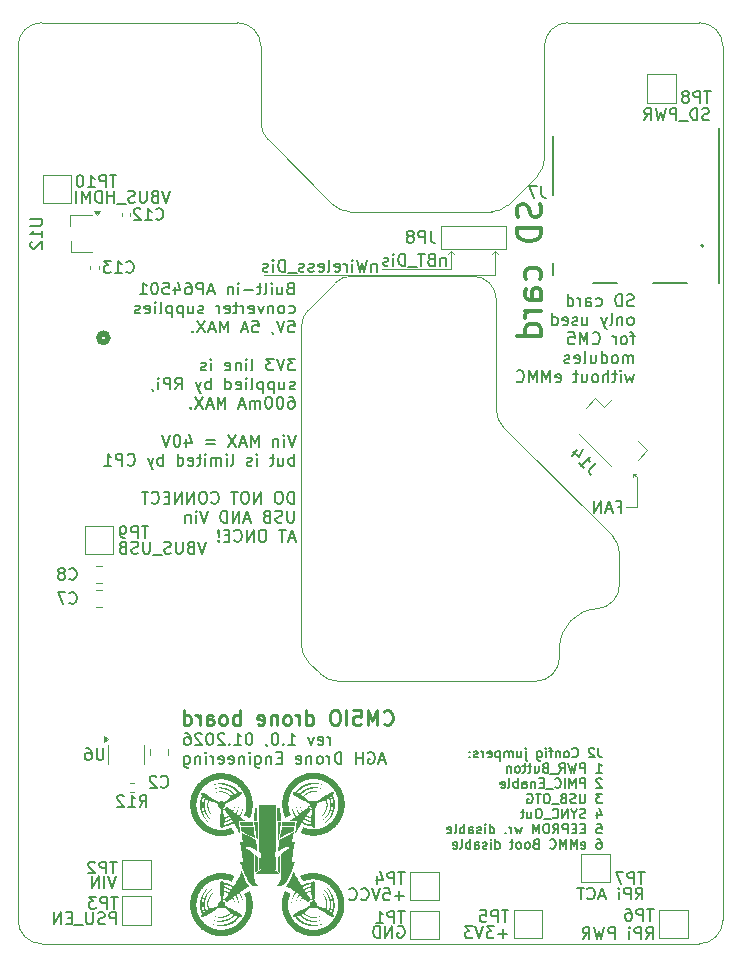
<source format=gbr>
G04 #@! TF.GenerationSoftware,KiCad,Pcbnew,9.0.3*
G04 #@! TF.CreationDate,2026-01-22T22:33:29+01:00*
G04 #@! TF.ProjectId,CM5IO,434d3549-4f2e-46b6-9963-61645f706362,rev?*
G04 #@! TF.SameCoordinates,Original*
G04 #@! TF.FileFunction,Legend,Bot*
G04 #@! TF.FilePolarity,Positive*
%FSLAX46Y46*%
G04 Gerber Fmt 4.6, Leading zero omitted, Abs format (unit mm)*
G04 Created by KiCad (PCBNEW 9.0.3) date 2026-01-22 22:33:29*
%MOMM*%
%LPD*%
G01*
G04 APERTURE LIST*
%ADD10C,0.000000*%
%ADD11C,0.120000*%
%ADD12C,0.150000*%
%ADD13C,0.250000*%
%ADD14C,0.300000*%
%ADD15C,0.508000*%
%ADD16C,0.127000*%
%ADD17C,0.200000*%
G04 #@! TA.AperFunction,Profile*
%ADD18C,0.050000*%
G04 #@! TD*
G04 APERTURE END LIST*
D10*
G36*
X165693691Y-136650804D02*
G01*
X166234455Y-136652539D01*
X166310499Y-137106352D01*
X166364328Y-137430340D01*
X166386962Y-137572019D01*
X166386980Y-137573224D01*
X166386945Y-137574390D01*
X166386861Y-137575513D01*
X166386728Y-137576585D01*
X166386551Y-137577602D01*
X166386330Y-137578557D01*
X166386069Y-137579444D01*
X166385770Y-137580257D01*
X166385435Y-137580992D01*
X166385068Y-137581641D01*
X166384669Y-137582199D01*
X166384242Y-137582660D01*
X166384019Y-137582853D01*
X166383789Y-137583019D01*
X166383553Y-137583158D01*
X166383312Y-137583269D01*
X166383066Y-137583352D01*
X166382815Y-137583405D01*
X166382559Y-137583428D01*
X166382298Y-137583421D01*
X166333934Y-137557955D01*
X166206002Y-137488952D01*
X165789273Y-137262458D01*
X165789273Y-137262457D01*
X165198882Y-136939481D01*
X165198539Y-136938580D01*
X165198022Y-136936429D01*
X165196507Y-136928637D01*
X165194421Y-136916630D01*
X165191848Y-136900932D01*
X165185578Y-136860560D01*
X165178370Y-136811711D01*
X165164527Y-136717730D01*
X165159472Y-136684873D01*
X165156614Y-136667737D01*
X165152926Y-136649069D01*
X165693691Y-136650804D01*
G37*
D11*
X186889401Y-88073601D02*
X186635401Y-87819601D01*
D10*
G36*
X166570258Y-137191019D02*
G01*
X166568530Y-138146059D01*
X166520345Y-137865516D01*
X166406925Y-137191019D01*
X166406923Y-137191018D01*
X166247047Y-136235979D01*
X166408653Y-136235979D01*
X166570258Y-136235979D01*
X166570258Y-137191019D01*
G37*
D11*
X197746400Y-109519600D02*
X198686200Y-109519600D01*
X186381401Y-88073601D02*
X186635401Y-87819601D01*
D10*
G36*
X163496001Y-132066401D02*
G01*
X163561121Y-132068487D01*
X163626399Y-132071580D01*
X163688922Y-132075607D01*
X163745776Y-132080499D01*
X163815867Y-132088347D01*
X163888067Y-132098015D01*
X163960923Y-132109237D01*
X164032986Y-132121745D01*
X164102802Y-132135275D01*
X164168920Y-132149559D01*
X164229889Y-132164331D01*
X164284256Y-132179325D01*
X164349748Y-132199314D01*
X164407948Y-132218085D01*
X164452563Y-132233542D01*
X164467808Y-132239372D01*
X164477297Y-132243589D01*
X164481631Y-132245665D01*
X164487479Y-132248174D01*
X164494583Y-132251020D01*
X164502686Y-132254107D01*
X164511531Y-132257340D01*
X164520862Y-132260623D01*
X164530420Y-132263859D01*
X164539950Y-132266953D01*
X164549134Y-132269993D01*
X164557703Y-132273075D01*
X164565467Y-132276114D01*
X164572240Y-132279023D01*
X164577835Y-132281720D01*
X164580131Y-132282961D01*
X164582063Y-132284117D01*
X164583606Y-132285178D01*
X164584737Y-132286131D01*
X164585433Y-132286968D01*
X164585611Y-132287339D01*
X164585671Y-132287677D01*
X164585686Y-132287996D01*
X164585732Y-132288311D01*
X164585808Y-132288622D01*
X164585913Y-132288927D01*
X164586046Y-132289228D01*
X164586206Y-132289523D01*
X164586393Y-132289812D01*
X164586606Y-132290095D01*
X164586844Y-132290371D01*
X164587107Y-132290639D01*
X164587393Y-132290900D01*
X164587703Y-132291154D01*
X164588034Y-132291398D01*
X164588387Y-132291634D01*
X164588760Y-132291861D01*
X164589153Y-132292078D01*
X164589566Y-132292286D01*
X164589996Y-132292482D01*
X164590444Y-132292668D01*
X164590909Y-132292843D01*
X164591390Y-132293007D01*
X164591887Y-132293158D01*
X164592398Y-132293297D01*
X164592922Y-132293423D01*
X164593460Y-132293536D01*
X164594010Y-132293635D01*
X164594571Y-132293721D01*
X164595143Y-132293791D01*
X164595725Y-132293848D01*
X164596317Y-132293889D01*
X164596916Y-132293914D01*
X164597524Y-132293923D01*
X164598837Y-132293991D01*
X164600323Y-132294183D01*
X164601963Y-132294495D01*
X164603742Y-132294919D01*
X164605643Y-132295449D01*
X164607650Y-132296078D01*
X164609745Y-132296801D01*
X164611912Y-132297610D01*
X164614135Y-132298500D01*
X164616397Y-132299464D01*
X164618681Y-132300495D01*
X164620971Y-132301588D01*
X164623251Y-132302735D01*
X164625503Y-132303930D01*
X164627711Y-132305167D01*
X164629859Y-132306440D01*
X164634524Y-132309130D01*
X164639938Y-132311989D01*
X164645907Y-132314931D01*
X164652236Y-132317867D01*
X164658732Y-132320709D01*
X164665200Y-132323371D01*
X164671445Y-132325764D01*
X164677273Y-132327801D01*
X164682821Y-132329748D01*
X164688264Y-132331886D01*
X164693464Y-132334144D01*
X164698282Y-132336452D01*
X164702581Y-132338740D01*
X164704492Y-132339856D01*
X164706222Y-132340940D01*
X164707752Y-132341985D01*
X164709067Y-132342981D01*
X164710147Y-132343921D01*
X164710977Y-132344794D01*
X164711823Y-132345682D01*
X164712952Y-132346663D01*
X164714345Y-132347727D01*
X164715982Y-132348863D01*
X164717845Y-132350063D01*
X164719915Y-132351315D01*
X164722173Y-132352610D01*
X164724601Y-132353938D01*
X164727178Y-132355288D01*
X164729887Y-132356650D01*
X164732708Y-132358014D01*
X164735623Y-132359371D01*
X164738613Y-132360709D01*
X164741658Y-132362019D01*
X164744740Y-132363291D01*
X164747841Y-132364514D01*
X164750961Y-132365757D01*
X164754101Y-132367085D01*
X164760357Y-132369948D01*
X164766442Y-132373008D01*
X164772191Y-132376169D01*
X164777436Y-132379335D01*
X164779817Y-132380890D01*
X164782010Y-132382410D01*
X164783994Y-132383884D01*
X164785748Y-132385299D01*
X164787250Y-132386643D01*
X164788481Y-132387904D01*
X164789793Y-132389208D01*
X164791533Y-132390676D01*
X164793673Y-132392292D01*
X164796184Y-132394039D01*
X164799037Y-132395903D01*
X164802204Y-132397867D01*
X164805655Y-132399913D01*
X164809361Y-132402028D01*
X164813294Y-132404193D01*
X164817425Y-132406393D01*
X164826166Y-132410834D01*
X164830717Y-132413042D01*
X164835351Y-132415221D01*
X164840039Y-132417354D01*
X164844751Y-132419425D01*
X164853935Y-132423541D01*
X164862503Y-132427676D01*
X164870267Y-132431720D01*
X164877041Y-132435560D01*
X164882635Y-132439084D01*
X164884932Y-132440693D01*
X164886863Y-132442182D01*
X164888406Y-132443536D01*
X164889538Y-132444741D01*
X164890234Y-132445783D01*
X164890411Y-132446239D01*
X164890471Y-132446649D01*
X164890531Y-132447064D01*
X164890708Y-132447532D01*
X164891000Y-132448053D01*
X164891404Y-132448624D01*
X164891917Y-132449244D01*
X164892535Y-132449910D01*
X164894078Y-132451373D01*
X164896010Y-132452998D01*
X164898306Y-132454771D01*
X164900944Y-132456674D01*
X164903900Y-132458692D01*
X164907151Y-132460811D01*
X164910673Y-132463013D01*
X164914443Y-132465284D01*
X164918437Y-132467608D01*
X164922633Y-132469969D01*
X164927005Y-132472352D01*
X164931532Y-132474741D01*
X164936189Y-132477120D01*
X164945749Y-132482119D01*
X164955393Y-132487525D01*
X164964859Y-132493167D01*
X164973884Y-132498874D01*
X164982204Y-132504474D01*
X164989556Y-132509795D01*
X164995679Y-132514666D01*
X164998197Y-132516879D01*
X165000308Y-132518916D01*
X165002233Y-132520833D01*
X165004202Y-132522697D01*
X165006201Y-132524497D01*
X165008216Y-132526224D01*
X165010232Y-132527869D01*
X165012236Y-132529421D01*
X165014212Y-132530871D01*
X165016146Y-132532209D01*
X165018023Y-132533426D01*
X165019831Y-132534512D01*
X165021553Y-132535458D01*
X165023176Y-132536253D01*
X165024685Y-132536888D01*
X165026065Y-132537354D01*
X165027304Y-132537640D01*
X165028385Y-132537738D01*
X165028901Y-132537760D01*
X165029453Y-132537825D01*
X165030654Y-132538081D01*
X165031974Y-132538497D01*
X165033400Y-132539065D01*
X165034919Y-132539775D01*
X165036518Y-132540620D01*
X165038184Y-132541591D01*
X165039904Y-132542678D01*
X165041664Y-132543874D01*
X165043452Y-132545169D01*
X165045253Y-132546556D01*
X165047056Y-132548025D01*
X165048846Y-132549568D01*
X165050611Y-132551176D01*
X165052338Y-132552841D01*
X165054013Y-132554554D01*
X165055673Y-132556269D01*
X165057356Y-132557939D01*
X165059049Y-132559554D01*
X165060741Y-132561107D01*
X165062421Y-132562589D01*
X165064076Y-132563991D01*
X165065696Y-132565304D01*
X165067268Y-132566519D01*
X165068781Y-132567627D01*
X165070223Y-132568620D01*
X165071583Y-132569490D01*
X165072849Y-132570226D01*
X165074009Y-132570821D01*
X165075051Y-132571266D01*
X165075965Y-132571551D01*
X165076737Y-132571669D01*
X165077123Y-132571719D01*
X165077580Y-132571838D01*
X165078698Y-132572277D01*
X165080073Y-132572971D01*
X165081686Y-132573906D01*
X165083518Y-132575069D01*
X165085552Y-132576446D01*
X165087768Y-132578022D01*
X165090148Y-132579783D01*
X165092674Y-132581716D01*
X165095328Y-132583807D01*
X165098089Y-132586042D01*
X165100941Y-132588406D01*
X165103864Y-132590885D01*
X165106841Y-132593467D01*
X165109851Y-132596136D01*
X165112878Y-132598879D01*
X165118869Y-132604290D01*
X165124635Y-132609347D01*
X165130039Y-132613939D01*
X165134940Y-132617954D01*
X165139200Y-132621281D01*
X165142680Y-132623809D01*
X165144084Y-132624738D01*
X165145241Y-132625426D01*
X165146134Y-132625859D01*
X165146745Y-132626022D01*
X165147024Y-132626078D01*
X165147396Y-132626220D01*
X165148408Y-132626756D01*
X165149760Y-132627611D01*
X165151430Y-132628769D01*
X165153397Y-132630212D01*
X165155639Y-132631922D01*
X165160865Y-132636076D01*
X165166934Y-132641093D01*
X165173677Y-132646833D01*
X165180922Y-132653157D01*
X165188498Y-132659926D01*
X165196202Y-132666761D01*
X165203817Y-132673275D01*
X165211144Y-132679316D01*
X165217987Y-132684730D01*
X165224149Y-132689366D01*
X165229432Y-132693071D01*
X165231683Y-132694526D01*
X165233640Y-132695692D01*
X165235279Y-132696549D01*
X165236574Y-132697079D01*
X165237158Y-132697292D01*
X165237789Y-132697573D01*
X165239191Y-132698328D01*
X165240762Y-132699328D01*
X165242487Y-132700557D01*
X165244348Y-132702000D01*
X165246329Y-132703641D01*
X165248413Y-132705465D01*
X165250584Y-132707456D01*
X165252825Y-132709598D01*
X165255119Y-132711876D01*
X165257449Y-132714274D01*
X165259800Y-132716777D01*
X165262154Y-132719369D01*
X165264494Y-132722034D01*
X165266805Y-132724756D01*
X165269068Y-132727521D01*
X165271312Y-132730268D01*
X165273563Y-132732937D01*
X165278029Y-132737990D01*
X165282351Y-132742570D01*
X165284420Y-132744647D01*
X165286410Y-132746564D01*
X165288304Y-132748308D01*
X165290089Y-132749863D01*
X165291749Y-132751218D01*
X165293271Y-132752357D01*
X165294639Y-132753267D01*
X165295838Y-132753934D01*
X165296855Y-132754345D01*
X165297290Y-132754449D01*
X165297674Y-132754485D01*
X165299785Y-132755268D01*
X165303214Y-132757558D01*
X165313685Y-132766294D01*
X165328412Y-132779971D01*
X165346719Y-132797864D01*
X165391372Y-132843405D01*
X165442241Y-132897130D01*
X165493920Y-132953251D01*
X165541007Y-133005979D01*
X165578099Y-133049525D01*
X165591207Y-133066047D01*
X165599790Y-133078103D01*
X165602223Y-133081875D01*
X165604643Y-133085528D01*
X165606986Y-133088972D01*
X165609189Y-133092117D01*
X165611188Y-133094875D01*
X165612919Y-133097155D01*
X165614318Y-133098868D01*
X165614873Y-133099484D01*
X165615321Y-133099925D01*
X165618945Y-133103951D01*
X165624996Y-133111610D01*
X165642951Y-133135774D01*
X165692244Y-133205128D01*
X165740282Y-133275167D01*
X165756669Y-133300186D01*
X165761701Y-133308400D01*
X165764148Y-133313068D01*
X165764877Y-133314870D01*
X165765687Y-133316661D01*
X165766571Y-133318429D01*
X165767519Y-133320164D01*
X165768523Y-133321855D01*
X165769574Y-133323491D01*
X165770664Y-133325060D01*
X165771784Y-133326553D01*
X165772925Y-133327957D01*
X165774080Y-133329262D01*
X165775239Y-133330458D01*
X165776395Y-133331533D01*
X165777537Y-133332475D01*
X165778659Y-133333276D01*
X165779751Y-133333922D01*
X165780805Y-133334404D01*
X165781324Y-133334620D01*
X165781848Y-133334871D01*
X165782377Y-133335156D01*
X165782910Y-133335473D01*
X165783444Y-133335823D01*
X165783981Y-133336202D01*
X165785056Y-133337048D01*
X165786125Y-133338000D01*
X165787183Y-133339051D01*
X165788221Y-133340190D01*
X165789232Y-133341408D01*
X165790208Y-133342695D01*
X165791142Y-133344043D01*
X165792027Y-133345441D01*
X165792854Y-133346880D01*
X165793617Y-133348350D01*
X165794307Y-133349843D01*
X165794918Y-133351348D01*
X165795442Y-133352857D01*
X165795996Y-133354474D01*
X165796692Y-133356296D01*
X165798471Y-133360477D01*
X165800697Y-133365239D01*
X165803287Y-133370421D01*
X165806159Y-133375862D01*
X165809229Y-133381400D01*
X165812416Y-133386876D01*
X165815636Y-133392127D01*
X165817199Y-133394660D01*
X165818677Y-133397164D01*
X165820063Y-133399625D01*
X165821351Y-133402026D01*
X165822536Y-133404355D01*
X165823611Y-133406596D01*
X165824572Y-133408733D01*
X165825411Y-133410754D01*
X165826123Y-133412642D01*
X165826703Y-133414383D01*
X165827143Y-133415962D01*
X165827440Y-133417364D01*
X165827586Y-133418575D01*
X165827576Y-133419581D01*
X165827404Y-133420365D01*
X165827255Y-133420670D01*
X165827064Y-133420914D01*
X165826862Y-133421125D01*
X165826682Y-133421334D01*
X165826523Y-133421541D01*
X165826385Y-133421743D01*
X165826269Y-133421943D01*
X165826173Y-133422139D01*
X165826099Y-133422330D01*
X165826044Y-133422518D01*
X165826010Y-133422701D01*
X165825996Y-133422879D01*
X165826002Y-133423052D01*
X165826028Y-133423219D01*
X165826073Y-133423381D01*
X165826137Y-133423537D01*
X165826220Y-133423688D01*
X165826322Y-133423831D01*
X165826443Y-133423968D01*
X165826582Y-133424098D01*
X165826739Y-133424221D01*
X165826914Y-133424337D01*
X165827107Y-133424445D01*
X165827318Y-133424544D01*
X165827546Y-133424636D01*
X165827791Y-133424719D01*
X165828053Y-133424793D01*
X165828332Y-133424858D01*
X165828627Y-133424914D01*
X165828938Y-133424960D01*
X165829266Y-133424997D01*
X165829610Y-133425023D01*
X165829969Y-133425039D01*
X165830344Y-133425045D01*
X165830748Y-133425096D01*
X165831193Y-133425247D01*
X165831680Y-133425496D01*
X165832206Y-133425840D01*
X165832769Y-133426276D01*
X165833368Y-133426803D01*
X165834001Y-133427418D01*
X165834667Y-133428118D01*
X165836089Y-133429763D01*
X165837621Y-133431720D01*
X165839250Y-133433967D01*
X165840962Y-133436485D01*
X165842745Y-133439255D01*
X165844586Y-133442255D01*
X165846470Y-133445467D01*
X165848385Y-133448869D01*
X165850318Y-133452443D01*
X165852255Y-133456168D01*
X165854184Y-133460024D01*
X165856090Y-133463991D01*
X165859877Y-133471884D01*
X165863612Y-133479381D01*
X165867197Y-133486308D01*
X165870538Y-133492492D01*
X165873537Y-133497760D01*
X165876099Y-133501937D01*
X165878128Y-133504849D01*
X165878912Y-133505778D01*
X165879527Y-133506325D01*
X165879813Y-133506556D01*
X165880143Y-133506898D01*
X165880927Y-133507904D01*
X165881870Y-133509317D01*
X165882957Y-133511114D01*
X165884178Y-133513270D01*
X165885521Y-133515760D01*
X165888522Y-133521649D01*
X165891865Y-133528586D01*
X165895453Y-133536376D01*
X165899191Y-133544825D01*
X165902982Y-133553738D01*
X165906911Y-133562997D01*
X165911045Y-133572436D01*
X165919432Y-133590801D01*
X165923437Y-133599198D01*
X165927151Y-133606721D01*
X165930449Y-133613104D01*
X165933209Y-133618085D01*
X165934533Y-133620488D01*
X165936045Y-133623480D01*
X165939562Y-133631052D01*
X165943623Y-133640454D01*
X165948087Y-133651338D01*
X165952815Y-133663357D01*
X165957668Y-133676163D01*
X165962506Y-133689411D01*
X165967189Y-133702751D01*
X165976708Y-133729874D01*
X165986282Y-133756155D01*
X165994798Y-133778594D01*
X165998311Y-133787436D01*
X166001142Y-133794192D01*
X166003615Y-133800152D01*
X166006105Y-133806716D01*
X166008544Y-133813666D01*
X166010864Y-133820787D01*
X166012999Y-133827866D01*
X166014880Y-133834685D01*
X166016439Y-133841030D01*
X166017609Y-133846685D01*
X166018114Y-133849272D01*
X166018670Y-133851787D01*
X166019273Y-133854216D01*
X166019915Y-133856547D01*
X166020593Y-133858766D01*
X166021299Y-133860861D01*
X166022028Y-133862818D01*
X166022775Y-133864624D01*
X166023534Y-133866266D01*
X166024299Y-133867732D01*
X166025064Y-133869008D01*
X166025824Y-133870081D01*
X166026574Y-133870938D01*
X166027306Y-133871566D01*
X166027664Y-133871791D01*
X166028016Y-133871953D01*
X166028361Y-133872052D01*
X166028698Y-133872085D01*
X166029030Y-133872107D01*
X166029358Y-133872173D01*
X166029681Y-133872281D01*
X166029998Y-133872431D01*
X166030311Y-133872620D01*
X166030617Y-133872850D01*
X166030917Y-133873117D01*
X166031210Y-133873421D01*
X166031497Y-133873761D01*
X166031775Y-133874136D01*
X166032046Y-133874545D01*
X166032308Y-133874987D01*
X166032562Y-133875460D01*
X166032806Y-133875964D01*
X166033041Y-133876497D01*
X166033266Y-133877059D01*
X166033480Y-133877648D01*
X166033683Y-133878263D01*
X166033876Y-133878903D01*
X166034056Y-133879568D01*
X166034225Y-133880255D01*
X166034381Y-133880964D01*
X166034524Y-133881694D01*
X166034653Y-133882443D01*
X166034769Y-133883211D01*
X166034871Y-133883997D01*
X166034959Y-133884799D01*
X166035031Y-133885617D01*
X166035088Y-133886448D01*
X166035129Y-133887293D01*
X166035154Y-133888150D01*
X166035163Y-133889018D01*
X166035202Y-133890743D01*
X166035316Y-133892420D01*
X166035501Y-133894039D01*
X166035755Y-133895593D01*
X166036071Y-133897072D01*
X166036448Y-133898469D01*
X166036881Y-133899773D01*
X166037366Y-133900977D01*
X166037899Y-133902072D01*
X166038476Y-133903049D01*
X166039094Y-133903900D01*
X166039749Y-133904615D01*
X166040437Y-133905187D01*
X166040792Y-133905416D01*
X166041154Y-133905606D01*
X166041522Y-133905755D01*
X166041895Y-133905864D01*
X166042274Y-133905929D01*
X166042658Y-133905951D01*
X166043037Y-133905965D01*
X166043401Y-133906004D01*
X166043750Y-133906069D01*
X166044084Y-133906159D01*
X166044402Y-133906273D01*
X166044704Y-133906410D01*
X166044991Y-133906571D01*
X166045261Y-133906753D01*
X166045514Y-133906957D01*
X166045751Y-133907182D01*
X166045971Y-133907428D01*
X166046173Y-133907693D01*
X166046359Y-133907977D01*
X166046526Y-133908279D01*
X166046676Y-133908599D01*
X166046807Y-133908936D01*
X166046921Y-133909289D01*
X166047015Y-133909658D01*
X166047091Y-133910043D01*
X166047148Y-133910441D01*
X166047185Y-133910854D01*
X166047203Y-133911279D01*
X166047202Y-133911717D01*
X166047180Y-133912167D01*
X166047138Y-133912627D01*
X166047075Y-133913099D01*
X166046992Y-133913580D01*
X166046888Y-133914071D01*
X166046763Y-133914570D01*
X166046616Y-133915076D01*
X166046448Y-133915591D01*
X166046258Y-133916111D01*
X166045890Y-133917146D01*
X166045587Y-133918152D01*
X166045351Y-133919124D01*
X166045179Y-133920056D01*
X166045070Y-133920944D01*
X166045025Y-133921782D01*
X166045043Y-133922564D01*
X166045121Y-133923287D01*
X166045261Y-133923944D01*
X166045460Y-133924530D01*
X166045582Y-133924795D01*
X166045718Y-133925040D01*
X166045869Y-133925265D01*
X166046035Y-133925470D01*
X166046214Y-133925652D01*
X166046408Y-133925813D01*
X166046617Y-133925950D01*
X166046839Y-133926064D01*
X166047075Y-133926154D01*
X166047325Y-133926219D01*
X166047589Y-133926258D01*
X166047867Y-133926271D01*
X166048169Y-133926380D01*
X166048507Y-133926702D01*
X166048878Y-133927232D01*
X166049283Y-133927965D01*
X166050184Y-133930018D01*
X166051200Y-133932818D01*
X166052321Y-133936324D01*
X166053535Y-133940492D01*
X166054832Y-133945280D01*
X166056202Y-133950645D01*
X166059118Y-133962937D01*
X166062196Y-133977028D01*
X166065354Y-133992577D01*
X166068506Y-134009245D01*
X166071945Y-134027184D01*
X166075925Y-134046378D01*
X166080304Y-134066230D01*
X166084939Y-134086145D01*
X166089689Y-134105527D01*
X166094410Y-134123781D01*
X166098961Y-134140310D01*
X166103200Y-134154518D01*
X166107966Y-134170761D01*
X166112463Y-134188271D01*
X166116692Y-134207057D01*
X166120654Y-134227129D01*
X166124352Y-134248496D01*
X166127787Y-134271168D01*
X166130962Y-134295155D01*
X166133876Y-134320464D01*
X166138724Y-134361847D01*
X166143709Y-134397903D01*
X166146070Y-134412722D01*
X166148245Y-134424757D01*
X166150161Y-134433524D01*
X166151744Y-134438537D01*
X166152419Y-134440186D01*
X166153051Y-134442143D01*
X166153637Y-134444381D01*
X166154176Y-134446875D01*
X166154664Y-134449601D01*
X166155101Y-134452533D01*
X166155482Y-134455645D01*
X166155807Y-134458914D01*
X166156073Y-134462313D01*
X166156278Y-134465817D01*
X166156419Y-134469402D01*
X166156495Y-134473042D01*
X166156503Y-134476712D01*
X166156440Y-134480386D01*
X166156305Y-134484040D01*
X166156096Y-134487648D01*
X166155734Y-134494615D01*
X166155628Y-134501115D01*
X166155765Y-134507005D01*
X166155920Y-134509677D01*
X166156131Y-134512143D01*
X166156396Y-134514386D01*
X166156713Y-134516387D01*
X166157080Y-134518129D01*
X166157496Y-134519594D01*
X166157960Y-134520764D01*
X166158469Y-134521622D01*
X166159021Y-134522150D01*
X166159313Y-134522284D01*
X166159616Y-134522329D01*
X166161036Y-134527803D01*
X166162123Y-134543281D01*
X166163374Y-134598570D01*
X166162711Y-134766742D01*
X166158847Y-134936008D01*
X166156095Y-134992664D01*
X166154581Y-135009031D01*
X166153000Y-135015530D01*
X166152639Y-135015883D01*
X166152260Y-135016459D01*
X166151455Y-135018258D01*
X166150591Y-135020881D01*
X166149677Y-135024278D01*
X166148720Y-135028403D01*
X166147729Y-135033208D01*
X166145673Y-135044669D01*
X166143574Y-135058281D01*
X166141493Y-135073663D01*
X166139493Y-135090436D01*
X166137639Y-135108218D01*
X166133814Y-135145080D01*
X166129710Y-135180354D01*
X166125821Y-135210040D01*
X166124111Y-135221538D01*
X166122639Y-135230138D01*
X166117755Y-135255232D01*
X166113350Y-135276786D01*
X166109408Y-135294860D01*
X166105914Y-135309515D01*
X166102853Y-135320809D01*
X166100211Y-135328802D01*
X166099042Y-135331579D01*
X166097971Y-135333554D01*
X166096998Y-135334733D01*
X166096120Y-135335125D01*
X166095872Y-135335189D01*
X166095605Y-135335380D01*
X166095319Y-135335693D01*
X166095016Y-135336127D01*
X166094359Y-135337342D01*
X166093642Y-135339000D01*
X166092871Y-135341074D01*
X166092052Y-135343541D01*
X166091194Y-135346375D01*
X166090303Y-135349550D01*
X166089385Y-135353042D01*
X166088447Y-135356825D01*
X166087496Y-135360874D01*
X166086540Y-135365164D01*
X166085584Y-135369670D01*
X166084635Y-135374367D01*
X166083702Y-135379229D01*
X166082789Y-135384232D01*
X166077855Y-135410794D01*
X166072895Y-135434953D01*
X166067817Y-135457046D01*
X166062526Y-135477408D01*
X166056930Y-135496378D01*
X166050936Y-135514290D01*
X166044450Y-135531483D01*
X166037380Y-135548293D01*
X166033469Y-135557528D01*
X166029203Y-135568289D01*
X166024720Y-135580187D01*
X166020156Y-135592833D01*
X166015650Y-135605839D01*
X166011339Y-135618814D01*
X166007360Y-135631371D01*
X166003852Y-135643120D01*
X165993282Y-135678832D01*
X165982884Y-135712046D01*
X165972883Y-135742151D01*
X165963504Y-135768538D01*
X165954972Y-135790595D01*
X165947515Y-135807713D01*
X165944259Y-135814229D01*
X165941356Y-135819281D01*
X165938835Y-135822793D01*
X165936723Y-135824689D01*
X165936214Y-135824986D01*
X165935711Y-135825302D01*
X165934727Y-135825991D01*
X165933777Y-135826746D01*
X165932865Y-135827562D01*
X165931996Y-135828430D01*
X165931177Y-135829343D01*
X165930411Y-135830294D01*
X165929704Y-135831274D01*
X165929062Y-135832277D01*
X165928488Y-135833295D01*
X165927988Y-135834320D01*
X165927568Y-135835345D01*
X165927233Y-135836363D01*
X165927098Y-135836866D01*
X165926987Y-135837365D01*
X165926899Y-135837859D01*
X165926835Y-135838346D01*
X165926797Y-135838825D01*
X165926784Y-135839296D01*
X165926761Y-135839774D01*
X165926694Y-135840276D01*
X165926583Y-135840800D01*
X165926429Y-135841345D01*
X165926234Y-135841910D01*
X165925999Y-135842492D01*
X165925412Y-135843706D01*
X165924677Y-135844978D01*
X165923804Y-135846296D01*
X165922801Y-135847650D01*
X165921677Y-135849029D01*
X165920441Y-135850424D01*
X165919102Y-135851823D01*
X165917668Y-135853217D01*
X165916150Y-135854594D01*
X165914555Y-135855944D01*
X165912893Y-135857257D01*
X165911172Y-135858522D01*
X165909402Y-135859730D01*
X165906461Y-135861630D01*
X165903798Y-135863269D01*
X165901355Y-135864641D01*
X165900198Y-135865226D01*
X165899075Y-135865744D01*
X165897979Y-135866192D01*
X165896902Y-135866572D01*
X165895837Y-135866882D01*
X165894777Y-135867121D01*
X165893715Y-135867291D01*
X165892644Y-135867388D01*
X165891557Y-135867415D01*
X165890447Y-135867369D01*
X165889306Y-135867250D01*
X165888127Y-135867058D01*
X165886904Y-135866792D01*
X165885629Y-135866451D01*
X165884294Y-135866036D01*
X165882894Y-135865546D01*
X165881420Y-135864980D01*
X165879866Y-135864337D01*
X165876488Y-135862820D01*
X165872702Y-135860991D01*
X165868453Y-135858846D01*
X165863681Y-135856381D01*
X165857920Y-135853332D01*
X165852411Y-135850316D01*
X165847286Y-135847412D01*
X165842673Y-135844698D01*
X165838704Y-135842252D01*
X165835508Y-135840152D01*
X165833215Y-135838476D01*
X165832449Y-135837822D01*
X165831957Y-135837304D01*
X165829729Y-135835344D01*
X165825342Y-135832361D01*
X165810454Y-135823515D01*
X165788019Y-135811146D01*
X165758766Y-135795635D01*
X165723421Y-135777362D01*
X165682713Y-135756707D01*
X165637369Y-135734051D01*
X165588117Y-135709775D01*
X165547986Y-135689853D01*
X165514701Y-135672702D01*
X165487791Y-135658026D01*
X165466789Y-135645529D01*
X165458356Y-135640005D01*
X165451225Y-135634914D01*
X165445336Y-135630220D01*
X165440632Y-135625885D01*
X165437052Y-135621873D01*
X165434540Y-135618147D01*
X165433035Y-135614669D01*
X165432481Y-135611402D01*
X165432490Y-135611139D01*
X165432533Y-135610848D01*
X165432609Y-135610531D01*
X165432717Y-135610187D01*
X165433024Y-135609427D01*
X165433449Y-135608576D01*
X165433984Y-135607643D01*
X165434624Y-135606637D01*
X165435362Y-135605567D01*
X165436191Y-135604441D01*
X165437105Y-135603268D01*
X165438097Y-135602057D01*
X165439160Y-135600816D01*
X165440288Y-135599554D01*
X165441474Y-135598279D01*
X165442713Y-135597001D01*
X165443996Y-135595728D01*
X165445318Y-135594469D01*
X165446729Y-135593058D01*
X165448275Y-135591342D01*
X165449939Y-135589343D01*
X165451705Y-135587085D01*
X165453560Y-135584592D01*
X165455487Y-135581887D01*
X165457471Y-135578995D01*
X165459496Y-135575938D01*
X165463609Y-135569425D01*
X165467704Y-135562539D01*
X165469706Y-135559015D01*
X165471657Y-135555468D01*
X165473542Y-135551922D01*
X165475345Y-135548401D01*
X165483842Y-135529174D01*
X165494540Y-135501639D01*
X165506412Y-135468859D01*
X165518432Y-135433895D01*
X165529572Y-135399809D01*
X165538805Y-135369662D01*
X165545106Y-135346515D01*
X165546836Y-135338524D01*
X165547447Y-135333431D01*
X165547484Y-135332224D01*
X165547594Y-135331050D01*
X165547773Y-135329917D01*
X165548017Y-135328829D01*
X165548322Y-135327793D01*
X165548685Y-135326816D01*
X165549101Y-135325903D01*
X165549568Y-135325060D01*
X165550080Y-135324294D01*
X165550635Y-135323610D01*
X165551229Y-135323014D01*
X165551539Y-135322752D01*
X165551858Y-135322513D01*
X165552184Y-135322300D01*
X165552518Y-135322113D01*
X165552858Y-135321953D01*
X165553205Y-135321820D01*
X165553558Y-135321715D01*
X165553916Y-135321640D01*
X165554279Y-135321594D01*
X165554646Y-135321578D01*
X165555009Y-135321570D01*
X165555356Y-135321544D01*
X165555688Y-135321503D01*
X165556005Y-135321445D01*
X165556306Y-135321373D01*
X165556592Y-135321285D01*
X165556861Y-135321182D01*
X165557115Y-135321065D01*
X165557351Y-135320935D01*
X165557572Y-135320791D01*
X165557775Y-135320634D01*
X165557962Y-135320464D01*
X165558131Y-135320283D01*
X165558283Y-135320089D01*
X165558417Y-135319885D01*
X165558533Y-135319669D01*
X165558632Y-135319443D01*
X165558712Y-135319207D01*
X165558774Y-135318962D01*
X165558817Y-135318707D01*
X165558841Y-135318443D01*
X165558846Y-135318171D01*
X165558832Y-135317891D01*
X165558799Y-135317603D01*
X165558746Y-135317309D01*
X165558673Y-135317007D01*
X165558579Y-135316699D01*
X165558466Y-135316386D01*
X165558332Y-135316067D01*
X165558178Y-135315742D01*
X165558003Y-135315414D01*
X165557806Y-135315081D01*
X165557609Y-135314732D01*
X165557430Y-135314356D01*
X165557271Y-135313954D01*
X165557130Y-135313528D01*
X165556904Y-135312606D01*
X165556751Y-135311601D01*
X165556670Y-135310520D01*
X165556659Y-135309375D01*
X165556719Y-135308175D01*
X165556846Y-135306929D01*
X165557041Y-135305646D01*
X165557301Y-135304337D01*
X165557627Y-135303010D01*
X165558016Y-135301676D01*
X165558467Y-135300344D01*
X165558979Y-135299023D01*
X165559551Y-135297723D01*
X165560182Y-135296454D01*
X165563925Y-135288159D01*
X165568054Y-135276872D01*
X165572502Y-135262905D01*
X165577201Y-135246570D01*
X165587083Y-135208045D01*
X165597162Y-135163797D01*
X165606896Y-135116322D01*
X165615747Y-135068120D01*
X165623175Y-135021688D01*
X165628640Y-134979525D01*
X165633194Y-134917248D01*
X165635586Y-134838655D01*
X165635985Y-134750550D01*
X165634566Y-134659738D01*
X165631498Y-134573026D01*
X165626955Y-134497217D01*
X165621109Y-134439117D01*
X165617750Y-134418835D01*
X165614130Y-134405532D01*
X165613405Y-134403569D01*
X165612736Y-134401522D01*
X165612126Y-134399409D01*
X165611576Y-134397245D01*
X165611089Y-134395048D01*
X165610666Y-134392833D01*
X165610309Y-134390617D01*
X165610020Y-134388417D01*
X165609801Y-134386249D01*
X165609654Y-134384130D01*
X165609581Y-134382075D01*
X165609583Y-134380103D01*
X165609663Y-134378228D01*
X165609822Y-134376468D01*
X165610062Y-134374840D01*
X165610386Y-134373358D01*
X165610720Y-134371974D01*
X165610992Y-134370628D01*
X165611201Y-134369327D01*
X165611349Y-134368080D01*
X165611437Y-134366892D01*
X165611466Y-134365772D01*
X165611436Y-134364724D01*
X165611348Y-134363758D01*
X165611204Y-134362879D01*
X165611003Y-134362094D01*
X165610748Y-134361412D01*
X165610438Y-134360837D01*
X165610263Y-134360593D01*
X165610075Y-134360378D01*
X165609874Y-134360195D01*
X165609659Y-134360042D01*
X165609432Y-134359922D01*
X165609192Y-134359835D01*
X165608939Y-134359782D01*
X165608674Y-134359765D01*
X165608398Y-134359718D01*
X165608114Y-134359580D01*
X165607821Y-134359353D01*
X165607522Y-134359039D01*
X165607215Y-134358640D01*
X165606903Y-134358159D01*
X165606586Y-134357598D01*
X165606264Y-134356959D01*
X165605608Y-134355456D01*
X165604941Y-134353670D01*
X165604267Y-134351618D01*
X165603593Y-134349319D01*
X165602923Y-134346790D01*
X165602262Y-134344051D01*
X165601615Y-134341119D01*
X165600988Y-134338012D01*
X165600385Y-134334749D01*
X165599811Y-134331348D01*
X165599272Y-134327827D01*
X165598772Y-134324205D01*
X165591965Y-134281288D01*
X165582068Y-134231972D01*
X165569586Y-134178120D01*
X165555019Y-134121591D01*
X165538869Y-134064249D01*
X165521640Y-134007953D01*
X165503833Y-133954567D01*
X165485950Y-133905951D01*
X165477128Y-133884159D01*
X165467342Y-133861612D01*
X165456627Y-133838372D01*
X165445022Y-133814504D01*
X165419290Y-133765138D01*
X165390442Y-133714024D01*
X165358778Y-133661671D01*
X165324595Y-133608590D01*
X165288193Y-133555291D01*
X165249868Y-133502282D01*
X165233305Y-133479586D01*
X165218357Y-133458333D01*
X165212002Y-133448991D01*
X165206665Y-133440904D01*
X165202553Y-133434368D01*
X165199870Y-133429681D01*
X165198837Y-133427775D01*
X165197647Y-133425730D01*
X165196314Y-133423565D01*
X165194852Y-133421300D01*
X165191599Y-133416542D01*
X165187999Y-133411606D01*
X165184165Y-133406642D01*
X165180211Y-133401800D01*
X165176248Y-133397231D01*
X165174300Y-133395095D01*
X165172391Y-133393084D01*
X165167459Y-133387848D01*
X165160417Y-133380157D01*
X165141317Y-133358887D01*
X165117720Y-133332226D01*
X165092257Y-133303125D01*
X165044966Y-133250378D01*
X164996473Y-133199445D01*
X164947012Y-133150534D01*
X164896813Y-133103855D01*
X164871509Y-133081417D01*
X164846107Y-133059615D01*
X164820637Y-133038476D01*
X164795126Y-133018024D01*
X164769605Y-132998287D01*
X164744103Y-132979290D01*
X164718647Y-132961059D01*
X164693267Y-132943621D01*
X164665638Y-132926160D01*
X164630271Y-132905417D01*
X164590429Y-132883119D01*
X164549378Y-132860994D01*
X164510380Y-132840767D01*
X164476699Y-132824166D01*
X164451599Y-132812916D01*
X164443287Y-132809838D01*
X164438343Y-132808746D01*
X164437909Y-132808733D01*
X164437481Y-132808703D01*
X164437059Y-132808657D01*
X164436643Y-132808593D01*
X164435833Y-132808418D01*
X164435056Y-132808183D01*
X164434316Y-132807890D01*
X164433618Y-132807544D01*
X164432966Y-132807147D01*
X164432364Y-132806704D01*
X164432083Y-132806466D01*
X164431816Y-132806218D01*
X164431564Y-132805959D01*
X164431327Y-132805691D01*
X164431107Y-132805415D01*
X164430902Y-132805129D01*
X164430714Y-132804836D01*
X164430544Y-132804534D01*
X164430392Y-132804226D01*
X164430258Y-132803910D01*
X164430144Y-132803588D01*
X164430049Y-132803260D01*
X164429974Y-132802927D01*
X164429920Y-132802589D01*
X164429887Y-132802245D01*
X164429876Y-132801898D01*
X164429865Y-132801551D01*
X164429834Y-132801208D01*
X164429783Y-132800870D01*
X164429712Y-132800537D01*
X164429622Y-132800210D01*
X164429514Y-132799890D01*
X164429387Y-132799575D01*
X164429243Y-132799268D01*
X164429082Y-132798968D01*
X164428904Y-132798676D01*
X164428711Y-132798393D01*
X164428502Y-132798118D01*
X164428277Y-132797852D01*
X164428039Y-132797596D01*
X164427786Y-132797350D01*
X164427520Y-132797114D01*
X164427241Y-132796890D01*
X164426950Y-132796676D01*
X164426647Y-132796475D01*
X164426332Y-132796285D01*
X164426006Y-132796109D01*
X164425670Y-132795945D01*
X164425325Y-132795795D01*
X164424970Y-132795659D01*
X164424606Y-132795537D01*
X164424233Y-132795430D01*
X164423853Y-132795339D01*
X164423466Y-132795263D01*
X164423072Y-132795203D01*
X164422672Y-132795160D01*
X164422265Y-132795133D01*
X164421854Y-132795125D01*
X164420895Y-132795058D01*
X164419682Y-132794862D01*
X164418234Y-132794543D01*
X164416568Y-132794109D01*
X164414704Y-132793565D01*
X164412659Y-132792918D01*
X164408101Y-132791342D01*
X164403040Y-132789435D01*
X164397621Y-132787248D01*
X164391990Y-132784835D01*
X164386294Y-132782248D01*
X164343666Y-132762488D01*
X164307647Y-132746253D01*
X164276662Y-132732944D01*
X164249138Y-132721963D01*
X164223501Y-132712709D01*
X164198179Y-132704585D01*
X164171598Y-132696991D01*
X164142184Y-132689329D01*
X164104827Y-132679602D01*
X164073181Y-132670761D01*
X164060544Y-132666977D01*
X164050586Y-132663781D01*
X164043727Y-132661293D01*
X164041589Y-132660353D01*
X164040382Y-132659636D01*
X164037431Y-132657937D01*
X164032524Y-132656051D01*
X164025806Y-132654003D01*
X164017426Y-132651820D01*
X163996264Y-132647149D01*
X163970212Y-132642246D01*
X163940444Y-132637318D01*
X163908136Y-132632571D01*
X163874462Y-132628213D01*
X163840595Y-132624449D01*
X163824879Y-132622774D01*
X163810084Y-132621035D01*
X163796543Y-132619283D01*
X163784589Y-132617567D01*
X163774556Y-132615940D01*
X163766777Y-132614451D01*
X163761586Y-132613151D01*
X163760065Y-132612587D01*
X163759316Y-132612090D01*
X163759020Y-132611849D01*
X163758486Y-132611588D01*
X163756731Y-132611010D01*
X163754098Y-132610362D01*
X163750638Y-132609651D01*
X163741434Y-132608069D01*
X163729516Y-132606318D01*
X163715279Y-132604454D01*
X163699121Y-132602531D01*
X163681438Y-132600603D01*
X163662627Y-132598727D01*
X163619414Y-132595606D01*
X163570552Y-132593792D01*
X163517876Y-132593244D01*
X163463220Y-132593918D01*
X163408418Y-132595773D01*
X163355304Y-132598766D01*
X163305712Y-132602855D01*
X163261476Y-132607996D01*
X163219129Y-132614290D01*
X163175246Y-132621592D01*
X163131926Y-132629470D01*
X163091271Y-132637493D01*
X163055381Y-132645227D01*
X163026358Y-132652240D01*
X163006303Y-132658099D01*
X163000294Y-132660461D01*
X162997315Y-132662372D01*
X162996672Y-132663075D01*
X162995894Y-132663780D01*
X162994966Y-132664490D01*
X162993874Y-132665209D01*
X162992605Y-132665942D01*
X162991143Y-132666691D01*
X162989475Y-132667461D01*
X162987586Y-132668255D01*
X162983089Y-132669932D01*
X162977538Y-132671753D01*
X162970818Y-132673747D01*
X162962816Y-132675946D01*
X162953417Y-132678379D01*
X162942508Y-132681076D01*
X162929973Y-132684070D01*
X162915699Y-132687388D01*
X162881478Y-132695124D01*
X162838930Y-132704527D01*
X162829468Y-132706835D01*
X162819139Y-132709764D01*
X162808278Y-132713195D01*
X162797218Y-132717008D01*
X162786291Y-132721083D01*
X162775832Y-132725301D01*
X162766174Y-132729543D01*
X162757650Y-132733688D01*
X162749490Y-132737800D01*
X162740875Y-132741946D01*
X162732066Y-132746014D01*
X162723322Y-132749890D01*
X162714905Y-132753462D01*
X162707073Y-132756616D01*
X162700088Y-132759240D01*
X162694209Y-132761221D01*
X162691622Y-132762050D01*
X162689107Y-132762910D01*
X162686678Y-132763796D01*
X162684347Y-132764699D01*
X162682128Y-132765614D01*
X162680033Y-132766534D01*
X162678076Y-132767451D01*
X162676270Y-132768360D01*
X162674628Y-132769252D01*
X162673162Y-132770122D01*
X162671886Y-132770962D01*
X162670813Y-132771766D01*
X162669956Y-132772527D01*
X162669327Y-132773238D01*
X162668941Y-132773892D01*
X162668842Y-132774196D01*
X162668809Y-132774483D01*
X162668783Y-132774765D01*
X162668708Y-132775054D01*
X162668583Y-132775348D01*
X162668411Y-132775648D01*
X162668192Y-132775952D01*
X162667928Y-132776261D01*
X162667620Y-132776573D01*
X162667270Y-132776888D01*
X162666878Y-132777206D01*
X162666446Y-132777525D01*
X162665975Y-132777845D01*
X162665466Y-132778166D01*
X162664921Y-132778487D01*
X162664341Y-132778808D01*
X162663080Y-132779444D01*
X162661693Y-132780071D01*
X162660190Y-132780683D01*
X162658582Y-132781276D01*
X162656878Y-132781845D01*
X162655089Y-132782385D01*
X162653223Y-132782892D01*
X162651292Y-132783360D01*
X162649306Y-132783786D01*
X162647270Y-132784231D01*
X162645197Y-132784760D01*
X162643100Y-132785364D01*
X162640995Y-132786038D01*
X162638896Y-132786774D01*
X162636818Y-132787565D01*
X162634776Y-132788405D01*
X162632785Y-132789287D01*
X162630859Y-132790204D01*
X162629013Y-132791149D01*
X162627262Y-132792116D01*
X162625621Y-132793098D01*
X162624105Y-132794088D01*
X162622728Y-132795079D01*
X162621505Y-132796064D01*
X162620451Y-132797036D01*
X162619405Y-132798012D01*
X162618204Y-132799007D01*
X162616862Y-132800014D01*
X162615393Y-132801025D01*
X162613812Y-132802034D01*
X162612133Y-132803033D01*
X162610369Y-132804015D01*
X162608535Y-132804973D01*
X162606644Y-132805901D01*
X162604711Y-132806790D01*
X162602750Y-132807634D01*
X162600775Y-132808425D01*
X162598800Y-132809158D01*
X162596839Y-132809823D01*
X162594906Y-132810415D01*
X162593016Y-132810926D01*
X162591127Y-132811434D01*
X162589200Y-132812019D01*
X162587249Y-132812673D01*
X162585288Y-132813390D01*
X162583330Y-132814162D01*
X162581390Y-132814983D01*
X162579480Y-132815846D01*
X162577616Y-132816743D01*
X162575811Y-132817669D01*
X162574079Y-132818615D01*
X162572433Y-132819576D01*
X162570888Y-132820545D01*
X162569457Y-132821514D01*
X162568155Y-132822476D01*
X162566995Y-132823425D01*
X162565990Y-132824355D01*
X162564896Y-132825326D01*
X162563474Y-132826398D01*
X162561746Y-132827562D01*
X162559735Y-132828804D01*
X162557464Y-132830115D01*
X162554955Y-132831484D01*
X162552232Y-132832899D01*
X162549316Y-132834349D01*
X162546230Y-132835823D01*
X162542998Y-132837311D01*
X162536183Y-132840282D01*
X162532645Y-132841743D01*
X162529051Y-132843173D01*
X162525424Y-132844561D01*
X162521785Y-132845896D01*
X162514378Y-132848737D01*
X162506842Y-132851968D01*
X162499388Y-132855476D01*
X162492224Y-132859149D01*
X162485560Y-132862875D01*
X162479607Y-132866541D01*
X162476963Y-132868317D01*
X162474574Y-132870035D01*
X162472468Y-132871683D01*
X162470670Y-132873246D01*
X162468820Y-132874856D01*
X162466559Y-132876641D01*
X162463920Y-132878583D01*
X162460933Y-132880663D01*
X162454042Y-132885163D01*
X162446138Y-132889992D01*
X162437472Y-132895001D01*
X162428295Y-132900040D01*
X162418859Y-132904961D01*
X162409414Y-132909614D01*
X162400293Y-132914088D01*
X162391784Y-132918496D01*
X162384073Y-132922724D01*
X162377347Y-132926660D01*
X162371791Y-132930190D01*
X162369510Y-132931768D01*
X162367592Y-132933201D01*
X162366060Y-132934477D01*
X162364936Y-132935580D01*
X162364245Y-132936497D01*
X162364069Y-132936881D01*
X162364009Y-132937214D01*
X162363962Y-132937545D01*
X162363820Y-132937926D01*
X162363587Y-132938355D01*
X162363265Y-132938831D01*
X162362855Y-132939351D01*
X162362362Y-132939915D01*
X162361130Y-132941164D01*
X162359588Y-132942564D01*
X162357755Y-132944102D01*
X162355650Y-132945763D01*
X162353290Y-132947535D01*
X162350696Y-132949403D01*
X162347884Y-132951354D01*
X162344875Y-132953373D01*
X162341687Y-132955448D01*
X162338339Y-132957564D01*
X162334849Y-132959707D01*
X162331236Y-132961865D01*
X162327518Y-132964022D01*
X162294198Y-132983965D01*
X162260835Y-133005691D01*
X162227425Y-133029206D01*
X162193963Y-133054512D01*
X162160445Y-133081616D01*
X162126866Y-133110520D01*
X162093223Y-133141229D01*
X162059510Y-133173748D01*
X162025725Y-133208080D01*
X161991861Y-133244231D01*
X161957916Y-133282203D01*
X161923884Y-133322003D01*
X161889761Y-133363633D01*
X161855543Y-133407098D01*
X161821226Y-133452403D01*
X161786805Y-133499552D01*
X161753101Y-133547783D01*
X161720799Y-133596389D01*
X161690532Y-133644279D01*
X161662933Y-133690362D01*
X161638637Y-133733549D01*
X161618278Y-133772749D01*
X161602488Y-133806874D01*
X161596505Y-133821692D01*
X161591902Y-133834832D01*
X161590038Y-133840447D01*
X161588035Y-133846020D01*
X161585954Y-133851404D01*
X161583860Y-133856454D01*
X161581813Y-133861023D01*
X161579878Y-133864967D01*
X161578116Y-133868138D01*
X161577320Y-133869389D01*
X161576591Y-133870392D01*
X161575937Y-133871255D01*
X161575362Y-133872095D01*
X161574865Y-133872907D01*
X161574448Y-133873687D01*
X161574110Y-133874432D01*
X161573853Y-133875135D01*
X161573676Y-133875793D01*
X161573618Y-133876104D01*
X161573580Y-133876402D01*
X161573563Y-133876686D01*
X161573566Y-133876957D01*
X161573589Y-133877213D01*
X161573633Y-133877453D01*
X161573698Y-133877678D01*
X161573783Y-133877887D01*
X161573889Y-133878079D01*
X161574016Y-133878254D01*
X161574163Y-133878411D01*
X161574332Y-133878549D01*
X161574521Y-133878669D01*
X161574731Y-133878768D01*
X161574962Y-133878848D01*
X161575215Y-133878908D01*
X161575488Y-133878946D01*
X161575783Y-133878962D01*
X161576076Y-133878974D01*
X161576347Y-133878998D01*
X161576595Y-133879035D01*
X161576821Y-133879084D01*
X161577024Y-133879144D01*
X161577205Y-133879216D01*
X161577365Y-133879300D01*
X161577502Y-133879394D01*
X161577617Y-133879498D01*
X161577710Y-133879613D01*
X161577782Y-133879737D01*
X161577832Y-133879871D01*
X161577860Y-133880015D01*
X161577867Y-133880167D01*
X161577852Y-133880327D01*
X161577816Y-133880496D01*
X161577759Y-133880673D01*
X161577680Y-133880857D01*
X161577581Y-133881048D01*
X161577460Y-133881246D01*
X161577319Y-133881451D01*
X161577156Y-133881662D01*
X161576973Y-133881879D01*
X161576770Y-133882101D01*
X161576545Y-133882329D01*
X161576301Y-133882562D01*
X161576035Y-133882799D01*
X161575750Y-133883040D01*
X161575444Y-133883286D01*
X161575118Y-133883535D01*
X161574773Y-133883787D01*
X161574407Y-133884042D01*
X161574005Y-133884388D01*
X161573551Y-133884909D01*
X161572495Y-133886459D01*
X161571254Y-133888652D01*
X161569844Y-133891452D01*
X161568279Y-133894820D01*
X161566574Y-133898718D01*
X161562805Y-133907951D01*
X161558658Y-133918845D01*
X161554251Y-133931095D01*
X161549706Y-133944397D01*
X161545141Y-133958445D01*
X161540614Y-133972391D01*
X161536175Y-133985402D01*
X161531937Y-133997192D01*
X161528012Y-134007478D01*
X161524514Y-134015973D01*
X161521554Y-134022393D01*
X161520311Y-134024737D01*
X161519245Y-134026455D01*
X161518370Y-134027511D01*
X161517700Y-134027872D01*
X161517402Y-134027940D01*
X161517072Y-134028144D01*
X161516711Y-134028479D01*
X161516319Y-134028943D01*
X161515451Y-134030242D01*
X161514478Y-134032014D01*
X161513411Y-134034231D01*
X161512258Y-134036868D01*
X161511031Y-134039897D01*
X161509738Y-134043292D01*
X161508391Y-134047024D01*
X161506998Y-134051068D01*
X161505571Y-134055397D01*
X161504118Y-134059983D01*
X161502650Y-134064800D01*
X161501177Y-134069820D01*
X161499709Y-134075018D01*
X161498256Y-134080365D01*
X161490925Y-134106893D01*
X161481306Y-134140320D01*
X161470648Y-134176365D01*
X161460199Y-134210752D01*
X161448410Y-134250337D01*
X161438697Y-134286356D01*
X161430905Y-134319746D01*
X161427681Y-134335747D01*
X161424877Y-134351441D01*
X161422476Y-134366945D01*
X161420458Y-134382377D01*
X161418803Y-134397853D01*
X161417491Y-134413491D01*
X161415820Y-134445717D01*
X161415288Y-134479992D01*
X161415169Y-134496659D01*
X161414840Y-134512209D01*
X161414325Y-134526300D01*
X161413647Y-134538592D01*
X161412828Y-134548745D01*
X161411890Y-134556418D01*
X161411385Y-134559218D01*
X161410858Y-134561272D01*
X161410313Y-134562535D01*
X161410034Y-134562857D01*
X161409753Y-134562965D01*
X161409167Y-134563386D01*
X161408559Y-134564625D01*
X161407284Y-134569412D01*
X161405948Y-134577037D01*
X161404573Y-134587214D01*
X161401784Y-134614068D01*
X161399084Y-134647667D01*
X161396638Y-134685707D01*
X161394612Y-134725883D01*
X161393171Y-134765888D01*
X161392482Y-134803419D01*
X161392558Y-134818634D01*
X161393029Y-134832941D01*
X161393905Y-134846410D01*
X161395193Y-134859111D01*
X161396900Y-134871113D01*
X161399034Y-134882487D01*
X161401603Y-134893301D01*
X161404616Y-134903625D01*
X161407083Y-134911918D01*
X161409268Y-134920444D01*
X161411133Y-134928960D01*
X161412637Y-134937224D01*
X161413740Y-134944992D01*
X161414404Y-134952022D01*
X161414559Y-134955183D01*
X161414589Y-134958069D01*
X161414490Y-134960649D01*
X161414255Y-134962892D01*
X161413980Y-134964931D01*
X161413759Y-134966913D01*
X161413591Y-134968828D01*
X161413475Y-134970665D01*
X161413412Y-134972414D01*
X161413399Y-134974065D01*
X161413437Y-134975607D01*
X161413523Y-134977031D01*
X161413658Y-134978326D01*
X161413841Y-134979481D01*
X161414070Y-134980486D01*
X161414345Y-134981332D01*
X161414666Y-134982008D01*
X161415030Y-134982503D01*
X161415228Y-134982680D01*
X161415437Y-134982808D01*
X161415657Y-134982886D01*
X161415888Y-134982912D01*
X161416127Y-134983003D01*
X161416375Y-134983272D01*
X161416630Y-134983716D01*
X161416892Y-134984330D01*
X161417434Y-134986049D01*
X161417996Y-134988393D01*
X161418575Y-134991328D01*
X161419165Y-134994817D01*
X161419762Y-134998826D01*
X161420362Y-135003317D01*
X161421551Y-135013608D01*
X161422696Y-135025405D01*
X161423761Y-135038423D01*
X161424709Y-135052377D01*
X161426026Y-135069960D01*
X161427814Y-135087257D01*
X161430085Y-135104341D01*
X161432851Y-135121280D01*
X161436126Y-135138147D01*
X161439921Y-135155010D01*
X161444250Y-135171941D01*
X161449125Y-135189009D01*
X161453112Y-135202604D01*
X161456709Y-135215485D01*
X161459847Y-135227357D01*
X161462454Y-135237922D01*
X161464461Y-135246886D01*
X161465798Y-135253952D01*
X161466395Y-135258824D01*
X161466394Y-135260344D01*
X161466182Y-135261205D01*
X161466030Y-135261466D01*
X161465894Y-135261729D01*
X161465775Y-135261995D01*
X161465673Y-135262262D01*
X161465586Y-135262530D01*
X161465516Y-135262799D01*
X161465461Y-135263068D01*
X161465422Y-135263337D01*
X161465398Y-135263606D01*
X161465390Y-135263873D01*
X161465398Y-135264138D01*
X161465420Y-135264402D01*
X161465457Y-135264662D01*
X161465509Y-135264920D01*
X161465576Y-135265174D01*
X161465657Y-135265425D01*
X161465752Y-135265671D01*
X161465862Y-135265911D01*
X161465986Y-135266147D01*
X161466123Y-135266377D01*
X161466274Y-135266600D01*
X161466439Y-135266817D01*
X161466617Y-135267026D01*
X161466809Y-135267228D01*
X161467013Y-135267421D01*
X161467231Y-135267606D01*
X161467461Y-135267782D01*
X161467704Y-135267948D01*
X161467959Y-135268104D01*
X161468226Y-135268249D01*
X161468506Y-135268384D01*
X161468798Y-135268507D01*
X161469116Y-135268729D01*
X161469480Y-135269160D01*
X161470335Y-135270622D01*
X161471351Y-135272851D01*
X161472516Y-135275802D01*
X161473816Y-135279435D01*
X161475238Y-135283705D01*
X161478403Y-135293987D01*
X161481907Y-135306307D01*
X161485651Y-135320320D01*
X161489533Y-135335685D01*
X161493453Y-135352059D01*
X161497566Y-135368939D01*
X161502004Y-135385756D01*
X161506628Y-135402065D01*
X161511296Y-135417421D01*
X161515869Y-135431381D01*
X161520206Y-135443499D01*
X161524167Y-135453331D01*
X161525964Y-135457250D01*
X161527613Y-135460432D01*
X161530923Y-135466704D01*
X161534492Y-135474159D01*
X161538210Y-135482518D01*
X161541962Y-135491505D01*
X161545637Y-135500841D01*
X161549122Y-135510248D01*
X161552305Y-135519449D01*
X161555072Y-135528166D01*
X161557676Y-135536431D01*
X161560388Y-135544338D01*
X161563131Y-135551700D01*
X161565822Y-135558329D01*
X161568384Y-135564039D01*
X161570737Y-135568643D01*
X161571809Y-135570471D01*
X161572800Y-135571953D01*
X161573699Y-135573064D01*
X161574495Y-135573782D01*
X161575273Y-135574342D01*
X161575625Y-135574613D01*
X161575952Y-135574877D01*
X161576253Y-135575134D01*
X161576530Y-135575384D01*
X161576782Y-135575627D01*
X161577009Y-135575863D01*
X161577211Y-135576092D01*
X161577387Y-135576313D01*
X161577539Y-135576526D01*
X161577665Y-135576732D01*
X161577767Y-135576929D01*
X161577843Y-135577118D01*
X161577894Y-135577299D01*
X161577920Y-135577472D01*
X161577921Y-135577636D01*
X161577896Y-135577791D01*
X161577846Y-135577938D01*
X161577772Y-135578075D01*
X161577671Y-135578204D01*
X161577546Y-135578323D01*
X161577395Y-135578432D01*
X161577219Y-135578532D01*
X161577017Y-135578622D01*
X161576790Y-135578702D01*
X161576538Y-135578772D01*
X161576260Y-135578832D01*
X161575957Y-135578881D01*
X161575629Y-135578920D01*
X161575275Y-135578949D01*
X161574895Y-135578966D01*
X161574558Y-135578983D01*
X161574245Y-135579013D01*
X161573957Y-135579055D01*
X161573693Y-135579109D01*
X161573453Y-135579174D01*
X161573238Y-135579251D01*
X161573047Y-135579339D01*
X161572879Y-135579438D01*
X161572736Y-135579547D01*
X161572617Y-135579667D01*
X161572522Y-135579795D01*
X161572451Y-135579934D01*
X161572403Y-135580081D01*
X161572379Y-135580237D01*
X161572379Y-135580401D01*
X161572402Y-135580573D01*
X161572449Y-135580753D01*
X161572519Y-135580941D01*
X161572613Y-135581135D01*
X161572730Y-135581336D01*
X161572870Y-135581544D01*
X161573033Y-135581757D01*
X161573220Y-135581976D01*
X161573429Y-135582201D01*
X161573662Y-135582430D01*
X161573917Y-135582665D01*
X161574195Y-135582903D01*
X161574497Y-135583146D01*
X161574820Y-135583392D01*
X161575167Y-135583642D01*
X161575536Y-135583895D01*
X161575927Y-135584150D01*
X161576842Y-135584884D01*
X161577893Y-135585996D01*
X161580358Y-135589259D01*
X161583236Y-135593750D01*
X161586440Y-135599281D01*
X161589885Y-135605662D01*
X161593484Y-135612704D01*
X161600797Y-135628020D01*
X161607689Y-135643720D01*
X161610761Y-135651242D01*
X161613468Y-135658293D01*
X161615723Y-135664686D01*
X161617442Y-135670230D01*
X161618536Y-135674739D01*
X161618920Y-135678022D01*
X161618929Y-135678500D01*
X161618957Y-135678971D01*
X161619067Y-135679894D01*
X161619244Y-135680785D01*
X161619487Y-135681640D01*
X161619790Y-135682454D01*
X161620151Y-135683222D01*
X161620565Y-135683940D01*
X161621029Y-135684603D01*
X161621539Y-135685205D01*
X161621811Y-135685482D01*
X161622092Y-135685743D01*
X161622384Y-135685986D01*
X161622684Y-135686211D01*
X161622993Y-135686417D01*
X161623311Y-135686604D01*
X161623636Y-135686772D01*
X161623969Y-135686919D01*
X161624309Y-135687045D01*
X161624655Y-135687150D01*
X161625008Y-135687232D01*
X161625365Y-135687291D01*
X161625728Y-135687328D01*
X161626096Y-135687340D01*
X161626458Y-135687349D01*
X161626805Y-135687375D01*
X161627136Y-135687418D01*
X161627451Y-135687478D01*
X161627750Y-135687554D01*
X161628033Y-135687646D01*
X161628300Y-135687752D01*
X161628550Y-135687874D01*
X161628783Y-135688010D01*
X161629000Y-135688160D01*
X161629199Y-135688324D01*
X161629381Y-135688501D01*
X161629545Y-135688690D01*
X161629692Y-135688891D01*
X161629820Y-135689105D01*
X161629931Y-135689329D01*
X161630023Y-135689565D01*
X161630097Y-135689811D01*
X161630152Y-135690067D01*
X161630188Y-135690333D01*
X161630205Y-135690608D01*
X161630203Y-135690892D01*
X161630182Y-135691183D01*
X161630140Y-135691483D01*
X161630079Y-135691791D01*
X161629998Y-135692105D01*
X161629897Y-135692426D01*
X161629775Y-135692753D01*
X161629633Y-135693085D01*
X161629469Y-135693423D01*
X161629285Y-135693766D01*
X161629080Y-135694113D01*
X161628683Y-135694803D01*
X161628356Y-135695474D01*
X161628219Y-135695801D01*
X161628098Y-135696122D01*
X161627995Y-135696436D01*
X161627909Y-135696744D01*
X161627839Y-135697043D01*
X161627786Y-135697335D01*
X161627750Y-135697619D01*
X161627731Y-135697894D01*
X161627728Y-135698160D01*
X161627741Y-135698416D01*
X161627770Y-135698662D01*
X161627816Y-135698897D01*
X161627878Y-135699122D01*
X161627955Y-135699335D01*
X161628048Y-135699537D01*
X161628158Y-135699726D01*
X161628282Y-135699903D01*
X161628423Y-135700066D01*
X161628578Y-135700217D01*
X161628749Y-135700353D01*
X161628935Y-135700474D01*
X161629137Y-135700581D01*
X161629353Y-135700673D01*
X161629584Y-135700749D01*
X161629830Y-135700809D01*
X161630091Y-135700852D01*
X161630366Y-135700878D01*
X161630656Y-135700887D01*
X161630965Y-135700916D01*
X161631298Y-135701001D01*
X161631653Y-135701142D01*
X161632030Y-135701336D01*
X161632427Y-135701583D01*
X161632843Y-135701881D01*
X161633278Y-135702229D01*
X161633730Y-135702624D01*
X161634198Y-135703066D01*
X161634681Y-135703554D01*
X161635689Y-135704660D01*
X161636745Y-135705930D01*
X161637841Y-135707353D01*
X161638968Y-135708919D01*
X161640117Y-135710615D01*
X161641281Y-135712430D01*
X161642452Y-135714353D01*
X161643619Y-135716373D01*
X161644776Y-135718478D01*
X161645914Y-135720658D01*
X161647025Y-135722900D01*
X161666763Y-135762353D01*
X161688483Y-135803018D01*
X161711762Y-135844205D01*
X161736179Y-135885223D01*
X161761312Y-135925382D01*
X161786741Y-135963992D01*
X161812043Y-136000361D01*
X161836797Y-136033800D01*
X161847217Y-136046756D01*
X161860814Y-136062673D01*
X161895746Y-136101548D01*
X161938011Y-136146745D01*
X161984022Y-136194584D01*
X162030195Y-136241384D01*
X162072945Y-136283466D01*
X162108688Y-136317148D01*
X162122811Y-136329689D01*
X162133837Y-136338751D01*
X162139262Y-136343018D01*
X162145658Y-136348218D01*
X162152792Y-136354150D01*
X162160427Y-136360613D01*
X162168327Y-136367405D01*
X162176257Y-136374326D01*
X162183982Y-136381175D01*
X162191266Y-136387751D01*
X162198242Y-136393960D01*
X162205084Y-136399756D01*
X162211619Y-136405012D01*
X162217672Y-136409603D01*
X162223070Y-136413399D01*
X162225470Y-136414960D01*
X162227640Y-136416274D01*
X162229560Y-136417327D01*
X162231208Y-136418101D01*
X162232562Y-136418582D01*
X162233600Y-136418753D01*
X162234462Y-136418794D01*
X162235301Y-136418890D01*
X162236110Y-136419040D01*
X162236887Y-136419239D01*
X162237627Y-136419486D01*
X162238325Y-136419778D01*
X162238977Y-136420110D01*
X162239579Y-136420482D01*
X162240127Y-136420888D01*
X162240615Y-136421328D01*
X162241041Y-136421797D01*
X162241228Y-136422041D01*
X162241398Y-136422292D01*
X162241550Y-136422549D01*
X162241684Y-136422812D01*
X162241799Y-136423080D01*
X162241894Y-136423352D01*
X162241968Y-136423630D01*
X162242022Y-136423911D01*
X162242055Y-136424196D01*
X162242066Y-136424485D01*
X162242108Y-136424803D01*
X162242233Y-136425176D01*
X162242439Y-136425603D01*
X162242723Y-136426082D01*
X162243084Y-136426610D01*
X162243519Y-136427186D01*
X162244605Y-136428475D01*
X162245964Y-136429933D01*
X162247581Y-136431547D01*
X162249437Y-136433301D01*
X162251518Y-136435181D01*
X162253805Y-136437172D01*
X162256284Y-136439260D01*
X162258937Y-136441430D01*
X162261748Y-136443668D01*
X162264700Y-136445958D01*
X162267777Y-136448287D01*
X162270963Y-136450639D01*
X162274240Y-136453000D01*
X162280753Y-136457718D01*
X162286925Y-136462354D01*
X162292615Y-136466788D01*
X162297681Y-136470903D01*
X162301980Y-136474580D01*
X162305371Y-136477702D01*
X162306681Y-136479017D01*
X162307711Y-136480149D01*
X162308443Y-136481083D01*
X162308859Y-136481804D01*
X162309021Y-136482124D01*
X162309253Y-136482471D01*
X162309554Y-136482844D01*
X162309922Y-136483243D01*
X162310850Y-136484111D01*
X162312020Y-136485067D01*
X162313418Y-136486101D01*
X162315028Y-136487204D01*
X162316834Y-136488366D01*
X162318821Y-136489578D01*
X162320972Y-136490831D01*
X162323273Y-136492115D01*
X162325708Y-136493422D01*
X162328261Y-136494741D01*
X162330916Y-136496064D01*
X162333657Y-136497381D01*
X162336471Y-136498683D01*
X162339339Y-136499961D01*
X162345247Y-136502682D01*
X162351293Y-136505725D01*
X162357307Y-136508989D01*
X162363117Y-136512370D01*
X162368555Y-136515766D01*
X162373448Y-136519074D01*
X162375637Y-136520662D01*
X162377626Y-136522190D01*
X162379394Y-136523645D01*
X162380920Y-136525014D01*
X162384407Y-136528159D01*
X162388317Y-136531407D01*
X162392609Y-136534734D01*
X162397247Y-136538119D01*
X162402189Y-136541537D01*
X162407398Y-136544967D01*
X162412835Y-136548385D01*
X162418461Y-136551769D01*
X162424236Y-136555095D01*
X162430122Y-136558340D01*
X162436080Y-136561482D01*
X162442071Y-136564498D01*
X162448056Y-136567365D01*
X162453996Y-136570059D01*
X162459853Y-136572559D01*
X162465586Y-136574840D01*
X162468086Y-136575846D01*
X162470680Y-136576984D01*
X162473349Y-136578241D01*
X162476072Y-136579604D01*
X162478828Y-136581062D01*
X162481598Y-136582601D01*
X162484361Y-136584209D01*
X162487096Y-136585872D01*
X162489782Y-136587578D01*
X162492400Y-136589315D01*
X162494929Y-136591069D01*
X162497348Y-136592828D01*
X162499637Y-136594580D01*
X162501775Y-136596311D01*
X162503742Y-136598008D01*
X162505518Y-136599660D01*
X162507263Y-136601290D01*
X162509138Y-136602926D01*
X162511126Y-136604557D01*
X162513210Y-136606171D01*
X162515373Y-136607759D01*
X162517597Y-136609310D01*
X162519865Y-136610813D01*
X162522160Y-136612257D01*
X162524463Y-136613633D01*
X162526759Y-136614928D01*
X162529028Y-136616133D01*
X162531255Y-136617237D01*
X162533422Y-136618229D01*
X162535510Y-136619099D01*
X162537504Y-136619835D01*
X162539385Y-136620428D01*
X162541516Y-136621140D01*
X162544242Y-136622227D01*
X162551312Y-136625436D01*
X162560259Y-136629873D01*
X162570746Y-136635360D01*
X162582437Y-136641718D01*
X162594996Y-136648766D01*
X162608087Y-136656325D01*
X162621373Y-136664215D01*
X162637125Y-136673448D01*
X162653188Y-136682345D01*
X162669639Y-136690934D01*
X162686554Y-136699242D01*
X162704007Y-136707298D01*
X162722076Y-136715130D01*
X162740835Y-136722765D01*
X162760361Y-136730233D01*
X162780730Y-136737561D01*
X162802017Y-136744777D01*
X162824298Y-136751909D01*
X162847648Y-136758986D01*
X162897863Y-136773086D01*
X162953266Y-136787301D01*
X163008825Y-136800290D01*
X163063840Y-136811658D01*
X163119325Y-136821543D01*
X163176294Y-136830082D01*
X163235760Y-136837413D01*
X163298738Y-136843676D01*
X163366240Y-136849007D01*
X163439280Y-136853546D01*
X163527084Y-136857044D01*
X163610831Y-136857672D01*
X163690379Y-136855441D01*
X163765583Y-136850365D01*
X163836298Y-136842456D01*
X163869927Y-136837444D01*
X163902380Y-136831728D01*
X163933638Y-136825311D01*
X163963684Y-136818193D01*
X163992499Y-136810377D01*
X164020066Y-136801864D01*
X164050508Y-136792245D01*
X164083323Y-136782525D01*
X164114567Y-136773838D01*
X164128366Y-136770235D01*
X164140293Y-136767317D01*
X164150838Y-136764755D01*
X164160675Y-136762176D01*
X164169590Y-136759651D01*
X164177366Y-136757248D01*
X164183790Y-136755039D01*
X164188644Y-136753093D01*
X164190416Y-136752240D01*
X164191715Y-136751479D01*
X164192514Y-136750819D01*
X164192717Y-136750529D01*
X164192786Y-136750268D01*
X164192817Y-136750017D01*
X164192909Y-136749758D01*
X164193060Y-136749491D01*
X164193270Y-136749217D01*
X164193536Y-136748936D01*
X164193856Y-136748650D01*
X164194231Y-136748358D01*
X164194657Y-136748061D01*
X164195133Y-136747760D01*
X164195658Y-136747455D01*
X164196849Y-136746838D01*
X164198217Y-136746213D01*
X164199750Y-136745585D01*
X164201436Y-136744960D01*
X164203262Y-136744341D01*
X164205217Y-136743734D01*
X164207288Y-136743144D01*
X164209463Y-136742574D01*
X164211731Y-136742031D01*
X164214078Y-136741518D01*
X164216493Y-136741040D01*
X164218908Y-136740557D01*
X164221255Y-136740032D01*
X164223523Y-136739467D01*
X164225698Y-136738869D01*
X164227769Y-136738243D01*
X164229724Y-136737594D01*
X164231550Y-136736927D01*
X164233236Y-136736247D01*
X164234769Y-136735560D01*
X164236137Y-136734871D01*
X164237328Y-136734184D01*
X164238329Y-136733505D01*
X164239129Y-136732839D01*
X164239716Y-136732191D01*
X164240077Y-136731567D01*
X164240169Y-136731265D01*
X164240200Y-136730971D01*
X164240255Y-136730671D01*
X164240417Y-136730351D01*
X164240684Y-136730011D01*
X164241053Y-136729653D01*
X164241522Y-136729278D01*
X164242088Y-136728886D01*
X164243499Y-136728057D01*
X164245266Y-136727174D01*
X164247366Y-136726244D01*
X164249779Y-136725276D01*
X164252483Y-136724277D01*
X164255456Y-136723253D01*
X164258677Y-136722214D01*
X164262125Y-136721167D01*
X164265778Y-136720119D01*
X164269615Y-136719078D01*
X164273614Y-136718052D01*
X164277754Y-136717048D01*
X164282013Y-136716074D01*
X164290576Y-136714047D01*
X164298881Y-136711840D01*
X164306723Y-136709523D01*
X164313898Y-136707168D01*
X164320202Y-136704846D01*
X164325429Y-136702628D01*
X164327576Y-136701579D01*
X164329377Y-136700583D01*
X164330807Y-136699649D01*
X164331841Y-136698784D01*
X164332780Y-136697945D01*
X164333936Y-136697084D01*
X164335291Y-136696207D01*
X164336830Y-136695321D01*
X164338535Y-136694432D01*
X164340391Y-136693547D01*
X164342382Y-136692672D01*
X164344490Y-136691814D01*
X164346701Y-136690978D01*
X164348996Y-136690172D01*
X164351361Y-136689401D01*
X164353778Y-136688673D01*
X164356233Y-136687993D01*
X164358707Y-136687367D01*
X164361185Y-136686803D01*
X164363651Y-136686307D01*
X164367549Y-136685597D01*
X164371015Y-136685027D01*
X164374080Y-136684613D01*
X164376777Y-136684372D01*
X164379139Y-136684321D01*
X164380204Y-136684371D01*
X164381197Y-136684476D01*
X164382122Y-136684636D01*
X164382984Y-136684854D01*
X164383787Y-136685132D01*
X164384533Y-136685472D01*
X164385229Y-136685876D01*
X164385876Y-136686347D01*
X164386481Y-136686886D01*
X164387046Y-136687495D01*
X164387575Y-136688176D01*
X164388073Y-136688933D01*
X164388545Y-136689766D01*
X164388993Y-136690677D01*
X164389835Y-136692745D01*
X164390634Y-136695154D01*
X164391420Y-136697919D01*
X164392228Y-136701057D01*
X164394329Y-136708860D01*
X164396907Y-136717307D01*
X164399934Y-136726343D01*
X164403388Y-136735913D01*
X164411474Y-136756434D01*
X164420968Y-136778430D01*
X164431673Y-136801462D01*
X164443390Y-136825089D01*
X164455923Y-136848872D01*
X164469073Y-136872370D01*
X164484408Y-136899532D01*
X164498839Y-136926146D01*
X164510744Y-136949155D01*
X164515243Y-136958353D01*
X164518502Y-136965503D01*
X164521131Y-136971347D01*
X164523825Y-136976798D01*
X164526508Y-136981738D01*
X164527822Y-136983979D01*
X164529104Y-136986048D01*
X164530345Y-136987928D01*
X164531536Y-136989607D01*
X164532667Y-136991068D01*
X164533728Y-136992297D01*
X164534710Y-136993279D01*
X164535603Y-136993999D01*
X164536398Y-136994442D01*
X164536756Y-136994555D01*
X164537086Y-136994593D01*
X164537428Y-136994668D01*
X164537821Y-136994891D01*
X164538265Y-136995259D01*
X164538757Y-136995768D01*
X164539879Y-136997192D01*
X164541174Y-136999135D01*
X164542626Y-137001568D01*
X164544222Y-137004460D01*
X164545947Y-137007782D01*
X164547787Y-137011505D01*
X164549727Y-137015599D01*
X164551754Y-137020034D01*
X164553854Y-137024781D01*
X164556011Y-137029811D01*
X164558211Y-137035094D01*
X164560441Y-137040601D01*
X164562685Y-137046301D01*
X164564931Y-137052166D01*
X164569393Y-137063731D01*
X164573745Y-137074521D01*
X164577877Y-137084298D01*
X164581681Y-137092827D01*
X164585047Y-137099872D01*
X164587868Y-137105196D01*
X164589040Y-137107139D01*
X164590035Y-137108564D01*
X164590838Y-137109440D01*
X164591438Y-137109739D01*
X164592148Y-137109862D01*
X164592896Y-137110222D01*
X164593675Y-137110803D01*
X164594481Y-137111591D01*
X164595308Y-137112572D01*
X164596152Y-137113729D01*
X164597870Y-137116518D01*
X164599595Y-137119838D01*
X164601286Y-137123571D01*
X164602905Y-137127600D01*
X164604411Y-137131805D01*
X164605763Y-137136069D01*
X164606923Y-137140274D01*
X164607850Y-137144300D01*
X164608505Y-137148030D01*
X164608846Y-137151345D01*
X164608887Y-137152810D01*
X164608835Y-137154127D01*
X164608685Y-137155281D01*
X164608432Y-137156258D01*
X164608071Y-137157042D01*
X164607596Y-137157619D01*
X164606751Y-137158202D01*
X164605275Y-137159028D01*
X164600570Y-137161351D01*
X164593766Y-137164464D01*
X164585148Y-137168245D01*
X164575000Y-137172570D01*
X164563607Y-137177317D01*
X164551255Y-137182364D01*
X164538226Y-137187586D01*
X164476864Y-137212134D01*
X164419693Y-137235279D01*
X164407737Y-137239973D01*
X164394511Y-137244829D01*
X164380454Y-137249705D01*
X164366004Y-137254462D01*
X164351597Y-137258959D01*
X164337671Y-137263055D01*
X164324664Y-137266611D01*
X164313013Y-137269486D01*
X164302468Y-137272012D01*
X164292631Y-137274565D01*
X164283716Y-137277077D01*
X164275939Y-137279477D01*
X164269516Y-137281695D01*
X164264661Y-137283662D01*
X164262889Y-137284528D01*
X164261591Y-137285306D01*
X164260792Y-137285986D01*
X164260588Y-137286286D01*
X164260519Y-137286558D01*
X164260410Y-137287297D01*
X164260082Y-137288047D01*
X164259532Y-137288810D01*
X164258757Y-137289588D01*
X164257755Y-137290379D01*
X164256524Y-137291186D01*
X164255059Y-137292009D01*
X164253360Y-137292848D01*
X164251423Y-137293705D01*
X164249245Y-137294579D01*
X164244159Y-137296384D01*
X164238079Y-137298270D01*
X164230985Y-137300241D01*
X164222857Y-137302303D01*
X164213672Y-137304462D01*
X164203411Y-137306723D01*
X164192051Y-137309092D01*
X164179573Y-137311574D01*
X164165954Y-137314176D01*
X164151174Y-137316902D01*
X164135213Y-137319759D01*
X164101053Y-137326098D01*
X164068129Y-137332752D01*
X164040189Y-137338930D01*
X164029260Y-137341594D01*
X164020982Y-137343842D01*
X164013964Y-137345798D01*
X164006645Y-137347623D01*
X163999242Y-137349276D01*
X163991969Y-137350718D01*
X163985042Y-137351910D01*
X163978676Y-137352810D01*
X163973086Y-137353379D01*
X163970650Y-137353528D01*
X163968488Y-137353578D01*
X163966497Y-137353607D01*
X163964562Y-137353691D01*
X163962693Y-137353827D01*
X163960900Y-137354013D01*
X163959193Y-137354246D01*
X163957581Y-137354522D01*
X163956076Y-137354840D01*
X163954686Y-137355196D01*
X163953423Y-137355588D01*
X163952295Y-137356013D01*
X163951313Y-137356467D01*
X163950488Y-137356948D01*
X163949828Y-137357454D01*
X163949345Y-137357981D01*
X163949172Y-137358251D01*
X163949047Y-137358526D01*
X163948971Y-137358805D01*
X163948946Y-137359087D01*
X163948417Y-137360184D01*
X163946850Y-137361280D01*
X163940716Y-137363459D01*
X163930773Y-137365608D01*
X163917251Y-137367714D01*
X163900381Y-137369761D01*
X163880391Y-137371735D01*
X163831972Y-137375403D01*
X163773833Y-137378599D01*
X163707813Y-137381206D01*
X163635749Y-137383104D01*
X163559479Y-137384176D01*
X163398443Y-137384661D01*
X163343262Y-137384238D01*
X163315639Y-137383408D01*
X163315671Y-137383404D01*
X163268686Y-137379452D01*
X163193769Y-137373455D01*
X163174586Y-137371847D01*
X163156421Y-137370131D01*
X163139692Y-137368360D01*
X163124816Y-137366588D01*
X163112209Y-137364868D01*
X163102287Y-137363252D01*
X163095468Y-137361793D01*
X163093353Y-137361139D01*
X163092169Y-137360545D01*
X163091249Y-137359963D01*
X163089906Y-137359347D01*
X163088167Y-137358703D01*
X163086058Y-137358034D01*
X163083604Y-137357348D01*
X163080833Y-137356649D01*
X163077769Y-137355943D01*
X163074440Y-137355234D01*
X163067086Y-137353832D01*
X163058982Y-137352486D01*
X163050334Y-137351238D01*
X163041351Y-137350131D01*
X163032438Y-137349041D01*
X163023989Y-137347841D01*
X163016199Y-137346571D01*
X163009262Y-137345271D01*
X163003373Y-137343978D01*
X162998727Y-137342733D01*
X162996930Y-137342141D01*
X162995517Y-137341576D01*
X162994511Y-137341042D01*
X162993938Y-137340544D01*
X162993654Y-137340287D01*
X162993156Y-137339994D01*
X162991540Y-137339304D01*
X162989134Y-137338485D01*
X162985983Y-137337547D01*
X162977627Y-137335355D01*
X162966830Y-137332810D01*
X162953951Y-137329992D01*
X162939349Y-137326984D01*
X162923383Y-137323865D01*
X162906412Y-137320718D01*
X162873176Y-137314468D01*
X162844880Y-137308683D01*
X162833520Y-137306166D01*
X162824519Y-137304007D01*
X162818251Y-137302286D01*
X162815091Y-137301084D01*
X162814294Y-137300627D01*
X162813391Y-137300174D01*
X162812392Y-137299726D01*
X162811308Y-137299288D01*
X162810148Y-137298861D01*
X162808924Y-137298448D01*
X162807644Y-137298053D01*
X162806319Y-137297677D01*
X162804959Y-137297324D01*
X162803574Y-137296996D01*
X162802175Y-137296697D01*
X162800771Y-137296428D01*
X162799373Y-137296194D01*
X162797991Y-137295995D01*
X162796635Y-137295836D01*
X162795314Y-137295718D01*
X162794008Y-137295587D01*
X162792693Y-137295387D01*
X162791378Y-137295123D01*
X162790072Y-137294799D01*
X162788783Y-137294419D01*
X162787521Y-137293987D01*
X162786293Y-137293507D01*
X162785109Y-137292984D01*
X162783978Y-137292421D01*
X162782908Y-137291823D01*
X162781908Y-137291193D01*
X162780986Y-137290536D01*
X162780152Y-137289855D01*
X162779414Y-137289156D01*
X162778781Y-137288441D01*
X162778261Y-137287716D01*
X162777976Y-137287339D01*
X162777580Y-137286938D01*
X162776468Y-137286069D01*
X162774953Y-137285119D01*
X162773058Y-137284096D01*
X162770809Y-137283011D01*
X162768230Y-137281872D01*
X162765346Y-137280689D01*
X162762182Y-137279471D01*
X162758763Y-137278227D01*
X162755114Y-137276966D01*
X162751259Y-137275699D01*
X162747224Y-137274434D01*
X162743034Y-137273180D01*
X162738713Y-137271948D01*
X162734286Y-137270745D01*
X162729778Y-137269582D01*
X162710089Y-137263977D01*
X162686474Y-137256130D01*
X162629255Y-137234528D01*
X162561709Y-137206412D01*
X162487426Y-137173420D01*
X162409993Y-137137188D01*
X162333000Y-137099355D01*
X162260034Y-137061557D01*
X162194684Y-137025432D01*
X162143033Y-136995019D01*
X162089901Y-136962528D01*
X162037528Y-136929447D01*
X161988154Y-136897259D01*
X161944017Y-136867449D01*
X161907358Y-136841503D01*
X161880417Y-136820904D01*
X161871290Y-136813075D01*
X161865432Y-136807139D01*
X161864540Y-136806140D01*
X161863428Y-136805002D01*
X161862110Y-136803738D01*
X161860603Y-136802361D01*
X161857090Y-136799319D01*
X161853016Y-136795982D01*
X161848512Y-136792452D01*
X161843709Y-136788835D01*
X161838735Y-136785233D01*
X161833722Y-136781753D01*
X161823452Y-136774400D01*
X161811744Y-136765347D01*
X161798808Y-136754790D01*
X161784850Y-136742929D01*
X161754704Y-136716091D01*
X161722971Y-136686423D01*
X161691314Y-136655515D01*
X161661399Y-136624958D01*
X161634890Y-136596342D01*
X161623433Y-136583260D01*
X161613452Y-136571259D01*
X161604742Y-136560693D01*
X161594606Y-136548824D01*
X161583408Y-136536054D01*
X161571515Y-136522788D01*
X161559292Y-136509429D01*
X161547104Y-136496381D01*
X161535318Y-136484048D01*
X161524299Y-136472833D01*
X161501350Y-136449739D01*
X161482363Y-136430332D01*
X161467059Y-136414299D01*
X161455162Y-136401330D01*
X161446393Y-136391111D01*
X161443094Y-136386936D01*
X161440473Y-136383332D01*
X161438495Y-136380259D01*
X161437125Y-136377679D01*
X161436329Y-136375553D01*
X161436071Y-136373842D01*
X161436044Y-136373476D01*
X161435963Y-136373063D01*
X161435830Y-136372604D01*
X161435647Y-136372103D01*
X161435133Y-136370976D01*
X161434431Y-136369696D01*
X161433553Y-136368275D01*
X161432509Y-136366729D01*
X161431310Y-136365070D01*
X161429966Y-136363312D01*
X161428488Y-136361468D01*
X161426887Y-136359553D01*
X161425174Y-136357579D01*
X161423358Y-136355561D01*
X161421451Y-136353511D01*
X161419464Y-136351445D01*
X161417406Y-136349374D01*
X161415289Y-136347313D01*
X161413062Y-136345093D01*
X161410681Y-136342556D01*
X161408167Y-136339732D01*
X161405542Y-136336649D01*
X161400046Y-136329825D01*
X161394365Y-136322320D01*
X161388671Y-136314367D01*
X161383137Y-136306200D01*
X161377935Y-136298055D01*
X161375513Y-136294064D01*
X161373239Y-136290166D01*
X161368338Y-136281873D01*
X161362553Y-136272571D01*
X161356096Y-136262576D01*
X161349181Y-136252203D01*
X161342021Y-136241767D01*
X161334829Y-136231585D01*
X161327820Y-136221972D01*
X161321206Y-136213243D01*
X161309893Y-136198392D01*
X161299115Y-136183727D01*
X161289041Y-136169506D01*
X161279843Y-136155986D01*
X161271693Y-136143424D01*
X161264760Y-136132077D01*
X161259217Y-136122203D01*
X161257021Y-136117899D01*
X161255235Y-136114059D01*
X161254759Y-136113007D01*
X161254248Y-136111949D01*
X161253707Y-136110894D01*
X161253140Y-136109847D01*
X161252554Y-136108816D01*
X161251951Y-136107808D01*
X161251337Y-136106830D01*
X161250717Y-136105889D01*
X161250095Y-136104991D01*
X161249477Y-136104144D01*
X161248866Y-136103354D01*
X161248267Y-136102629D01*
X161247686Y-136101975D01*
X161247126Y-136101400D01*
X161246594Y-136100910D01*
X161246092Y-136100512D01*
X161245505Y-136099951D01*
X161244720Y-136098981D01*
X161243752Y-136097626D01*
X161242613Y-136095908D01*
X161239876Y-136091477D01*
X161236613Y-136085873D01*
X161232932Y-136079282D01*
X161228936Y-136071888D01*
X161224731Y-136063876D01*
X161220423Y-136055432D01*
X161216098Y-136047009D01*
X161211846Y-136039059D01*
X161207776Y-136031762D01*
X161203995Y-136025300D01*
X161200612Y-136019853D01*
X161197737Y-136015601D01*
X161196523Y-136013980D01*
X161195477Y-136012725D01*
X161194612Y-136011859D01*
X161193942Y-136011405D01*
X161193630Y-136011219D01*
X161193263Y-136010904D01*
X161192375Y-136009900D01*
X161191291Y-136008420D01*
X161190025Y-136006491D01*
X161188592Y-136004141D01*
X161187006Y-136001397D01*
X161185282Y-135998286D01*
X161183435Y-135994835D01*
X161179424Y-135987024D01*
X161175091Y-135978181D01*
X161170549Y-135968525D01*
X161165914Y-135958272D01*
X161161296Y-135947999D01*
X161156805Y-135938280D01*
X161152553Y-135929340D01*
X161148650Y-135921400D01*
X161145208Y-135914682D01*
X161142338Y-135909409D01*
X161140152Y-135905803D01*
X161139350Y-135904694D01*
X161138761Y-135904086D01*
X161137269Y-135902386D01*
X161135193Y-135899135D01*
X161132629Y-135894546D01*
X161129668Y-135888833D01*
X161122935Y-135874884D01*
X161115744Y-135858994D01*
X161108846Y-135842866D01*
X161102989Y-135828206D01*
X161100686Y-135821959D01*
X161098925Y-135816718D01*
X161097800Y-135812696D01*
X161097404Y-135810106D01*
X161097395Y-135809715D01*
X161097367Y-135809329D01*
X161097321Y-135808949D01*
X161097258Y-135808575D01*
X161097177Y-135808207D01*
X161097080Y-135807846D01*
X161096967Y-135807492D01*
X161096838Y-135807147D01*
X161096694Y-135806809D01*
X161096535Y-135806481D01*
X161096362Y-135806162D01*
X161096175Y-135805853D01*
X161095974Y-135805554D01*
X161095761Y-135805266D01*
X161095535Y-135804989D01*
X161095297Y-135804724D01*
X161095048Y-135804471D01*
X161094787Y-135804231D01*
X161094516Y-135804004D01*
X161094234Y-135803791D01*
X161093943Y-135803593D01*
X161093643Y-135803409D01*
X161093334Y-135803240D01*
X161093016Y-135803087D01*
X161092691Y-135802950D01*
X161092358Y-135802830D01*
X161092018Y-135802727D01*
X161091672Y-135802641D01*
X161091320Y-135802574D01*
X161090962Y-135802525D01*
X161090599Y-135802496D01*
X161090231Y-135802486D01*
X161089869Y-135802477D01*
X161089522Y-135802450D01*
X161089191Y-135802407D01*
X161088876Y-135802347D01*
X161088577Y-135802271D01*
X161088293Y-135802180D01*
X161088027Y-135802073D01*
X161087776Y-135801951D01*
X161087543Y-135801815D01*
X161087327Y-135801665D01*
X161087127Y-135801501D01*
X161086945Y-135801325D01*
X161086781Y-135801135D01*
X161086634Y-135800934D01*
X161086506Y-135800721D01*
X161086395Y-135800496D01*
X161086303Y-135800260D01*
X161086229Y-135800014D01*
X161086174Y-135799758D01*
X161086137Y-135799492D01*
X161086120Y-135799217D01*
X161086122Y-135798934D01*
X161086144Y-135798642D01*
X161086185Y-135798342D01*
X161086246Y-135798035D01*
X161086327Y-135797720D01*
X161086428Y-135797400D01*
X161086550Y-135797073D01*
X161086692Y-135796740D01*
X161086855Y-135796402D01*
X161087039Y-135796059D01*
X161087244Y-135795712D01*
X161087449Y-135795365D01*
X161087633Y-135795022D01*
X161087796Y-135794684D01*
X161087939Y-135794351D01*
X161088060Y-135794024D01*
X161088161Y-135793703D01*
X161088242Y-135793389D01*
X161088303Y-135793082D01*
X161088345Y-135792782D01*
X161088366Y-135792490D01*
X161088368Y-135792206D01*
X161088351Y-135791931D01*
X161088315Y-135791666D01*
X161088260Y-135791410D01*
X161088186Y-135791164D01*
X161088093Y-135790928D01*
X161087983Y-135790703D01*
X161087854Y-135790490D01*
X161087707Y-135790288D01*
X161087543Y-135790099D01*
X161087361Y-135789922D01*
X161087162Y-135789759D01*
X161086945Y-135789609D01*
X161086712Y-135789473D01*
X161086462Y-135789351D01*
X161086195Y-135789244D01*
X161085912Y-135789152D01*
X161085612Y-135789076D01*
X161085297Y-135789017D01*
X161084966Y-135788973D01*
X161084619Y-135788947D01*
X161084257Y-135788938D01*
X161083889Y-135788922D01*
X161083526Y-135788875D01*
X161083168Y-135788796D01*
X161082816Y-135788688D01*
X161082470Y-135788551D01*
X161082130Y-135788385D01*
X161081797Y-135788192D01*
X161081472Y-135787971D01*
X161081154Y-135787725D01*
X161080845Y-135787454D01*
X161080545Y-135787158D01*
X161080254Y-135786838D01*
X161079972Y-135786496D01*
X161079701Y-135786131D01*
X161079441Y-135785746D01*
X161079191Y-135785339D01*
X161078953Y-135784913D01*
X161078727Y-135784468D01*
X161078514Y-135784005D01*
X161078313Y-135783524D01*
X161078126Y-135783027D01*
X161077953Y-135782514D01*
X161077794Y-135781986D01*
X161077650Y-135781443D01*
X161077521Y-135780888D01*
X161077408Y-135780319D01*
X161077311Y-135779739D01*
X161077230Y-135779147D01*
X161077167Y-135778545D01*
X161077121Y-135777934D01*
X161077093Y-135777314D01*
X161077084Y-135776686D01*
X161077032Y-135775370D01*
X161076881Y-135773957D01*
X161076635Y-135772459D01*
X161076299Y-135770891D01*
X161075879Y-135769266D01*
X161075380Y-135767595D01*
X161074806Y-135765892D01*
X161074163Y-135764171D01*
X161073456Y-135762444D01*
X161072689Y-135760724D01*
X161071869Y-135759024D01*
X161071001Y-135757358D01*
X161070088Y-135755738D01*
X161069137Y-135754177D01*
X161068152Y-135752689D01*
X161067139Y-135751286D01*
X161066125Y-135749893D01*
X161065137Y-135748432D01*
X161064181Y-135746917D01*
X161063261Y-135745359D01*
X161062383Y-135743770D01*
X161061552Y-135742162D01*
X161060774Y-135740548D01*
X161060053Y-135738939D01*
X161059394Y-135737348D01*
X161058804Y-135735786D01*
X161058287Y-135734267D01*
X161057848Y-135732801D01*
X161057492Y-135731401D01*
X161057226Y-135730079D01*
X161057053Y-135728847D01*
X161056979Y-135727717D01*
X161056888Y-135726520D01*
X161056664Y-135725090D01*
X161056313Y-135723446D01*
X161055843Y-135721608D01*
X161055262Y-135719593D01*
X161054574Y-135717420D01*
X161053789Y-135715109D01*
X161052912Y-135712678D01*
X161050911Y-135707530D01*
X161048628Y-135702127D01*
X161046118Y-135696619D01*
X161044795Y-135693872D01*
X161043437Y-135691155D01*
X161040825Y-135685798D01*
X161038515Y-135680595D01*
X161036549Y-135675676D01*
X161034967Y-135671168D01*
X161034333Y-135669108D01*
X161033812Y-135667200D01*
X161033407Y-135665458D01*
X161033124Y-135663900D01*
X161032969Y-135662542D01*
X161032946Y-135661398D01*
X161033061Y-135660486D01*
X161033172Y-135660122D01*
X161033319Y-135659821D01*
X161033476Y-135659552D01*
X161033617Y-135659281D01*
X161033741Y-135659007D01*
X161033849Y-135658732D01*
X161033941Y-135658456D01*
X161034017Y-135658179D01*
X161034077Y-135657902D01*
X161034122Y-135657626D01*
X161034151Y-135657350D01*
X161034165Y-135657076D01*
X161034164Y-135656804D01*
X161034147Y-135656534D01*
X161034116Y-135656267D01*
X161034071Y-135656003D01*
X161034010Y-135655743D01*
X161033936Y-135655487D01*
X161033847Y-135655235D01*
X161033744Y-135654989D01*
X161033627Y-135654749D01*
X161033497Y-135654515D01*
X161033353Y-135654287D01*
X161033195Y-135654066D01*
X161033024Y-135653853D01*
X161032840Y-135653648D01*
X161032644Y-135653452D01*
X161032434Y-135653265D01*
X161032212Y-135653087D01*
X161031977Y-135652919D01*
X161031730Y-135652761D01*
X161031471Y-135652615D01*
X161031200Y-135652480D01*
X161030917Y-135652357D01*
X161030279Y-135651860D01*
X161029503Y-135650844D01*
X161027567Y-135647355D01*
X161025174Y-135642093D01*
X161022391Y-135635261D01*
X161015918Y-135617694D01*
X161008678Y-135596274D01*
X161001199Y-135572620D01*
X160994009Y-135548353D01*
X160987639Y-135525092D01*
X160982617Y-135504458D01*
X160978896Y-135488882D01*
X160973770Y-135469004D01*
X160967916Y-135447379D01*
X160962009Y-135426565D01*
X160950294Y-135382854D01*
X160938383Y-135331961D01*
X160926717Y-135276331D01*
X160915736Y-135218408D01*
X160905881Y-135160638D01*
X160897592Y-135105465D01*
X160891309Y-135055336D01*
X160887472Y-135012695D01*
X160884714Y-134956081D01*
X160882743Y-134886466D01*
X160881167Y-134725512D01*
X160882743Y-134564390D01*
X160884714Y-134494565D01*
X160887472Y-134437658D01*
X160890773Y-134392567D01*
X160894795Y-134347480D01*
X160899305Y-134304206D01*
X160904070Y-134264550D01*
X160908856Y-134230320D01*
X160913429Y-134203323D01*
X160917557Y-134185365D01*
X160919380Y-134180340D01*
X160921004Y-134178253D01*
X160921288Y-134178131D01*
X160921559Y-134177975D01*
X160921816Y-134177786D01*
X160922061Y-134177564D01*
X160922292Y-134177310D01*
X160922509Y-134177026D01*
X160922713Y-134176713D01*
X160922903Y-134176371D01*
X160923079Y-134176002D01*
X160923241Y-134175607D01*
X160923388Y-134175187D01*
X160923522Y-134174742D01*
X160923641Y-134174274D01*
X160923746Y-134173783D01*
X160923835Y-134173272D01*
X160923911Y-134172740D01*
X160923971Y-134172189D01*
X160924016Y-134171620D01*
X160924060Y-134170432D01*
X160924043Y-134169183D01*
X160923963Y-134167882D01*
X160923819Y-134166537D01*
X160923610Y-134165156D01*
X160923335Y-134163748D01*
X160922994Y-134162320D01*
X160922662Y-134160878D01*
X160922416Y-134159429D01*
X160922254Y-134157983D01*
X160922174Y-134156550D01*
X160922174Y-134155137D01*
X160922251Y-134153756D01*
X160922405Y-134152416D01*
X160922633Y-134151126D01*
X160922932Y-134149896D01*
X160923302Y-134148734D01*
X160923740Y-134147652D01*
X160924243Y-134146658D01*
X160924811Y-134145761D01*
X160925441Y-134144972D01*
X160925779Y-134144621D01*
X160926131Y-134144300D01*
X160926498Y-134144011D01*
X160926879Y-134143754D01*
X160927287Y-134143405D01*
X160927735Y-134142843D01*
X160928741Y-134141097D01*
X160929885Y-134138564D01*
X160931155Y-134135289D01*
X160932537Y-134131317D01*
X160934019Y-134126693D01*
X160937233Y-134115677D01*
X160940695Y-134102604D01*
X160944304Y-134087840D01*
X160947960Y-134071751D01*
X160951559Y-134054701D01*
X160955124Y-134037707D01*
X160958677Y-134021776D01*
X160962126Y-134007264D01*
X160965375Y-133994524D01*
X160968332Y-133983911D01*
X160970901Y-133975777D01*
X160972989Y-133970478D01*
X160973823Y-133969003D01*
X160974502Y-133968368D01*
X160974794Y-133968247D01*
X160975075Y-133968085D01*
X160975343Y-133967882D01*
X160975599Y-133967640D01*
X160975843Y-133967359D01*
X160976074Y-133967042D01*
X160976292Y-133966689D01*
X160976497Y-133966301D01*
X160976689Y-133965880D01*
X160976867Y-133965427D01*
X160977033Y-133964943D01*
X160977184Y-133964429D01*
X160977322Y-133963887D01*
X160977446Y-133963317D01*
X160977651Y-133962100D01*
X160977798Y-133960788D01*
X160977886Y-133959391D01*
X160977914Y-133957917D01*
X160977880Y-133956377D01*
X160977782Y-133954780D01*
X160977620Y-133953135D01*
X160977392Y-133951452D01*
X160977097Y-133949741D01*
X160976805Y-133948041D01*
X160976584Y-133946387D01*
X160976435Y-133944790D01*
X160976354Y-133943258D01*
X160976341Y-133941800D01*
X160976394Y-133940423D01*
X160976511Y-133939136D01*
X160976691Y-133937949D01*
X160976932Y-133936870D01*
X160977233Y-133935906D01*
X160977591Y-133935067D01*
X160978006Y-133934362D01*
X160978234Y-133934062D01*
X160978475Y-133933798D01*
X160978730Y-133933572D01*
X160978998Y-133933385D01*
X160979279Y-133933238D01*
X160979572Y-133933131D01*
X160979878Y-133933066D01*
X160980196Y-133933044D01*
X160980544Y-133932960D01*
X160980939Y-133932711D01*
X160981379Y-133932299D01*
X160981861Y-133931731D01*
X160982949Y-133930139D01*
X160984190Y-133927967D01*
X160985570Y-133925248D01*
X160987076Y-133922016D01*
X160988694Y-133918303D01*
X160990413Y-133914143D01*
X160992217Y-133909567D01*
X160994094Y-133904610D01*
X160996031Y-133899304D01*
X160998014Y-133893682D01*
X161000029Y-133887778D01*
X161002065Y-133881624D01*
X161004107Y-133875253D01*
X161006141Y-133868698D01*
X161010206Y-133855772D01*
X161014224Y-133843713D01*
X161018091Y-133832786D01*
X161021703Y-133823253D01*
X161024956Y-133815379D01*
X161027746Y-133809428D01*
X161028935Y-133807257D01*
X161029968Y-133805664D01*
X161030834Y-133804685D01*
X161031519Y-133804351D01*
X161031808Y-133804343D01*
X161032083Y-133804320D01*
X161032345Y-133804281D01*
X161032593Y-133804227D01*
X161032827Y-133804159D01*
X161033048Y-133804077D01*
X161033254Y-133803981D01*
X161033446Y-133803872D01*
X161033624Y-133803750D01*
X161033788Y-133803616D01*
X161033937Y-133803469D01*
X161034072Y-133803311D01*
X161034191Y-133803142D01*
X161034296Y-133802961D01*
X161034386Y-133802770D01*
X161034461Y-133802569D01*
X161034520Y-133802358D01*
X161034564Y-133802137D01*
X161034593Y-133801908D01*
X161034605Y-133801670D01*
X161034603Y-133801424D01*
X161034584Y-133801169D01*
X161034549Y-133800908D01*
X161034498Y-133800639D01*
X161034431Y-133800364D01*
X161034347Y-133800082D01*
X161034247Y-133799795D01*
X161034130Y-133799502D01*
X161033996Y-133799204D01*
X161033845Y-133798901D01*
X161033678Y-133798594D01*
X161033493Y-133798283D01*
X161033314Y-133797947D01*
X161033163Y-133797565D01*
X161033041Y-133797138D01*
X161032945Y-133796669D01*
X161032877Y-133796160D01*
X161032836Y-133795611D01*
X161032832Y-133794401D01*
X161032930Y-133793054D01*
X161033127Y-133791583D01*
X161033420Y-133790000D01*
X161033805Y-133788318D01*
X161034279Y-133786551D01*
X161034840Y-133784712D01*
X161035483Y-133782813D01*
X161036205Y-133780868D01*
X161037004Y-133778889D01*
X161037875Y-133776890D01*
X161038817Y-133774884D01*
X161039825Y-133772883D01*
X161041851Y-133768896D01*
X161043743Y-133764978D01*
X161045459Y-133761227D01*
X161046958Y-133757743D01*
X161048198Y-133754628D01*
X161049137Y-133751981D01*
X161049481Y-133750864D01*
X161049735Y-133749902D01*
X161049892Y-133749106D01*
X161049949Y-133748491D01*
X161051273Y-133743948D01*
X161055022Y-133734627D01*
X161068658Y-133704005D01*
X161112516Y-133611327D01*
X161163313Y-133508135D01*
X161185623Y-133464371D01*
X161202841Y-133432109D01*
X161223488Y-133395863D01*
X161245304Y-133359001D01*
X161267934Y-133322075D01*
X161291021Y-133285639D01*
X161314210Y-133250244D01*
X161337145Y-133216443D01*
X161359470Y-133184787D01*
X161380829Y-133155830D01*
X161396559Y-133134887D01*
X161411071Y-133115279D01*
X161422750Y-133099202D01*
X161429985Y-133088854D01*
X161432389Y-133085329D01*
X161435065Y-133081579D01*
X161437924Y-133077719D01*
X161440876Y-133073865D01*
X161443831Y-133070132D01*
X161446700Y-133066635D01*
X161449394Y-133063488D01*
X161451823Y-133060807D01*
X161454482Y-133057908D01*
X161457834Y-133054133D01*
X161466073Y-133044598D01*
X161475456Y-133033473D01*
X161484898Y-133022031D01*
X161521626Y-132978858D01*
X161565562Y-132930197D01*
X161613903Y-132878870D01*
X161663847Y-132827700D01*
X161712591Y-132779509D01*
X161757332Y-132737117D01*
X161795267Y-132703349D01*
X161810806Y-132690579D01*
X161823593Y-132681024D01*
X161827175Y-132678412D01*
X161831427Y-132675098D01*
X161836189Y-132671217D01*
X161841305Y-132666904D01*
X161846616Y-132662294D01*
X161851963Y-132657522D01*
X161857189Y-132652725D01*
X161862136Y-132648037D01*
X161866902Y-132643568D01*
X161871610Y-132639400D01*
X161876138Y-132635622D01*
X161880364Y-132632326D01*
X161882326Y-132630888D01*
X161884166Y-132629604D01*
X161885871Y-132628487D01*
X161887424Y-132627547D01*
X161888810Y-132626796D01*
X161890014Y-132626245D01*
X161891021Y-132625907D01*
X161891816Y-132625791D01*
X161892185Y-132625760D01*
X161892608Y-132625668D01*
X161893082Y-132625517D01*
X161893605Y-132625308D01*
X161894792Y-132624721D01*
X161896155Y-132623921D01*
X161897679Y-132622919D01*
X161899348Y-132621728D01*
X161901149Y-132620360D01*
X161903066Y-132618828D01*
X161905084Y-132617142D01*
X161907189Y-132615316D01*
X161909365Y-132613361D01*
X161911598Y-132611290D01*
X161913874Y-132609114D01*
X161916176Y-132606847D01*
X161918491Y-132604500D01*
X161920803Y-132602085D01*
X161925430Y-132597323D01*
X161930009Y-132592880D01*
X161934421Y-132588854D01*
X161936527Y-132587028D01*
X161938547Y-132585342D01*
X161940466Y-132583809D01*
X161942269Y-132582441D01*
X161943940Y-132581250D01*
X161945466Y-132580249D01*
X161946832Y-132579449D01*
X161948021Y-132578862D01*
X161949020Y-132578501D01*
X161949444Y-132578409D01*
X161949814Y-132578378D01*
X161950175Y-132578360D01*
X161950573Y-132578308D01*
X161951472Y-132578102D01*
X161952500Y-132577767D01*
X161953644Y-132577310D01*
X161954893Y-132576739D01*
X161956236Y-132576059D01*
X161957661Y-132575278D01*
X161959157Y-132574403D01*
X161960712Y-132573441D01*
X161962314Y-132572399D01*
X161963953Y-132571283D01*
X161965616Y-132570101D01*
X161967292Y-132568859D01*
X161968969Y-132567565D01*
X161970636Y-132566225D01*
X161972282Y-132564847D01*
X161982329Y-132556528D01*
X161993010Y-132548177D01*
X162003914Y-132540076D01*
X162014629Y-132532507D01*
X162024743Y-132525755D01*
X162033844Y-132520101D01*
X162037887Y-132517775D01*
X162041522Y-132515830D01*
X162044698Y-132514301D01*
X162047363Y-132513224D01*
X162048571Y-132512767D01*
X162049745Y-132512258D01*
X162050878Y-132511703D01*
X162051966Y-132511107D01*
X162053002Y-132510474D01*
X162053979Y-132509812D01*
X162054892Y-132509124D01*
X162055735Y-132508417D01*
X162056502Y-132507696D01*
X162057186Y-132506965D01*
X162057781Y-132506232D01*
X162058282Y-132505500D01*
X162058682Y-132504776D01*
X162058842Y-132504418D01*
X162058975Y-132504064D01*
X162059080Y-132503715D01*
X162059156Y-132503371D01*
X162059201Y-132503032D01*
X162059217Y-132502701D01*
X162059258Y-132502356D01*
X162059378Y-132501981D01*
X162059576Y-132501576D01*
X162059851Y-132501142D01*
X162060199Y-132500681D01*
X162060619Y-132500193D01*
X162061109Y-132499681D01*
X162061667Y-132499146D01*
X162062979Y-132498010D01*
X162064538Y-132496795D01*
X162066330Y-132495512D01*
X162068337Y-132494172D01*
X162070545Y-132492783D01*
X162072937Y-132491358D01*
X162075497Y-132489906D01*
X162078210Y-132488437D01*
X162081059Y-132486962D01*
X162084028Y-132485491D01*
X162087102Y-132484034D01*
X162090265Y-132482602D01*
X162096768Y-132479577D01*
X162103350Y-132476240D01*
X162109829Y-132472701D01*
X162116025Y-132469071D01*
X162121757Y-132465457D01*
X162126844Y-132461972D01*
X162129089Y-132460311D01*
X162131105Y-132458724D01*
X162132869Y-132457223D01*
X162134359Y-132455823D01*
X162137203Y-132453217D01*
X162140866Y-132450291D01*
X162145431Y-132447000D01*
X162150976Y-132443299D01*
X162157583Y-132439144D01*
X162165332Y-132434489D01*
X162174303Y-132429290D01*
X162184579Y-132423502D01*
X162209362Y-132409978D01*
X162240326Y-132393558D01*
X162278116Y-132373884D01*
X162323377Y-132350596D01*
X162351614Y-132335937D01*
X162375922Y-132322961D01*
X162393710Y-132313075D01*
X162399348Y-132309732D01*
X162402384Y-132307689D01*
X162403278Y-132307007D01*
X162404325Y-132306299D01*
X162405513Y-132305572D01*
X162406827Y-132304830D01*
X162408256Y-132304079D01*
X162409786Y-132303325D01*
X162411405Y-132302573D01*
X162413098Y-132301829D01*
X162414853Y-132301098D01*
X162416658Y-132300387D01*
X162418498Y-132299699D01*
X162420361Y-132299042D01*
X162422235Y-132298420D01*
X162424105Y-132297840D01*
X162425959Y-132297306D01*
X162427784Y-132296825D01*
X162429568Y-132296350D01*
X162431302Y-132295834D01*
X162432977Y-132295282D01*
X162434584Y-132294700D01*
X162436114Y-132294092D01*
X162437558Y-132293463D01*
X162438907Y-132292818D01*
X162440153Y-132292162D01*
X162441285Y-132291501D01*
X162442296Y-132290839D01*
X162443175Y-132290180D01*
X162443915Y-132289531D01*
X162444506Y-132288896D01*
X162444940Y-132288280D01*
X162445094Y-132287981D01*
X162445206Y-132287688D01*
X162445274Y-132287402D01*
X162445297Y-132287125D01*
X162445321Y-132286847D01*
X162445394Y-132286561D01*
X162445513Y-132286268D01*
X162445677Y-132285968D01*
X162445886Y-132285663D01*
X162446138Y-132285351D01*
X162446432Y-132285035D01*
X162446767Y-132284715D01*
X162447141Y-132284391D01*
X162447554Y-132284064D01*
X162448004Y-132283735D01*
X162448489Y-132283404D01*
X162449010Y-132283072D01*
X162449564Y-132282739D01*
X162450769Y-132282075D01*
X162452093Y-132281417D01*
X162453528Y-132280769D01*
X162455064Y-132280137D01*
X162456691Y-132279525D01*
X162458400Y-132278939D01*
X162460182Y-132278384D01*
X162462026Y-132277864D01*
X162463923Y-132277385D01*
X162470698Y-132275630D01*
X162478302Y-132273412D01*
X162495300Y-132267870D01*
X162513519Y-132261321D01*
X162531560Y-132254326D01*
X162548026Y-132247448D01*
X162561519Y-132241249D01*
X162566713Y-132238579D01*
X162570640Y-132236290D01*
X162573124Y-132234452D01*
X162573770Y-132233724D01*
X162573991Y-132233135D01*
X162574010Y-132232855D01*
X162574070Y-132232569D01*
X162574167Y-132232279D01*
X162574302Y-132231986D01*
X162574472Y-132231689D01*
X162574679Y-132231390D01*
X162574919Y-132231088D01*
X162575193Y-132230785D01*
X162575499Y-132230481D01*
X162575837Y-132230176D01*
X162576205Y-132229872D01*
X162576602Y-132229568D01*
X162577028Y-132229265D01*
X162577481Y-132228964D01*
X162577961Y-132228666D01*
X162578467Y-132228370D01*
X162578997Y-132228078D01*
X162579550Y-132227790D01*
X162580126Y-132227506D01*
X162580724Y-132227228D01*
X162581981Y-132226688D01*
X162583312Y-132226176D01*
X162584711Y-132225695D01*
X162586169Y-132225250D01*
X162587678Y-132224845D01*
X162589230Y-132224485D01*
X162608989Y-132219909D01*
X162633008Y-132213817D01*
X162685507Y-132199461D01*
X162709825Y-132192381D01*
X162730083Y-132186158D01*
X162744201Y-132181383D01*
X162748306Y-132179724D01*
X162750097Y-132178649D01*
X162750995Y-132178042D01*
X162752953Y-132177198D01*
X162755914Y-132176135D01*
X162759822Y-132174866D01*
X162770254Y-132171772D01*
X162783798Y-132168039D01*
X162800002Y-132163786D01*
X162818415Y-132159136D01*
X162838587Y-132154209D01*
X162860066Y-132149127D01*
X162902829Y-132138964D01*
X162940473Y-132129644D01*
X162968927Y-132122198D01*
X162978436Y-132119501D01*
X162984121Y-132117660D01*
X162985986Y-132116984D01*
X162987969Y-132116326D01*
X162992213Y-132115081D01*
X162996714Y-132113953D01*
X163001331Y-132112969D01*
X163005926Y-132112156D01*
X163010358Y-132111542D01*
X163012470Y-132111318D01*
X163014488Y-132111154D01*
X163016396Y-132111052D01*
X163018176Y-132111018D01*
X163019926Y-132110983D01*
X163021747Y-132110879D01*
X163023625Y-132110711D01*
X163025543Y-132110482D01*
X163027489Y-132110195D01*
X163029448Y-132109853D01*
X163031404Y-132109461D01*
X163033344Y-132109022D01*
X163035253Y-132108538D01*
X163037116Y-132108015D01*
X163038919Y-132107455D01*
X163040647Y-132106861D01*
X163042286Y-132106237D01*
X163043821Y-132105588D01*
X163045238Y-132104915D01*
X163046522Y-132104223D01*
X163048846Y-132103081D01*
X163051975Y-132101936D01*
X163056115Y-132100759D01*
X163061471Y-132099522D01*
X163068248Y-132098195D01*
X163076652Y-132096751D01*
X163086888Y-132095161D01*
X163099162Y-132093395D01*
X163130644Y-132089224D01*
X163172740Y-132084010D01*
X163227095Y-132077523D01*
X163295350Y-132069535D01*
X163330713Y-132066888D01*
X163377884Y-132065530D01*
X163433951Y-132065392D01*
X163496001Y-132066401D01*
G37*
G36*
X169568554Y-137468494D02*
G01*
X169506392Y-137893750D01*
X169502495Y-137915763D01*
X169625260Y-137915763D01*
X169748027Y-137915763D01*
X169744186Y-137934389D01*
X169608092Y-138742109D01*
X169471997Y-139549829D01*
X169468166Y-139568457D01*
X169607557Y-139568457D01*
X169678376Y-139568834D01*
X169702744Y-139569391D01*
X169720843Y-139570268D01*
X169733493Y-139571524D01*
X169738031Y-139572311D01*
X169741514Y-139573214D01*
X169744045Y-139574240D01*
X169745726Y-139575396D01*
X169746659Y-139576688D01*
X169746947Y-139578125D01*
X169742783Y-139594449D01*
X169730852Y-139629062D01*
X169687076Y-139744837D01*
X169543536Y-140104355D01*
X169370439Y-140523594D01*
X169289718Y-140714018D01*
X169221900Y-140869464D01*
X169187473Y-140945226D01*
X169154261Y-141015453D01*
X169122078Y-141080393D01*
X169090743Y-141140294D01*
X169060072Y-141195403D01*
X169029881Y-141245970D01*
X168999986Y-141292243D01*
X168970205Y-141334469D01*
X168940355Y-141372896D01*
X168910250Y-141407772D01*
X168879709Y-141439346D01*
X168848548Y-141467866D01*
X168816583Y-141493580D01*
X168783631Y-141516735D01*
X168749509Y-141537580D01*
X168714032Y-141556363D01*
X168692313Y-141566659D01*
X168670391Y-141576239D01*
X168648177Y-141585120D01*
X168625583Y-141593323D01*
X168602519Y-141600865D01*
X168578896Y-141607765D01*
X168554626Y-141614043D01*
X168529620Y-141619718D01*
X168503788Y-141624807D01*
X168477041Y-141629330D01*
X168449291Y-141633307D01*
X168420449Y-141636754D01*
X168390425Y-141639692D01*
X168359131Y-141642140D01*
X168326477Y-141644116D01*
X168292375Y-141645638D01*
X168258886Y-141646809D01*
X168232287Y-141647523D01*
X168211831Y-141647743D01*
X168196771Y-141647437D01*
X168186359Y-141646569D01*
X168182662Y-141645914D01*
X168179847Y-141645106D01*
X168177820Y-141644140D01*
X168176488Y-141643012D01*
X168175757Y-141641718D01*
X168175534Y-141640254D01*
X168175537Y-141640257D01*
X168175591Y-141639705D01*
X168175751Y-141639055D01*
X168176015Y-141638310D01*
X168176380Y-141637474D01*
X168177402Y-141635542D01*
X168178797Y-141633283D01*
X168180542Y-141630724D01*
X168182618Y-141627889D01*
X168185002Y-141624806D01*
X168187673Y-141621499D01*
X168190611Y-141617994D01*
X168193794Y-141614317D01*
X168197201Y-141610494D01*
X168200810Y-141606550D01*
X168204602Y-141602512D01*
X168208553Y-141598404D01*
X168212644Y-141594253D01*
X168216853Y-141590084D01*
X168226666Y-141580181D01*
X168237105Y-141569086D01*
X168259440Y-141543865D01*
X168283025Y-141515505D01*
X168307024Y-141485091D01*
X168330602Y-141453707D01*
X168352924Y-141422438D01*
X168373155Y-141392368D01*
X168382226Y-141378121D01*
X168390462Y-141364581D01*
X168407674Y-141334064D01*
X168424084Y-141302002D01*
X168439690Y-141268405D01*
X168454488Y-141233281D01*
X168468476Y-141196641D01*
X168481653Y-141158493D01*
X168494014Y-141118848D01*
X168505558Y-141077715D01*
X168516282Y-141035103D01*
X168526184Y-140991022D01*
X168535261Y-140945482D01*
X168543510Y-140898491D01*
X168550929Y-140850059D01*
X168557516Y-140800197D01*
X168563268Y-140748913D01*
X168568183Y-140696216D01*
X168569666Y-140663046D01*
X168571002Y-140601761D01*
X168573175Y-140403021D01*
X168574580Y-140116352D01*
X168575095Y-139758109D01*
X168575163Y-138901281D01*
X168756349Y-138764885D01*
X169163022Y-138458121D01*
X169230003Y-138406578D01*
X169242412Y-138396377D01*
X169245723Y-138392788D01*
X169245181Y-138390909D01*
X169243627Y-138387118D01*
X169237926Y-138374682D01*
X169229499Y-138357232D01*
X169219224Y-138336524D01*
X169196652Y-138292345D01*
X169186112Y-138272383D01*
X169177243Y-138256178D01*
X169175553Y-138253251D01*
X169173830Y-138250406D01*
X169172086Y-138247657D01*
X169170334Y-138245018D01*
X169168585Y-138242506D01*
X169166853Y-138240134D01*
X169165150Y-138237917D01*
X169163488Y-138235871D01*
X169161879Y-138234009D01*
X169160335Y-138232347D01*
X169158870Y-138230899D01*
X169157495Y-138229680D01*
X169156223Y-138228705D01*
X169155066Y-138227989D01*
X169154037Y-138227546D01*
X169153574Y-138227431D01*
X169153147Y-138227391D01*
X169152172Y-138227476D01*
X169150890Y-138227723D01*
X169149324Y-138228127D01*
X169147493Y-138228677D01*
X169145419Y-138229366D01*
X169143123Y-138230185D01*
X169137946Y-138232182D01*
X169132130Y-138234603D01*
X169125840Y-138237379D01*
X169119244Y-138240447D01*
X169112508Y-138243739D01*
X169094722Y-138252467D01*
X169070490Y-138264106D01*
X169042998Y-138277135D01*
X169015431Y-138290036D01*
X168908823Y-138339976D01*
X168804438Y-138389955D01*
X168683630Y-138448999D01*
X168527751Y-138526137D01*
X168347906Y-138614852D01*
X168292841Y-138641559D01*
X168272193Y-138651036D01*
X168295045Y-138506466D01*
X168348119Y-138190141D01*
X168402347Y-137873535D01*
X168428659Y-137728119D01*
X169027340Y-137400746D01*
X169623191Y-137078640D01*
X169568554Y-137468494D01*
G37*
G36*
X166563484Y-135572192D02*
G01*
X166563484Y-136114058D01*
X166404131Y-136114058D01*
X166244779Y-136114058D01*
X166246653Y-135892232D01*
X166248525Y-135670405D01*
X166274152Y-135582352D01*
X166289713Y-135525729D01*
X166303802Y-135467856D01*
X166316414Y-135408769D01*
X166327544Y-135348504D01*
X166337184Y-135287096D01*
X166345328Y-135224579D01*
X166351971Y-135160991D01*
X166357107Y-135096365D01*
X166361547Y-135030325D01*
X166462515Y-135030325D01*
X166563484Y-135030325D01*
X166563484Y-135572192D01*
G37*
D11*
X198381400Y-106700200D02*
X198635400Y-106700200D01*
D10*
G36*
X165221990Y-137087323D02*
G01*
X165222686Y-137087425D01*
X165223465Y-137087594D01*
X165224330Y-137087832D01*
X165225285Y-137088139D01*
X165226332Y-137088515D01*
X165227475Y-137088960D01*
X165228718Y-137089476D01*
X165230062Y-137090061D01*
X165233070Y-137091444D01*
X165236525Y-137093112D01*
X165240452Y-137095066D01*
X165244876Y-137097310D01*
X165850551Y-137425938D01*
X166410461Y-137733131D01*
X166419299Y-137774387D01*
X166438257Y-137878971D01*
X166492213Y-138193084D01*
X166543701Y-138505386D01*
X166559573Y-138607707D01*
X166564092Y-138645794D01*
X166306097Y-138517633D01*
X166138903Y-138435062D01*
X165985567Y-138360421D01*
X165850787Y-138295977D01*
X165739258Y-138243997D01*
X165690578Y-138221725D01*
X165663604Y-138267129D01*
X165650771Y-138289487D01*
X165638909Y-138311598D01*
X165628346Y-138332709D01*
X165619414Y-138352068D01*
X165612442Y-138368923D01*
X165609794Y-138376177D01*
X165607761Y-138382523D01*
X165606383Y-138387867D01*
X165605701Y-138392115D01*
X165605757Y-138395173D01*
X165606075Y-138396226D01*
X165606593Y-138396947D01*
X165680925Y-138453600D01*
X165852283Y-138583275D01*
X166175437Y-138828153D01*
X166258135Y-138891355D01*
X166260503Y-139807334D01*
X166262124Y-140327597D01*
X166264489Y-140612185D01*
X166269022Y-140747896D01*
X166277148Y-140821525D01*
X166289779Y-140901871D01*
X166303427Y-140975574D01*
X166318328Y-141043477D01*
X166334724Y-141106425D01*
X166352853Y-141165263D01*
X166372955Y-141220835D01*
X166395269Y-141273986D01*
X166420035Y-141325560D01*
X166427402Y-141339622D01*
X166435087Y-141353556D01*
X166443117Y-141367401D01*
X166451522Y-141381193D01*
X166460328Y-141394971D01*
X166469564Y-141408773D01*
X166479259Y-141422637D01*
X166489440Y-141436600D01*
X166500135Y-141450701D01*
X166511374Y-141464977D01*
X166523183Y-141479465D01*
X166535591Y-141494205D01*
X166562318Y-141524589D01*
X166591780Y-141556432D01*
X166604739Y-141570280D01*
X166617003Y-141583667D01*
X166628291Y-141596266D01*
X166638321Y-141607750D01*
X166646813Y-141617795D01*
X166653487Y-141626072D01*
X166658060Y-141632255D01*
X166659472Y-141634460D01*
X166660253Y-141636019D01*
X166660601Y-141637016D01*
X166660873Y-141637955D01*
X166661056Y-141638839D01*
X166661111Y-141639260D01*
X166661139Y-141639668D01*
X166661138Y-141640062D01*
X166661108Y-141640444D01*
X166661046Y-141640813D01*
X166660951Y-141641169D01*
X166660821Y-141641513D01*
X166660655Y-141641844D01*
X166660452Y-141642163D01*
X166660209Y-141642471D01*
X166659925Y-141642767D01*
X166659599Y-141643052D01*
X166659229Y-141643325D01*
X166658813Y-141643587D01*
X166658351Y-141643838D01*
X166657839Y-141644079D01*
X166657277Y-141644310D01*
X166656664Y-141644530D01*
X166655997Y-141644739D01*
X166655276Y-141644940D01*
X166653661Y-141645311D01*
X166651809Y-141645645D01*
X166649705Y-141645944D01*
X166647338Y-141646209D01*
X166644695Y-141646441D01*
X166641764Y-141646643D01*
X166638532Y-141646815D01*
X166634987Y-141646959D01*
X166631116Y-141647078D01*
X166626907Y-141647172D01*
X166622347Y-141647243D01*
X166612124Y-141647323D01*
X166600349Y-141647330D01*
X166586920Y-141647276D01*
X166571739Y-141647175D01*
X166551622Y-141646834D01*
X166530048Y-141646140D01*
X166507691Y-141645133D01*
X166485222Y-141643856D01*
X166463316Y-141642350D01*
X166442645Y-141640657D01*
X166423882Y-141638817D01*
X166407699Y-141636873D01*
X166407697Y-141636873D01*
X166347740Y-141627354D01*
X166291133Y-141615333D01*
X166237633Y-141600614D01*
X166186997Y-141582999D01*
X166138981Y-141562291D01*
X166115880Y-141550716D01*
X166093344Y-141538293D01*
X166071341Y-141524999D01*
X166049842Y-141510809D01*
X166028816Y-141495697D01*
X166008233Y-141479640D01*
X165968274Y-141444589D01*
X165929721Y-141405461D01*
X165892333Y-141362057D01*
X165855866Y-141314180D01*
X165820078Y-141261633D01*
X165784725Y-141204220D01*
X165749565Y-141141743D01*
X165714356Y-141074005D01*
X165683607Y-141009931D01*
X165642425Y-140920167D01*
X165541214Y-140692074D01*
X165435627Y-140446741D01*
X165350568Y-140241180D01*
X165334772Y-140202291D01*
X165316323Y-140157967D01*
X165297516Y-140113666D01*
X165280646Y-140074846D01*
X165256462Y-140017879D01*
X165227700Y-139946708D01*
X165166064Y-139787279D01*
X165114975Y-139647603D01*
X165099397Y-139601125D01*
X165095152Y-139586517D01*
X165093670Y-139578727D01*
X165093729Y-139577920D01*
X165093916Y-139577155D01*
X165094246Y-139576431D01*
X165094469Y-139576084D01*
X165094733Y-139575747D01*
X165095392Y-139575103D01*
X165096239Y-139574496D01*
X165097287Y-139573927D01*
X165098553Y-139573393D01*
X165100050Y-139572893D01*
X165101793Y-139572428D01*
X165103798Y-139571995D01*
X165106079Y-139571593D01*
X165108651Y-139571221D01*
X165111529Y-139570879D01*
X165114727Y-139570565D01*
X165118261Y-139570278D01*
X165122145Y-139570016D01*
X165126395Y-139569780D01*
X165131024Y-139569567D01*
X165136048Y-139569377D01*
X165147339Y-139569060D01*
X165160387Y-139568820D01*
X165175311Y-139568649D01*
X165192230Y-139568538D01*
X165211261Y-139568477D01*
X165232523Y-139568459D01*
X165306875Y-139568124D01*
X165331307Y-139567567D01*
X165348755Y-139566629D01*
X165355214Y-139565988D01*
X165360352Y-139565217D01*
X165364311Y-139564305D01*
X165367233Y-139563240D01*
X165369258Y-139562011D01*
X165370530Y-139560606D01*
X165371189Y-139559014D01*
X165371377Y-139557224D01*
X165266567Y-138935206D01*
X165154261Y-138290041D01*
X165139727Y-138213943D01*
X165119462Y-138097477D01*
X165101448Y-137987805D01*
X165095781Y-137950254D01*
X165093670Y-137932088D01*
X165093670Y-137915765D01*
X165215590Y-137915765D01*
X165250693Y-137915684D01*
X165278522Y-137915395D01*
X165299877Y-137914833D01*
X165315556Y-137913930D01*
X165321518Y-137913330D01*
X165326360Y-137912620D01*
X165330183Y-137911791D01*
X165333087Y-137910835D01*
X165335172Y-137909744D01*
X165336538Y-137908509D01*
X165337284Y-137907122D01*
X165337510Y-137905575D01*
X165280218Y-137503507D01*
X165219588Y-137094713D01*
X165219212Y-137092885D01*
X165219075Y-137092065D01*
X165218978Y-137091310D01*
X165218922Y-137090618D01*
X165218912Y-137089990D01*
X165218950Y-137089428D01*
X165219040Y-137088930D01*
X165219184Y-137088497D01*
X165219278Y-137088305D01*
X165219386Y-137088130D01*
X165219510Y-137087971D01*
X165219649Y-137087829D01*
X165219804Y-137087703D01*
X165219976Y-137087594D01*
X165220165Y-137087502D01*
X165220371Y-137087426D01*
X165220836Y-137087324D01*
X165221375Y-137087290D01*
X165221990Y-137087323D01*
G37*
G36*
X171364323Y-140538060D02*
G01*
X171441170Y-140539714D01*
X171508037Y-140542983D01*
X171559757Y-140546849D01*
X171610803Y-140551342D01*
X171659304Y-140556230D01*
X171703391Y-140561286D01*
X171741190Y-140566279D01*
X171770833Y-140570979D01*
X171790447Y-140575158D01*
X171795909Y-140576980D01*
X171798162Y-140578585D01*
X171798307Y-140578887D01*
X171798510Y-140579184D01*
X171798768Y-140579477D01*
X171799079Y-140579766D01*
X171799443Y-140580050D01*
X171799858Y-140580328D01*
X171800321Y-140580601D01*
X171800832Y-140580868D01*
X171801991Y-140581381D01*
X171803319Y-140581866D01*
X171804805Y-140582319D01*
X171806437Y-140582737D01*
X171808200Y-140583118D01*
X171810082Y-140583457D01*
X171812071Y-140583753D01*
X171814154Y-140584001D01*
X171816317Y-140584200D01*
X171818548Y-140584345D01*
X171820835Y-140584435D01*
X171823163Y-140584466D01*
X171825501Y-140584499D01*
X171827813Y-140584598D01*
X171830088Y-140584758D01*
X171832310Y-140584976D01*
X171834466Y-140585250D01*
X171836542Y-140585575D01*
X171838525Y-140585949D01*
X171840401Y-140586368D01*
X171842156Y-140586828D01*
X171843777Y-140587327D01*
X171845249Y-140587862D01*
X171846560Y-140588428D01*
X171847695Y-140589023D01*
X171848640Y-140589643D01*
X171849383Y-140590285D01*
X171849909Y-140590946D01*
X171850127Y-140591272D01*
X171850368Y-140591585D01*
X171850632Y-140591884D01*
X171850917Y-140592168D01*
X171851223Y-140592437D01*
X171851548Y-140592692D01*
X171851892Y-140592931D01*
X171852254Y-140593156D01*
X171852632Y-140593365D01*
X171853027Y-140593559D01*
X171853437Y-140593737D01*
X171853861Y-140593900D01*
X171854299Y-140594046D01*
X171854748Y-140594177D01*
X171855210Y-140594291D01*
X171855682Y-140594389D01*
X171856163Y-140594470D01*
X171856654Y-140594534D01*
X171857152Y-140594582D01*
X171857658Y-140594612D01*
X171858169Y-140594625D01*
X171858686Y-140594620D01*
X171859207Y-140594598D01*
X171859731Y-140594558D01*
X171860258Y-140594500D01*
X171860787Y-140594424D01*
X171861316Y-140594330D01*
X171861845Y-140594217D01*
X171862373Y-140594085D01*
X171862900Y-140593935D01*
X171863423Y-140593766D01*
X171863942Y-140593578D01*
X171865008Y-140593221D01*
X171866129Y-140592945D01*
X171867296Y-140592749D01*
X171868499Y-140592630D01*
X171869729Y-140592586D01*
X171870977Y-140592617D01*
X171872233Y-140592721D01*
X171873488Y-140592895D01*
X171874732Y-140593138D01*
X171875956Y-140593448D01*
X171877151Y-140593824D01*
X171878307Y-140594265D01*
X171879414Y-140594768D01*
X171880463Y-140595331D01*
X171881446Y-140595954D01*
X171882351Y-140596634D01*
X171883530Y-140597397D01*
X171885313Y-140598256D01*
X171887665Y-140599201D01*
X171890549Y-140600223D01*
X171893928Y-140601311D01*
X171897766Y-140602458D01*
X171906674Y-140604887D01*
X171916982Y-140607434D01*
X171928397Y-140610023D01*
X171940629Y-140612580D01*
X171953385Y-140615028D01*
X171965971Y-140617428D01*
X171977713Y-140619846D01*
X171988353Y-140622216D01*
X171997634Y-140624472D01*
X172005301Y-140626548D01*
X172011095Y-140628379D01*
X172013210Y-140629182D01*
X172014760Y-140629900D01*
X172015714Y-140630523D01*
X172016039Y-140631044D01*
X172016090Y-140631288D01*
X172016241Y-140631552D01*
X172016490Y-140631835D01*
X172016834Y-140632138D01*
X172017270Y-140632458D01*
X172017797Y-140632794D01*
X172019111Y-140633515D01*
X172020756Y-140634293D01*
X172022712Y-140635122D01*
X172024959Y-140635993D01*
X172027476Y-140636900D01*
X172030245Y-140637837D01*
X172033244Y-140638796D01*
X172036455Y-140639770D01*
X172039857Y-140640753D01*
X172043429Y-140641736D01*
X172047153Y-140642714D01*
X172051008Y-140643680D01*
X172054975Y-140644626D01*
X172063419Y-140646757D01*
X172072499Y-140649353D01*
X172081931Y-140652313D01*
X172091430Y-140655537D01*
X172100712Y-140658925D01*
X172109491Y-140662375D01*
X172117483Y-140665788D01*
X172124402Y-140669063D01*
X172131839Y-140672511D01*
X172141312Y-140676418D01*
X172152433Y-140680650D01*
X172164814Y-140685072D01*
X172178065Y-140689549D01*
X172191799Y-140693945D01*
X172205626Y-140698126D01*
X172219158Y-140701957D01*
X172232207Y-140705664D01*
X172244652Y-140709489D01*
X172256200Y-140713323D01*
X172266559Y-140717056D01*
X172275438Y-140720577D01*
X172282546Y-140723777D01*
X172285344Y-140725222D01*
X172287590Y-140726545D01*
X172289247Y-140727733D01*
X172290279Y-140728772D01*
X172290687Y-140729269D01*
X172291205Y-140729798D01*
X172292554Y-140730950D01*
X172294298Y-140732213D01*
X172296413Y-140733577D01*
X172298872Y-140735028D01*
X172301649Y-140736553D01*
X172304717Y-140738141D01*
X172308051Y-140739778D01*
X172311625Y-140741453D01*
X172315413Y-140743153D01*
X172319387Y-140744865D01*
X172323523Y-140746576D01*
X172327795Y-140748275D01*
X172332176Y-140749949D01*
X172336639Y-140751584D01*
X172341160Y-140753170D01*
X172351421Y-140756818D01*
X172361796Y-140760785D01*
X172372428Y-140765148D01*
X172383459Y-140769987D01*
X172395033Y-140775377D01*
X172407291Y-140781396D01*
X172420376Y-140788123D01*
X172434432Y-140795634D01*
X172466024Y-140813321D01*
X172503210Y-140835078D01*
X172547131Y-140861524D01*
X172598929Y-140893281D01*
X172623375Y-140908186D01*
X172647866Y-140922788D01*
X172694352Y-140949607D01*
X172715035Y-140961084D01*
X172733136Y-140970781D01*
X172747998Y-140978328D01*
X172758966Y-140983355D01*
X172767540Y-140987072D01*
X172775541Y-140990862D01*
X172782793Y-140994620D01*
X172789121Y-140998239D01*
X172791885Y-140999963D01*
X172794351Y-141001613D01*
X172796499Y-141003176D01*
X172798307Y-141004637D01*
X172799752Y-141005984D01*
X172800813Y-141007204D01*
X172801468Y-141008283D01*
X172801636Y-141008766D01*
X172801695Y-141009209D01*
X172801737Y-141009653D01*
X172801862Y-141010140D01*
X172802068Y-141010669D01*
X172802354Y-141011237D01*
X172802716Y-141011843D01*
X172803152Y-141012485D01*
X172803662Y-141013162D01*
X172804242Y-141013871D01*
X172805605Y-141015380D01*
X172807225Y-141016999D01*
X172809086Y-141018714D01*
X172811172Y-141020512D01*
X172813464Y-141022377D01*
X172815947Y-141024298D01*
X172818605Y-141026259D01*
X172821420Y-141028247D01*
X172824375Y-141030248D01*
X172827455Y-141032249D01*
X172830642Y-141034235D01*
X172833920Y-141036193D01*
X172837280Y-141038206D01*
X172840706Y-141040353D01*
X172847662Y-141044973D01*
X172854591Y-141049899D01*
X172861296Y-141054977D01*
X172867580Y-141060053D01*
X172873246Y-141064974D01*
X172875785Y-141067328D01*
X172878096Y-141069585D01*
X172880155Y-141071726D01*
X172881935Y-141073733D01*
X172883586Y-141075641D01*
X172885262Y-141077496D01*
X172886952Y-141079288D01*
X172888645Y-141081007D01*
X172890328Y-141082644D01*
X172891989Y-141084189D01*
X172893618Y-141085632D01*
X172895202Y-141086964D01*
X172896729Y-141088176D01*
X172898188Y-141089257D01*
X172899568Y-141090198D01*
X172900855Y-141090989D01*
X172902039Y-141091622D01*
X172903107Y-141092085D01*
X172904049Y-141092371D01*
X172904468Y-141092443D01*
X172904851Y-141092468D01*
X172905246Y-141092498D01*
X172905699Y-141092586D01*
X172906208Y-141092732D01*
X172906772Y-141092933D01*
X172908054Y-141093496D01*
X172909530Y-141094265D01*
X172911183Y-141095227D01*
X172912997Y-141096370D01*
X172914955Y-141097684D01*
X172917043Y-141099157D01*
X172919242Y-141100776D01*
X172921538Y-141102530D01*
X172923913Y-141104408D01*
X172926352Y-141106397D01*
X172928839Y-141108487D01*
X172931357Y-141110665D01*
X172933890Y-141112919D01*
X172936422Y-141115239D01*
X173046543Y-141217936D01*
X173122645Y-141289939D01*
X173177800Y-141343780D01*
X173225080Y-141391993D01*
X173252440Y-141420631D01*
X173276718Y-141446479D01*
X173298046Y-141469686D01*
X173316555Y-141490403D01*
X173332378Y-141508777D01*
X173345645Y-141524960D01*
X173356487Y-141539101D01*
X173365037Y-141551350D01*
X173366267Y-141553173D01*
X173367571Y-141555006D01*
X173368937Y-141556835D01*
X173370354Y-141558651D01*
X173371811Y-141560439D01*
X173373295Y-141562188D01*
X173374797Y-141563886D01*
X173376304Y-141565521D01*
X173377805Y-141567081D01*
X173379289Y-141568554D01*
X173380744Y-141569928D01*
X173382159Y-141571190D01*
X173383522Y-141572329D01*
X173384823Y-141573332D01*
X173386049Y-141574188D01*
X173387190Y-141574884D01*
X173388271Y-141575530D01*
X173389321Y-141576242D01*
X173390337Y-141577011D01*
X173391311Y-141577830D01*
X173392240Y-141578692D01*
X173393116Y-141579590D01*
X173393935Y-141580517D01*
X173394692Y-141581465D01*
X173395381Y-141582427D01*
X173395996Y-141583396D01*
X173396531Y-141584365D01*
X173396983Y-141585326D01*
X173397344Y-141586273D01*
X173397489Y-141586738D01*
X173397609Y-141587198D01*
X173397705Y-141587649D01*
X173397774Y-141588093D01*
X173397817Y-141588528D01*
X173397832Y-141588952D01*
X173397861Y-141589401D01*
X173397947Y-141589907D01*
X173398282Y-141591084D01*
X173398828Y-141592467D01*
X173399572Y-141594038D01*
X173400503Y-141595782D01*
X173401610Y-141597680D01*
X173402881Y-141599718D01*
X173404306Y-141601877D01*
X173405872Y-141604141D01*
X173407568Y-141606494D01*
X173409384Y-141608918D01*
X173411306Y-141611398D01*
X173413326Y-141613916D01*
X173415430Y-141616455D01*
X173417607Y-141619000D01*
X173419847Y-141621533D01*
X173427758Y-141630548D01*
X173431395Y-141634874D01*
X173434850Y-141639126D01*
X173438147Y-141643338D01*
X173441309Y-141647545D01*
X173444360Y-141651783D01*
X173447322Y-141656084D01*
X173450221Y-141660485D01*
X173453077Y-141665020D01*
X173455916Y-141669724D01*
X173458761Y-141674631D01*
X173461634Y-141679777D01*
X173464560Y-141685195D01*
X173470662Y-141696989D01*
X173471648Y-141698887D01*
X173472659Y-141700731D01*
X173473687Y-141702513D01*
X173474726Y-141704222D01*
X173475768Y-141705849D01*
X173476805Y-141707385D01*
X173477830Y-141708820D01*
X173478836Y-141710145D01*
X173479814Y-141711349D01*
X173480758Y-141712424D01*
X173481659Y-141713360D01*
X173482511Y-141714146D01*
X173483306Y-141714775D01*
X173484036Y-141715236D01*
X173484694Y-141715519D01*
X173484994Y-141715592D01*
X173485273Y-141715616D01*
X173485564Y-141715663D01*
X173485900Y-141715801D01*
X173486281Y-141716028D01*
X173486704Y-141716342D01*
X173487168Y-141716741D01*
X173487671Y-141717222D01*
X173488789Y-141718422D01*
X173490046Y-141719924D01*
X173491429Y-141721711D01*
X173492926Y-141723763D01*
X173494524Y-141726062D01*
X173496211Y-141728591D01*
X173497975Y-141731330D01*
X173499803Y-141734262D01*
X173501682Y-141737369D01*
X173503601Y-141740632D01*
X173505546Y-141744033D01*
X173507506Y-141747554D01*
X173509468Y-141751176D01*
X173513459Y-141758527D01*
X173517522Y-141765785D01*
X173521543Y-141772764D01*
X173525408Y-141779275D01*
X173529005Y-141785132D01*
X173532221Y-141790146D01*
X173534942Y-141794130D01*
X173537055Y-141796897D01*
X173540202Y-141801215D01*
X173544826Y-141808380D01*
X173557582Y-141829572D01*
X173573465Y-141857128D01*
X173590621Y-141887703D01*
X173607195Y-141917950D01*
X173621330Y-141944524D01*
X173631172Y-141964079D01*
X173633903Y-141970179D01*
X173634865Y-141973270D01*
X173634874Y-141973603D01*
X173634902Y-141973932D01*
X173634948Y-141974257D01*
X173635011Y-141974576D01*
X173635092Y-141974890D01*
X173635189Y-141975198D01*
X173635303Y-141975500D01*
X173635432Y-141975795D01*
X173635576Y-141976082D01*
X173635735Y-141976363D01*
X173635908Y-141976635D01*
X173636096Y-141976899D01*
X173636296Y-141977154D01*
X173636510Y-141977400D01*
X173636736Y-141977636D01*
X173636974Y-141977863D01*
X173637224Y-141978078D01*
X173637485Y-141978283D01*
X173637756Y-141978477D01*
X173638037Y-141978659D01*
X173638329Y-141978828D01*
X173638629Y-141978985D01*
X173638939Y-141979130D01*
X173639256Y-141979260D01*
X173639582Y-141979377D01*
X173639915Y-141979480D01*
X173640254Y-141979568D01*
X173640601Y-141979641D01*
X173640953Y-141979698D01*
X173641311Y-141979740D01*
X173641674Y-141979765D01*
X173642041Y-141979774D01*
X173642404Y-141979783D01*
X173642750Y-141979809D01*
X173643081Y-141979852D01*
X173643397Y-141979912D01*
X173643696Y-141979988D01*
X173643979Y-141980080D01*
X173644245Y-141980187D01*
X173644496Y-141980308D01*
X173644729Y-141980444D01*
X173644945Y-141980595D01*
X173645144Y-141980758D01*
X173645326Y-141980935D01*
X173645491Y-141981124D01*
X173645637Y-141981326D01*
X173645766Y-141981539D01*
X173645876Y-141981764D01*
X173645969Y-141982000D01*
X173646042Y-141982246D01*
X173646097Y-141982502D01*
X173646134Y-141982768D01*
X173646151Y-141983043D01*
X173646148Y-141983326D01*
X173646127Y-141983618D01*
X173646086Y-141983918D01*
X173646024Y-141984226D01*
X173645943Y-141984540D01*
X173645842Y-141984861D01*
X173645720Y-141985188D01*
X173645578Y-141985521D01*
X173645414Y-141985859D01*
X173645230Y-141986203D01*
X173645025Y-141986550D01*
X173644819Y-141986897D01*
X173644632Y-141987240D01*
X173644465Y-141987579D01*
X173644318Y-141987911D01*
X173644190Y-141988239D01*
X173644080Y-141988560D01*
X173643990Y-141988874D01*
X173643918Y-141989181D01*
X173643865Y-141989481D01*
X173643830Y-141989773D01*
X173643814Y-141990057D01*
X173643816Y-141990332D01*
X173643836Y-141990598D01*
X173643873Y-141990854D01*
X173643928Y-141991100D01*
X173644001Y-141991336D01*
X173644091Y-141991561D01*
X173644198Y-141991774D01*
X173644322Y-141991976D01*
X173644464Y-141992165D01*
X173644621Y-141992342D01*
X173644796Y-141992505D01*
X173644987Y-141992655D01*
X173645194Y-141992792D01*
X173645417Y-141992913D01*
X173645656Y-141993020D01*
X173645911Y-141993112D01*
X173646182Y-141993188D01*
X173646468Y-141993248D01*
X173646769Y-141993291D01*
X173647086Y-141993317D01*
X173647417Y-141993326D01*
X173647778Y-141993388D01*
X173648181Y-141993572D01*
X173648625Y-141993875D01*
X173649108Y-141994294D01*
X173649629Y-141994825D01*
X173650185Y-141995467D01*
X173651401Y-141997067D01*
X173652741Y-141999070D01*
X173654194Y-142001452D01*
X173655746Y-142004188D01*
X173657386Y-142007254D01*
X173659100Y-142010625D01*
X173660875Y-142014278D01*
X173662700Y-142018187D01*
X173664561Y-142022329D01*
X173666446Y-142026680D01*
X173668342Y-142031215D01*
X173670236Y-142035909D01*
X173672116Y-142040739D01*
X173675890Y-142050264D01*
X173679670Y-142059149D01*
X173683355Y-142067201D01*
X173686845Y-142074225D01*
X173690036Y-142080027D01*
X173691489Y-142082408D01*
X173692830Y-142084412D01*
X173694045Y-142086012D01*
X173695123Y-142087185D01*
X173696050Y-142087907D01*
X173696453Y-142088091D01*
X173696814Y-142088153D01*
X173697146Y-142088162D01*
X173697462Y-142088188D01*
X173697764Y-142088231D01*
X173698050Y-142088291D01*
X173698320Y-142088367D01*
X173698575Y-142088459D01*
X173698814Y-142088566D01*
X173699037Y-142088687D01*
X173699245Y-142088823D01*
X173699435Y-142088973D01*
X173699610Y-142089137D01*
X173699768Y-142089314D01*
X173699909Y-142089503D01*
X173700033Y-142089705D01*
X173700140Y-142089918D01*
X173700230Y-142090143D01*
X173700303Y-142090378D01*
X173700358Y-142090625D01*
X173700396Y-142090881D01*
X173700416Y-142091147D01*
X173700417Y-142091422D01*
X173700401Y-142091705D01*
X173700366Y-142091997D01*
X173700313Y-142092297D01*
X173700242Y-142092605D01*
X173700151Y-142092919D01*
X173700042Y-142093240D01*
X173699914Y-142093567D01*
X173699766Y-142093900D01*
X173699599Y-142094238D01*
X173699413Y-142094581D01*
X173699207Y-142094929D01*
X173698810Y-142095619D01*
X173698481Y-142096290D01*
X173698220Y-142096939D01*
X173698115Y-142097253D01*
X173698026Y-142097560D01*
X173697954Y-142097860D01*
X173697898Y-142098152D01*
X173697859Y-142098436D01*
X173697836Y-142098711D01*
X173697830Y-142098977D01*
X173697839Y-142099233D01*
X173697865Y-142099479D01*
X173697906Y-142099715D01*
X173697963Y-142099940D01*
X173698036Y-142100153D01*
X173698125Y-142100355D01*
X173698229Y-142100544D01*
X173698348Y-142100721D01*
X173698483Y-142100884D01*
X173698633Y-142101034D01*
X173698799Y-142101170D01*
X173698979Y-142101292D01*
X173699174Y-142101399D01*
X173699384Y-142101491D01*
X173699609Y-142101567D01*
X173699849Y-142101627D01*
X173700103Y-142101670D01*
X173700372Y-142101696D01*
X173700655Y-142101705D01*
X173700964Y-142101769D01*
X173701313Y-142101960D01*
X173701698Y-142102273D01*
X173702118Y-142102707D01*
X173703060Y-142103922D01*
X173704126Y-142105580D01*
X173705306Y-142107655D01*
X173706589Y-142110121D01*
X173707963Y-142112955D01*
X173709417Y-142116130D01*
X173710939Y-142119622D01*
X173712519Y-142123405D01*
X173714145Y-142127454D01*
X173715806Y-142131745D01*
X173717490Y-142136251D01*
X173719187Y-142140947D01*
X173720885Y-142145809D01*
X173722572Y-142150811D01*
X173729663Y-142171442D01*
X173736934Y-142191312D01*
X173740371Y-142200256D01*
X173743531Y-142208161D01*
X173746310Y-142214745D01*
X173748600Y-142219726D01*
X173749762Y-142222344D01*
X173751223Y-142226066D01*
X173754954Y-142236543D01*
X173759620Y-142250603D01*
X173765049Y-142267689D01*
X173771065Y-142287247D01*
X173777496Y-142308721D01*
X173784169Y-142331555D01*
X173790909Y-142355193D01*
X173805180Y-142404321D01*
X173819966Y-142452587D01*
X173833521Y-142494441D01*
X173839291Y-142511229D01*
X173844099Y-142524333D01*
X173848170Y-142535195D01*
X173851827Y-142545556D01*
X173854999Y-142555174D01*
X173857618Y-142563805D01*
X173859613Y-142571206D01*
X173860913Y-142577135D01*
X173861281Y-142579471D01*
X173861450Y-142581347D01*
X173861410Y-142582734D01*
X173861153Y-142583601D01*
X173860978Y-142583897D01*
X173860821Y-142584190D01*
X173860683Y-142584479D01*
X173860563Y-142584763D01*
X173860462Y-142585043D01*
X173860378Y-142585317D01*
X173860312Y-142585585D01*
X173860264Y-142585847D01*
X173860232Y-142586104D01*
X173860218Y-142586353D01*
X173860221Y-142586595D01*
X173860241Y-142586830D01*
X173860277Y-142587057D01*
X173860329Y-142587275D01*
X173860398Y-142587485D01*
X173860483Y-142587686D01*
X173860583Y-142587878D01*
X173860699Y-142588060D01*
X173860831Y-142588232D01*
X173860977Y-142588394D01*
X173861139Y-142588545D01*
X173861316Y-142588684D01*
X173861507Y-142588812D01*
X173861713Y-142588928D01*
X173861933Y-142589032D01*
X173862167Y-142589123D01*
X173862415Y-142589202D01*
X173862677Y-142589266D01*
X173862952Y-142589318D01*
X173863240Y-142589354D01*
X173863542Y-142589377D01*
X173863857Y-142589384D01*
X173864466Y-142589421D01*
X173864762Y-142589470D01*
X173865053Y-142589543D01*
X173865339Y-142589642D01*
X173865620Y-142589769D01*
X173865897Y-142589927D01*
X173866171Y-142590118D01*
X173866441Y-142590344D01*
X173866709Y-142590607D01*
X173866974Y-142590911D01*
X173867238Y-142591257D01*
X173867500Y-142591647D01*
X173867760Y-142592084D01*
X173868021Y-142592570D01*
X173868281Y-142593108D01*
X173868802Y-142594347D01*
X173869328Y-142595820D01*
X173869861Y-142597545D01*
X173870406Y-142599541D01*
X173870965Y-142601826D01*
X173871542Y-142604419D01*
X173872141Y-142607339D01*
X173872765Y-142610603D01*
X173873417Y-142614230D01*
X173874101Y-142618240D01*
X173874820Y-142622650D01*
X173875578Y-142627479D01*
X173877223Y-142638468D01*
X173879065Y-142651355D01*
X173881129Y-142666289D01*
X173883444Y-142683417D01*
X173886037Y-142702888D01*
X173888936Y-142724851D01*
X173893747Y-142758964D01*
X173899267Y-142794267D01*
X173904813Y-142826592D01*
X173909706Y-142851777D01*
X173911740Y-142861754D01*
X173913484Y-142871310D01*
X173914913Y-142880217D01*
X173915997Y-142888247D01*
X173916711Y-142895176D01*
X173917027Y-142900775D01*
X173917027Y-142903005D01*
X173916917Y-142904818D01*
X173916694Y-142906185D01*
X173916354Y-142907079D01*
X173916167Y-142907404D01*
X173916004Y-142907732D01*
X173915865Y-142908063D01*
X173915749Y-142908396D01*
X173915658Y-142908730D01*
X173915589Y-142909066D01*
X173915543Y-142909401D01*
X173915519Y-142909736D01*
X173915518Y-142910071D01*
X173915539Y-142910404D01*
X173915581Y-142910735D01*
X173915645Y-142911063D01*
X173915730Y-142911388D01*
X173915836Y-142911710D01*
X173915963Y-142912027D01*
X173916110Y-142912339D01*
X173916276Y-142912645D01*
X173916463Y-142912946D01*
X173916669Y-142913239D01*
X173916894Y-142913526D01*
X173917138Y-142913805D01*
X173917401Y-142914075D01*
X173917682Y-142914336D01*
X173917980Y-142914587D01*
X173918297Y-142914829D01*
X173918631Y-142915059D01*
X173918983Y-142915278D01*
X173919351Y-142915486D01*
X173919735Y-142915680D01*
X173920137Y-142915862D01*
X173920554Y-142916030D01*
X173920987Y-142916184D01*
X173922918Y-142922935D01*
X173924629Y-142940772D01*
X173927373Y-143003373D01*
X173929177Y-143091314D01*
X173930003Y-143191924D01*
X173929811Y-143292534D01*
X173928560Y-143380472D01*
X173926210Y-143443067D01*
X173924611Y-143460902D01*
X173922723Y-143467649D01*
X173922371Y-143467814D01*
X173922031Y-143468070D01*
X173921701Y-143468416D01*
X173921384Y-143468849D01*
X173921079Y-143469367D01*
X173920785Y-143469967D01*
X173920504Y-143470648D01*
X173920236Y-143471407D01*
X173919739Y-143473149D01*
X173919295Y-143475177D01*
X173918907Y-143477472D01*
X173918577Y-143480015D01*
X173918307Y-143482790D01*
X173918099Y-143485777D01*
X173917955Y-143488960D01*
X173917877Y-143492319D01*
X173917867Y-143495837D01*
X173917928Y-143499495D01*
X173918060Y-143503276D01*
X173918267Y-143507162D01*
X173918606Y-143514683D01*
X173918667Y-143521683D01*
X173918468Y-143528013D01*
X173918276Y-143530881D01*
X173918026Y-143533526D01*
X173917718Y-143535929D01*
X173917356Y-143538071D01*
X173916942Y-143539935D01*
X173916477Y-143541502D01*
X173915963Y-143542753D01*
X173915404Y-143543669D01*
X173914800Y-143544233D01*
X173914482Y-143544376D01*
X173914154Y-143544425D01*
X173913819Y-143544484D01*
X173913477Y-143544662D01*
X173913128Y-143544954D01*
X173912774Y-143545358D01*
X173912415Y-143545871D01*
X173912051Y-143546489D01*
X173911315Y-143548032D01*
X173910569Y-143549964D01*
X173909820Y-143552261D01*
X173909074Y-143554899D01*
X173908335Y-143557855D01*
X173907610Y-143561106D01*
X173906903Y-143564629D01*
X173906221Y-143568399D01*
X173905569Y-143572393D01*
X173904953Y-143576588D01*
X173904377Y-143580961D01*
X173903848Y-143585488D01*
X173903371Y-143590145D01*
X173901564Y-143606353D01*
X173900371Y-143614805D01*
X173898895Y-143623877D01*
X173897069Y-143633858D01*
X173894826Y-143645037D01*
X173892098Y-143657704D01*
X173888820Y-143672149D01*
X173880339Y-143707532D01*
X173868848Y-143753503D01*
X173853808Y-143812379D01*
X173834683Y-143886478D01*
X173825011Y-143924366D01*
X173816819Y-143957429D01*
X173810970Y-143982109D01*
X173808330Y-143994851D01*
X173807884Y-143997778D01*
X173807312Y-144000911D01*
X173806637Y-144004151D01*
X173805884Y-144007402D01*
X173805075Y-144010565D01*
X173804234Y-144013543D01*
X173803386Y-144016240D01*
X173802554Y-144018558D01*
X173801377Y-144021879D01*
X173799546Y-144027448D01*
X173794291Y-144044139D01*
X173787528Y-144066242D01*
X173779997Y-144091370D01*
X173776139Y-144103957D01*
X173772298Y-144115698D01*
X173768577Y-144126338D01*
X173765076Y-144135620D01*
X173761897Y-144143286D01*
X173759141Y-144149081D01*
X173757954Y-144151195D01*
X173756910Y-144152746D01*
X173756023Y-144153699D01*
X173755641Y-144153942D01*
X173755304Y-144154024D01*
X173754997Y-144154033D01*
X173754704Y-144154059D01*
X173754426Y-144154103D01*
X173754162Y-144154163D01*
X173753915Y-144154239D01*
X173753682Y-144154330D01*
X173753464Y-144154437D01*
X173753263Y-144154559D01*
X173753076Y-144154695D01*
X173752906Y-144154845D01*
X173752751Y-144155009D01*
X173752613Y-144155185D01*
X173752490Y-144155375D01*
X173752384Y-144155576D01*
X173752294Y-144155790D01*
X173752220Y-144156014D01*
X173752163Y-144156250D01*
X173752123Y-144156496D01*
X173752100Y-144156752D01*
X173752093Y-144157018D01*
X173752104Y-144157293D01*
X173752132Y-144157577D01*
X173752177Y-144157869D01*
X173752240Y-144158169D01*
X173752320Y-144158476D01*
X173752418Y-144158791D01*
X173752534Y-144159112D01*
X173752667Y-144159439D01*
X173752819Y-144159772D01*
X173752989Y-144160110D01*
X173753177Y-144160453D01*
X173753384Y-144160800D01*
X173753589Y-144161148D01*
X173753774Y-144161491D01*
X173753937Y-144161829D01*
X173754079Y-144162162D01*
X173754201Y-144162489D01*
X173754302Y-144162810D01*
X173754383Y-144163125D01*
X173754444Y-144163432D01*
X173754485Y-144163732D01*
X173754507Y-144164024D01*
X173754509Y-144164308D01*
X173754492Y-144164583D01*
X173754456Y-144164849D01*
X173754401Y-144165105D01*
X173754327Y-144165351D01*
X173754235Y-144165586D01*
X173754124Y-144165811D01*
X173753996Y-144166025D01*
X173753849Y-144166226D01*
X173753685Y-144166416D01*
X173753503Y-144166592D01*
X173753304Y-144166756D01*
X173753088Y-144166906D01*
X173752854Y-144167042D01*
X173752604Y-144167164D01*
X173752338Y-144167271D01*
X173752055Y-144167362D01*
X173751755Y-144167438D01*
X173751440Y-144167498D01*
X173751109Y-144167541D01*
X173750763Y-144167568D01*
X173750401Y-144167577D01*
X173750033Y-144167588D01*
X173749670Y-144167620D01*
X173749311Y-144167675D01*
X173748958Y-144167749D01*
X173748610Y-144167844D01*
X173748268Y-144167959D01*
X173747934Y-144168092D01*
X173747606Y-144168244D01*
X173747286Y-144168415D01*
X173746974Y-144168602D01*
X173746670Y-144168806D01*
X173746376Y-144169027D01*
X173746091Y-144169264D01*
X173745816Y-144169516D01*
X173745552Y-144169782D01*
X173745298Y-144170063D01*
X173745056Y-144170358D01*
X173744825Y-144170665D01*
X173744607Y-144170985D01*
X173744402Y-144171317D01*
X173744210Y-144171661D01*
X173744031Y-144172015D01*
X173743867Y-144172380D01*
X173743717Y-144172755D01*
X173743583Y-144173139D01*
X173743464Y-144173532D01*
X173743361Y-144173933D01*
X173743275Y-144174342D01*
X173743206Y-144174758D01*
X173743154Y-144175181D01*
X173743120Y-144175609D01*
X173743105Y-144176043D01*
X173742973Y-144177196D01*
X173742610Y-144178884D01*
X173742028Y-144181077D01*
X173741240Y-144183740D01*
X173739090Y-144190346D01*
X173736255Y-144198438D01*
X173732830Y-144207752D01*
X173728910Y-144218025D01*
X173724589Y-144228992D01*
X173719963Y-144240390D01*
X173715430Y-144251620D01*
X173711381Y-144262104D01*
X173707889Y-144271613D01*
X173705032Y-144279916D01*
X173702884Y-144286784D01*
X173701522Y-144291987D01*
X173701160Y-144293892D01*
X173701022Y-144295294D01*
X173701119Y-144296165D01*
X173701258Y-144296392D01*
X173701459Y-144296475D01*
X173701675Y-144296492D01*
X173701858Y-144296527D01*
X173701937Y-144296551D01*
X173702008Y-144296579D01*
X173702071Y-144296612D01*
X173702126Y-144296648D01*
X173702172Y-144296689D01*
X173702211Y-144296734D01*
X173702242Y-144296783D01*
X173702265Y-144296836D01*
X173702280Y-144296893D01*
X173702287Y-144296954D01*
X173702287Y-144297018D01*
X173702279Y-144297086D01*
X173702241Y-144297234D01*
X173702173Y-144297395D01*
X173702076Y-144297571D01*
X173701951Y-144297759D01*
X173701796Y-144297960D01*
X173701615Y-144298174D01*
X173701405Y-144298400D01*
X173701169Y-144298637D01*
X173700907Y-144298884D01*
X173700618Y-144299143D01*
X173700304Y-144299411D01*
X173699966Y-144299688D01*
X173699602Y-144299975D01*
X173699215Y-144300270D01*
X173698804Y-144300573D01*
X173698370Y-144300884D01*
X173697913Y-144301202D01*
X173697434Y-144301527D01*
X173696934Y-144301858D01*
X173696412Y-144302194D01*
X173695870Y-144302536D01*
X173695307Y-144302882D01*
X173694123Y-144303587D01*
X173692915Y-144304323D01*
X173691741Y-144305102D01*
X173690608Y-144305916D01*
X173689520Y-144306759D01*
X173688485Y-144307624D01*
X173687507Y-144308505D01*
X173686594Y-144309394D01*
X173685751Y-144310286D01*
X173684985Y-144311173D01*
X173684301Y-144312049D01*
X173683706Y-144312907D01*
X173683205Y-144313741D01*
X173682805Y-144314542D01*
X173682512Y-144315306D01*
X173682407Y-144315672D01*
X173682331Y-144316025D01*
X173682285Y-144316366D01*
X173682270Y-144316693D01*
X173682244Y-144317050D01*
X173682170Y-144317481D01*
X173681877Y-144318557D01*
X173681401Y-144319901D01*
X173680751Y-144321494D01*
X173679938Y-144323318D01*
X173678972Y-144325353D01*
X173677861Y-144327582D01*
X173676617Y-144329985D01*
X173673766Y-144335239D01*
X173670498Y-144340966D01*
X173666891Y-144347015D01*
X173663025Y-144353237D01*
X173658694Y-144360411D01*
X173653755Y-144369190D01*
X173648378Y-144379233D01*
X173642737Y-144390197D01*
X173637005Y-144401741D01*
X173631353Y-144413525D01*
X173625955Y-144425207D01*
X173620982Y-144436446D01*
X173611839Y-144457239D01*
X173603799Y-144474776D01*
X173600464Y-144481747D01*
X173597731Y-144487211D01*
X173595708Y-144490938D01*
X173594997Y-144492078D01*
X173594505Y-144492697D01*
X173594010Y-144493280D01*
X173593294Y-144494311D01*
X173591252Y-144497621D01*
X173588490Y-144502424D01*
X173585116Y-144508520D01*
X173581242Y-144515708D01*
X173576976Y-144523785D01*
X173572428Y-144532552D01*
X173567709Y-144541805D01*
X173562965Y-144550989D01*
X173558348Y-144559557D01*
X173553971Y-144567321D01*
X173549949Y-144574095D01*
X173546399Y-144579689D01*
X173543433Y-144583918D01*
X173542206Y-144585461D01*
X173541168Y-144586592D01*
X173540333Y-144587288D01*
X173539717Y-144587525D01*
X173539444Y-144587573D01*
X173539127Y-144587717D01*
X173538769Y-144587952D01*
X173538370Y-144588278D01*
X173537933Y-144588691D01*
X173537458Y-144589190D01*
X173536402Y-144590435D01*
X173535214Y-144591992D01*
X173533907Y-144593844D01*
X173532490Y-144595972D01*
X173530978Y-144598356D01*
X173529380Y-144600977D01*
X173527709Y-144603818D01*
X173525977Y-144606858D01*
X173524195Y-144610079D01*
X173522376Y-144613462D01*
X173520530Y-144616988D01*
X173518670Y-144620639D01*
X173516807Y-144624394D01*
X173512775Y-144632238D01*
X173508224Y-144640400D01*
X173503310Y-144648642D01*
X173498189Y-144656725D01*
X173493017Y-144664410D01*
X173487951Y-144671457D01*
X173483146Y-144677628D01*
X173480890Y-144680310D01*
X173478758Y-144682684D01*
X173476719Y-144684910D01*
X173474738Y-144687161D01*
X173472824Y-144689420D01*
X173470988Y-144691673D01*
X173469240Y-144693905D01*
X173467590Y-144696099D01*
X173466048Y-144698241D01*
X173464626Y-144700315D01*
X173463332Y-144702306D01*
X173462177Y-144704199D01*
X173461172Y-144705977D01*
X173460327Y-144707627D01*
X173459651Y-144709132D01*
X173459156Y-144710477D01*
X173458852Y-144711646D01*
X173458748Y-144712625D01*
X173458728Y-144713083D01*
X173458668Y-144713577D01*
X173458434Y-144714667D01*
X173458053Y-144715882D01*
X173457533Y-144717210D01*
X173456883Y-144718637D01*
X173456109Y-144720151D01*
X173455221Y-144721740D01*
X173454225Y-144723391D01*
X173453130Y-144725091D01*
X173451943Y-144726828D01*
X173450673Y-144728588D01*
X173449327Y-144730360D01*
X173447914Y-144732131D01*
X173446440Y-144733888D01*
X173444915Y-144735617D01*
X173443345Y-144737308D01*
X173439844Y-144741158D01*
X173435793Y-144745917D01*
X173431335Y-144751395D01*
X173426616Y-144757407D01*
X173421780Y-144763763D01*
X173416973Y-144770278D01*
X173412339Y-144776762D01*
X173408024Y-144783029D01*
X173403845Y-144789035D01*
X173399602Y-144794770D01*
X173395414Y-144800098D01*
X173391398Y-144804886D01*
X173387671Y-144808998D01*
X173385953Y-144810758D01*
X173384351Y-144812298D01*
X173382880Y-144813602D01*
X173381555Y-144814653D01*
X173380390Y-144815434D01*
X173379400Y-144815927D01*
X173378953Y-144816110D01*
X173378512Y-144816311D01*
X173378078Y-144816530D01*
X173377650Y-144816768D01*
X173377229Y-144817022D01*
X173376817Y-144817292D01*
X173376018Y-144817877D01*
X173375257Y-144818518D01*
X173374539Y-144819208D01*
X173373869Y-144819941D01*
X173373250Y-144820713D01*
X173372688Y-144821515D01*
X173372186Y-144822344D01*
X173371749Y-144823192D01*
X173371556Y-144823622D01*
X173371381Y-144824055D01*
X173371225Y-144824489D01*
X173371088Y-144824925D01*
X173370970Y-144825361D01*
X173370872Y-144825797D01*
X173370796Y-144826232D01*
X173370740Y-144826665D01*
X173370706Y-144827095D01*
X173370695Y-144827523D01*
X173370673Y-144827966D01*
X173370607Y-144828446D01*
X173370499Y-144828959D01*
X173370350Y-144829505D01*
X173369931Y-144830687D01*
X173369359Y-144831981D01*
X173368644Y-144833375D01*
X173367794Y-144834854D01*
X173366817Y-144836408D01*
X173365722Y-144838024D01*
X173364518Y-144839689D01*
X173363214Y-144841391D01*
X173361818Y-144843118D01*
X173360338Y-144844857D01*
X173358784Y-144846595D01*
X173357164Y-144848321D01*
X173355487Y-144850022D01*
X173353761Y-144851685D01*
X173352037Y-144853333D01*
X173350360Y-144854989D01*
X173348741Y-144856641D01*
X173347187Y-144858279D01*
X173345708Y-144859892D01*
X173344311Y-144861469D01*
X173343007Y-144863000D01*
X173341803Y-144864473D01*
X173340708Y-144865877D01*
X173339731Y-144867202D01*
X173338880Y-144868437D01*
X173338165Y-144869571D01*
X173337594Y-144870593D01*
X173337175Y-144871492D01*
X173336917Y-144872257D01*
X173336851Y-144872586D01*
X173336829Y-144872878D01*
X173336809Y-144873171D01*
X173336750Y-144873503D01*
X173336518Y-144874282D01*
X173336141Y-144875204D01*
X173335627Y-144876257D01*
X173334983Y-144877430D01*
X173334218Y-144878711D01*
X173333338Y-144880090D01*
X173332353Y-144881554D01*
X173331270Y-144883093D01*
X173330096Y-144884695D01*
X173328839Y-144886348D01*
X173327507Y-144888042D01*
X173326109Y-144889765D01*
X173324651Y-144891506D01*
X173323141Y-144893254D01*
X173321589Y-144894996D01*
X173313533Y-144903978D01*
X173302866Y-144915990D01*
X173279255Y-144942827D01*
X173258444Y-144965542D01*
X173227782Y-144997651D01*
X173150437Y-145076446D01*
X173074275Y-145152006D01*
X173045093Y-145180071D01*
X173026353Y-145197126D01*
X173013305Y-145208335D01*
X172998631Y-145221330D01*
X172984128Y-145234500D01*
X172971591Y-145246233D01*
X172966142Y-145251337D01*
X172960838Y-145256101D01*
X172955809Y-145260421D01*
X172951189Y-145264193D01*
X172947108Y-145267312D01*
X172945312Y-145268594D01*
X172943699Y-145269673D01*
X172942288Y-145270537D01*
X172941095Y-145271172D01*
X172940135Y-145271566D01*
X172939425Y-145271705D01*
X172939096Y-145271750D01*
X172938687Y-145271870D01*
X172937643Y-145272331D01*
X172936312Y-145273073D01*
X172934714Y-145274080D01*
X172932868Y-145275337D01*
X172930793Y-145276830D01*
X172928509Y-145278542D01*
X172926036Y-145280460D01*
X172923391Y-145282568D01*
X172920595Y-145284850D01*
X172914627Y-145289879D01*
X172908286Y-145295427D01*
X172901725Y-145301373D01*
X172894805Y-145307543D01*
X172887432Y-145313735D01*
X172879833Y-145319781D01*
X172872235Y-145325516D01*
X172864864Y-145330771D01*
X172857948Y-145335381D01*
X172854732Y-145337392D01*
X172851715Y-145339180D01*
X172848924Y-145340722D01*
X172846390Y-145341999D01*
X172841674Y-145344336D01*
X172837187Y-145346750D01*
X172833032Y-145349172D01*
X172829315Y-145351533D01*
X172827652Y-145352669D01*
X172826139Y-145353763D01*
X172824787Y-145354807D01*
X172823609Y-145355792D01*
X172822619Y-145356710D01*
X172821830Y-145357551D01*
X172821255Y-145358307D01*
X172820906Y-145358969D01*
X172818969Y-145361183D01*
X172814381Y-145365062D01*
X172798735Y-145376817D01*
X172776931Y-145392241D01*
X172751928Y-145409335D01*
X172726689Y-145426106D01*
X172704174Y-145440556D01*
X172687346Y-145450690D01*
X172681989Y-145453514D01*
X172679164Y-145454511D01*
X172678889Y-145454523D01*
X172678593Y-145454558D01*
X172677947Y-145454694D01*
X172677233Y-145454914D01*
X172676458Y-145455216D01*
X172675629Y-145455592D01*
X172674755Y-145456041D01*
X172673841Y-145456556D01*
X172672896Y-145457132D01*
X172671926Y-145457767D01*
X172670939Y-145458454D01*
X172669942Y-145459189D01*
X172668942Y-145459969D01*
X172667946Y-145460787D01*
X172666962Y-145461640D01*
X172665998Y-145462523D01*
X172665059Y-145463431D01*
X172661943Y-145466064D01*
X172656897Y-145469736D01*
X172641916Y-145479667D01*
X172621925Y-145492150D01*
X172598731Y-145506114D01*
X172574143Y-145520486D01*
X172549969Y-145534194D01*
X172528018Y-145546165D01*
X172510097Y-145555328D01*
X172503551Y-145558561D01*
X172496475Y-145562173D01*
X172489095Y-145566044D01*
X172481634Y-145570052D01*
X172474316Y-145574074D01*
X172467366Y-145577989D01*
X172461007Y-145581675D01*
X172455463Y-145585011D01*
X172452757Y-145586621D01*
X172449722Y-145588321D01*
X172442795Y-145591933D01*
X172434946Y-145595730D01*
X172426440Y-145599597D01*
X172417540Y-145603417D01*
X172408510Y-145607072D01*
X172399614Y-145610447D01*
X172391116Y-145613425D01*
X172383050Y-145616170D01*
X172375391Y-145618882D01*
X172368318Y-145621490D01*
X172362006Y-145623924D01*
X172356633Y-145626114D01*
X172352376Y-145627989D01*
X172349413Y-145629479D01*
X172348472Y-145630058D01*
X172347920Y-145630515D01*
X172346315Y-145632111D01*
X172344168Y-145633932D01*
X172341556Y-145635933D01*
X172338559Y-145638068D01*
X172335254Y-145640293D01*
X172331720Y-145642562D01*
X172324275Y-145647050D01*
X172316850Y-145651172D01*
X172313341Y-145652982D01*
X172310071Y-145654564D01*
X172307118Y-145655873D01*
X172304561Y-145656865D01*
X172302478Y-145657493D01*
X172301638Y-145657656D01*
X172300946Y-145657712D01*
X172300066Y-145657798D01*
X172298844Y-145658048D01*
X172297302Y-145658456D01*
X172295461Y-145659012D01*
X172290974Y-145660536D01*
X172285558Y-145662552D01*
X172279389Y-145664993D01*
X172272643Y-145667790D01*
X172265495Y-145670877D01*
X172258122Y-145674185D01*
X172250236Y-145677659D01*
X172241619Y-145681216D01*
X172232551Y-145684756D01*
X172223310Y-145688180D01*
X172214175Y-145691387D01*
X172205424Y-145694275D01*
X172197335Y-145696745D01*
X172190188Y-145698696D01*
X172183776Y-145700416D01*
X172177794Y-145702221D01*
X172172374Y-145704058D01*
X172167645Y-145705873D01*
X172165581Y-145706755D01*
X172163739Y-145707612D01*
X172162135Y-145708436D01*
X172160787Y-145709222D01*
X172159710Y-145709961D01*
X172158920Y-145710648D01*
X172158434Y-145711275D01*
X172158310Y-145711565D01*
X172158268Y-145711837D01*
X172158233Y-145712104D01*
X172158128Y-145712379D01*
X172157955Y-145712662D01*
X172157715Y-145712951D01*
X172157411Y-145713246D01*
X172157045Y-145713546D01*
X172156617Y-145713851D01*
X172156130Y-145714161D01*
X172154986Y-145714790D01*
X172153625Y-145715429D01*
X172152061Y-145716072D01*
X172150309Y-145716715D01*
X172148383Y-145717353D01*
X172146296Y-145717981D01*
X172144061Y-145718595D01*
X172141694Y-145719189D01*
X172139208Y-145719759D01*
X172136617Y-145720299D01*
X172133935Y-145720805D01*
X172131175Y-145721273D01*
X172128415Y-145721745D01*
X172125732Y-145722264D01*
X172123141Y-145722826D01*
X172120655Y-145723423D01*
X172118288Y-145724052D01*
X172116054Y-145724707D01*
X172113967Y-145725383D01*
X172112040Y-145726074D01*
X172110288Y-145726775D01*
X172108725Y-145727481D01*
X172107364Y-145728187D01*
X172106219Y-145728888D01*
X172105305Y-145729578D01*
X172104634Y-145730251D01*
X172104222Y-145730903D01*
X172104117Y-145731220D01*
X172104081Y-145731529D01*
X172104057Y-145731837D01*
X172103985Y-145732149D01*
X172103866Y-145732466D01*
X172103701Y-145732785D01*
X172103492Y-145733108D01*
X172103240Y-145733433D01*
X172102946Y-145733759D01*
X172102612Y-145734087D01*
X172102237Y-145734415D01*
X172101825Y-145734743D01*
X172101375Y-145735070D01*
X172100889Y-145735396D01*
X172100368Y-145735720D01*
X172099814Y-145736041D01*
X172099228Y-145736360D01*
X172098610Y-145736675D01*
X172097285Y-145737291D01*
X172095850Y-145737885D01*
X172094315Y-145738452D01*
X172092687Y-145738989D01*
X172090978Y-145739489D01*
X172089196Y-145739948D01*
X172087352Y-145740362D01*
X172085454Y-145740726D01*
X172064835Y-145744618D01*
X172040588Y-145749618D01*
X171988505Y-145761239D01*
X171943797Y-145772187D01*
X171928769Y-145776345D01*
X171921055Y-145779058D01*
X171913256Y-145782289D01*
X171901309Y-145785969D01*
X171867111Y-145794311D01*
X171822741Y-145803360D01*
X171772476Y-145812391D01*
X171720597Y-145820677D01*
X171671381Y-145827494D01*
X171629108Y-145832116D01*
X171611912Y-145833377D01*
X171598056Y-145833818D01*
X171595785Y-145833853D01*
X171593577Y-145833956D01*
X171591445Y-145834124D01*
X171589399Y-145834353D01*
X171587451Y-145834639D01*
X171585613Y-145834979D01*
X171583895Y-145835370D01*
X171582310Y-145835808D01*
X171580868Y-145836290D01*
X171579582Y-145836812D01*
X171578462Y-145837371D01*
X171577520Y-145837963D01*
X171576768Y-145838584D01*
X171576216Y-145839233D01*
X171576019Y-145839565D01*
X171575877Y-145839904D01*
X171575790Y-145840247D01*
X171575761Y-145840594D01*
X171569601Y-145842456D01*
X171552132Y-145843989D01*
X171489336Y-145846105D01*
X171399505Y-145847024D01*
X171294776Y-145846827D01*
X171187281Y-145845597D01*
X171089155Y-145843413D01*
X171012532Y-145840359D01*
X170969547Y-145836515D01*
X170969538Y-145836488D01*
X170957775Y-145834405D01*
X170942475Y-145831938D01*
X170903837Y-145826217D01*
X170858780Y-145820056D01*
X170812456Y-145814189D01*
X170787709Y-145811025D01*
X170764591Y-145807733D01*
X170743332Y-145804356D01*
X170724164Y-145800939D01*
X170707315Y-145797524D01*
X170693017Y-145794156D01*
X170681500Y-145790878D01*
X170672994Y-145787734D01*
X170669558Y-145786313D01*
X170665431Y-145784777D01*
X170655327Y-145781420D01*
X170643120Y-145777780D01*
X170629249Y-145773972D01*
X170614154Y-145770113D01*
X170598274Y-145766320D01*
X170582048Y-145762708D01*
X170565915Y-145759393D01*
X170549975Y-145756168D01*
X170534304Y-145752813D01*
X170519300Y-145749426D01*
X170505364Y-145746105D01*
X170492897Y-145742949D01*
X170482299Y-145740055D01*
X170473970Y-145737522D01*
X170468311Y-145735448D01*
X170462916Y-145733227D01*
X170455344Y-145730276D01*
X170435058Y-145722687D01*
X170410232Y-145713703D01*
X170383644Y-145704344D01*
X170370672Y-145699751D01*
X170358481Y-145695252D01*
X170347345Y-145690963D01*
X170337536Y-145686996D01*
X170329328Y-145683466D01*
X170322994Y-145680485D01*
X170318807Y-145678169D01*
X170317604Y-145677295D01*
X170317040Y-145676629D01*
X170316911Y-145676353D01*
X170316755Y-145676080D01*
X170316574Y-145675810D01*
X170316368Y-145675545D01*
X170316139Y-145675285D01*
X170315887Y-145675029D01*
X170315613Y-145674778D01*
X170315317Y-145674534D01*
X170315002Y-145674295D01*
X170314667Y-145674062D01*
X170314313Y-145673836D01*
X170313942Y-145673616D01*
X170313553Y-145673405D01*
X170313149Y-145673200D01*
X170312294Y-145672816D01*
X170311386Y-145672467D01*
X170310429Y-145672155D01*
X170309431Y-145671884D01*
X170308398Y-145671655D01*
X170307338Y-145671473D01*
X170306257Y-145671339D01*
X170305161Y-145671257D01*
X170304057Y-145671229D01*
X170302751Y-145671112D01*
X170301062Y-145670769D01*
X170299017Y-145670212D01*
X170296642Y-145669451D01*
X170293964Y-145668499D01*
X170291010Y-145667368D01*
X170287806Y-145666068D01*
X170284379Y-145664611D01*
X170276962Y-145661273D01*
X170268972Y-145657447D01*
X170260623Y-145653225D01*
X170252127Y-145648700D01*
X170242503Y-145643700D01*
X170230919Y-145638121D01*
X170217816Y-145632150D01*
X170203632Y-145625975D01*
X170188809Y-145619783D01*
X170173786Y-145613761D01*
X170159002Y-145608097D01*
X170144898Y-145602979D01*
X170131634Y-145598166D01*
X170119260Y-145593376D01*
X170108045Y-145588737D01*
X170098262Y-145584374D01*
X170090181Y-145580413D01*
X170084072Y-145576981D01*
X170081843Y-145575503D01*
X170080208Y-145574204D01*
X170079202Y-145573100D01*
X170078945Y-145572627D01*
X170078858Y-145572208D01*
X170078807Y-145571796D01*
X170078656Y-145571343D01*
X170078407Y-145570850D01*
X170078062Y-145570320D01*
X170077625Y-145569752D01*
X170077098Y-145569151D01*
X170076483Y-145568516D01*
X170075783Y-145567850D01*
X170074136Y-145566430D01*
X170072179Y-145564903D01*
X170069930Y-145563284D01*
X170067411Y-145561585D01*
X170064640Y-145559820D01*
X170061638Y-145558000D01*
X170058426Y-145556140D01*
X170055022Y-145554252D01*
X170051448Y-145552350D01*
X170047722Y-145550447D01*
X170043865Y-145548556D01*
X170039898Y-145546689D01*
X170030681Y-145542225D01*
X170019389Y-145536394D01*
X170006461Y-145529444D01*
X169992338Y-145521621D01*
X169977458Y-145513172D01*
X169962263Y-145504344D01*
X169947191Y-145495383D01*
X169932682Y-145486537D01*
X169814837Y-145413841D01*
X169804386Y-145407269D01*
X169793685Y-145400269D01*
X169783036Y-145393057D01*
X169772741Y-145385848D01*
X169763103Y-145378857D01*
X169754423Y-145372300D01*
X169747005Y-145366392D01*
X169741149Y-145361347D01*
X169738649Y-145359105D01*
X169736131Y-145356925D01*
X169731114Y-145352800D01*
X169726231Y-145349062D01*
X169723882Y-145347366D01*
X169721616Y-145345801D01*
X169719451Y-145344377D01*
X169717403Y-145343107D01*
X169715489Y-145342001D01*
X169713725Y-145341071D01*
X169712130Y-145340328D01*
X169710718Y-145339784D01*
X169709507Y-145339449D01*
X169708514Y-145339334D01*
X169708047Y-145339306D01*
X169707530Y-145339220D01*
X169706962Y-145339080D01*
X169706346Y-145338885D01*
X169704978Y-145338340D01*
X169703442Y-145337597D01*
X169701754Y-145336667D01*
X169699930Y-145335562D01*
X169697985Y-145334291D01*
X169695935Y-145332868D01*
X169693796Y-145331303D01*
X169691584Y-145329607D01*
X169689314Y-145327791D01*
X169687003Y-145325868D01*
X169684666Y-145323848D01*
X169682320Y-145321742D01*
X169679979Y-145319563D01*
X169677660Y-145317320D01*
X169672559Y-145312484D01*
X169666609Y-145307170D01*
X169660026Y-145301552D01*
X169653025Y-145295804D01*
X169645821Y-145290100D01*
X169638631Y-145284614D01*
X169631670Y-145279518D01*
X169625152Y-145274986D01*
X169618691Y-145270455D01*
X169611892Y-145265360D01*
X169604960Y-145259873D01*
X169598099Y-145254169D01*
X169591512Y-145248422D01*
X169585403Y-145242804D01*
X169579976Y-145237490D01*
X169577582Y-145235001D01*
X169575435Y-145232653D01*
X169571395Y-145228232D01*
X169567405Y-145224106D01*
X169563568Y-145220368D01*
X169561739Y-145218672D01*
X169559987Y-145217106D01*
X169558325Y-145215683D01*
X169556765Y-145214412D01*
X169555321Y-145213307D01*
X169554006Y-145212376D01*
X169552831Y-145211633D01*
X169551811Y-145211089D01*
X169550959Y-145210754D01*
X169550599Y-145210668D01*
X169550286Y-145210639D01*
X169549945Y-145210588D01*
X169549504Y-145210437D01*
X169548333Y-145209844D01*
X169546795Y-145208881D01*
X169544914Y-145207566D01*
X169542715Y-145205921D01*
X169540220Y-145203964D01*
X169537454Y-145201717D01*
X169534439Y-145199199D01*
X169527760Y-145193429D01*
X169520371Y-145186815D01*
X169512462Y-145179516D01*
X169504222Y-145171693D01*
X169455918Y-145124913D01*
X169413739Y-145083412D01*
X169376672Y-145046124D01*
X169343702Y-145011981D01*
X169313818Y-144979916D01*
X169286006Y-144948863D01*
X169259253Y-144917753D01*
X169232546Y-144885520D01*
X169199531Y-144845166D01*
X169178304Y-144819480D01*
X169177019Y-144817927D01*
X169175816Y-144816418D01*
X169174697Y-144814961D01*
X169173667Y-144813562D01*
X169172731Y-144812231D01*
X169171893Y-144810974D01*
X169171157Y-144809800D01*
X169170528Y-144808716D01*
X169170010Y-144807731D01*
X169169606Y-144806851D01*
X169169323Y-144806086D01*
X169169163Y-144805442D01*
X169169131Y-144805168D01*
X169169132Y-144804927D01*
X169169166Y-144804721D01*
X169169233Y-144804550D01*
X169169335Y-144804416D01*
X169169472Y-144804318D01*
X169169644Y-144804259D01*
X169169851Y-144804239D01*
X169170056Y-144804225D01*
X169170219Y-144804184D01*
X169170286Y-144804154D01*
X169170342Y-144804117D01*
X169170388Y-144804074D01*
X169170424Y-144804024D01*
X169170450Y-144803968D01*
X169170467Y-144803906D01*
X169170473Y-144803837D01*
X169170470Y-144803763D01*
X169170436Y-144803597D01*
X169170364Y-144803407D01*
X169170256Y-144803195D01*
X169170111Y-144802962D01*
X169169931Y-144802707D01*
X169169716Y-144802432D01*
X169169467Y-144802138D01*
X169169185Y-144801824D01*
X169168870Y-144801492D01*
X169168523Y-144801142D01*
X169167736Y-144800393D01*
X169166829Y-144799580D01*
X169165808Y-144798711D01*
X169164678Y-144797789D01*
X169163445Y-144796822D01*
X169162113Y-144795813D01*
X169160690Y-144794769D01*
X169159179Y-144793695D01*
X169157645Y-144792574D01*
X169156155Y-144791392D01*
X169154715Y-144790159D01*
X169153333Y-144788886D01*
X169152018Y-144787582D01*
X169150777Y-144786257D01*
X169149617Y-144784922D01*
X169148546Y-144783587D01*
X169147573Y-144782261D01*
X169146704Y-144780955D01*
X169145948Y-144779678D01*
X169145312Y-144778441D01*
X169144804Y-144777254D01*
X169144431Y-144776127D01*
X169144298Y-144775588D01*
X169144202Y-144775069D01*
X169144144Y-144774570D01*
X169144124Y-144774091D01*
X169144096Y-144773597D01*
X169144012Y-144773050D01*
X169143684Y-144771807D01*
X169143151Y-144770378D01*
X169142424Y-144768780D01*
X169141514Y-144767028D01*
X169140432Y-144765139D01*
X169139188Y-144763129D01*
X169137795Y-144761016D01*
X169136264Y-144758814D01*
X169134604Y-144756540D01*
X169132828Y-144754211D01*
X169130945Y-144751842D01*
X169128969Y-144749451D01*
X169126908Y-144747053D01*
X169124775Y-144744664D01*
X169122581Y-144742302D01*
X169120305Y-144739836D01*
X169117934Y-144737145D01*
X169112983Y-144731190D01*
X169107881Y-144724651D01*
X169102778Y-144717739D01*
X169097829Y-144710666D01*
X169093184Y-144703644D01*
X169088998Y-144696885D01*
X169087124Y-144693671D01*
X169085422Y-144690601D01*
X169081990Y-144684475D01*
X169078218Y-144678165D01*
X169074231Y-144671853D01*
X169070151Y-144665719D01*
X169066102Y-144659944D01*
X169062206Y-144654708D01*
X169058588Y-144650191D01*
X169056921Y-144648260D01*
X169055369Y-144646576D01*
X169053850Y-144644931D01*
X169052281Y-144643115D01*
X169050673Y-144641147D01*
X169049038Y-144639046D01*
X169047389Y-144636829D01*
X169045738Y-144634515D01*
X169044097Y-144632124D01*
X169042477Y-144629673D01*
X169040892Y-144627183D01*
X169039352Y-144624670D01*
X169037871Y-144622154D01*
X169036460Y-144619654D01*
X169035132Y-144617187D01*
X169033897Y-144614774D01*
X169032770Y-144612432D01*
X169031761Y-144610180D01*
X169029732Y-144605707D01*
X169027483Y-144601174D01*
X169025087Y-144596705D01*
X169022620Y-144592425D01*
X169020156Y-144588460D01*
X169017769Y-144584934D01*
X169016628Y-144583375D01*
X169015534Y-144581973D01*
X169014498Y-144580743D01*
X169013527Y-144579701D01*
X169011961Y-144578026D01*
X169010318Y-144576080D01*
X169008587Y-144573839D01*
X169006753Y-144571282D01*
X169004805Y-144568388D01*
X169002730Y-144565133D01*
X169000516Y-144561496D01*
X168998149Y-144557455D01*
X168995617Y-144552989D01*
X168992907Y-144548075D01*
X168986904Y-144536815D01*
X168980040Y-144523502D01*
X168972212Y-144507959D01*
X168971412Y-144506411D01*
X168970578Y-144504907D01*
X168969718Y-144503453D01*
X168968837Y-144502058D01*
X168967944Y-144500729D01*
X168967043Y-144499474D01*
X168966143Y-144498301D01*
X168965250Y-144497217D01*
X168964370Y-144496232D01*
X168963510Y-144495351D01*
X168962677Y-144494584D01*
X168961878Y-144493938D01*
X168961119Y-144493420D01*
X168960408Y-144493039D01*
X168959750Y-144492803D01*
X168959443Y-144492741D01*
X168959152Y-144492718D01*
X168958876Y-144492709D01*
X168958615Y-144492682D01*
X168958368Y-144492638D01*
X168958136Y-144492578D01*
X168957918Y-144492500D01*
X168957715Y-144492407D01*
X168957527Y-144492299D01*
X168957353Y-144492175D01*
X168957194Y-144492037D01*
X168957051Y-144491885D01*
X168956922Y-144491719D01*
X168956809Y-144491540D01*
X168956711Y-144491348D01*
X168956628Y-144491144D01*
X168956561Y-144490928D01*
X168956509Y-144490701D01*
X168956473Y-144490463D01*
X168956452Y-144490215D01*
X168956447Y-144489956D01*
X168956458Y-144489688D01*
X168956485Y-144489411D01*
X168956528Y-144489125D01*
X168956587Y-144488831D01*
X168956662Y-144488530D01*
X168956754Y-144488221D01*
X168956861Y-144487905D01*
X168956986Y-144487583D01*
X168957126Y-144487256D01*
X168957283Y-144486922D01*
X168957457Y-144486584D01*
X168957648Y-144486241D01*
X168957856Y-144485894D01*
X168958062Y-144485547D01*
X168958249Y-144485204D01*
X168958417Y-144484866D01*
X168958565Y-144484533D01*
X168958695Y-144484206D01*
X168958807Y-144483885D01*
X168958899Y-144483570D01*
X168958973Y-144483263D01*
X168959029Y-144482963D01*
X168959067Y-144482671D01*
X168959087Y-144482387D01*
X168959089Y-144482112D01*
X168959073Y-144481846D01*
X168959040Y-144481590D01*
X168958989Y-144481344D01*
X168958921Y-144481108D01*
X168958836Y-144480884D01*
X168958734Y-144480670D01*
X168958615Y-144480469D01*
X168958480Y-144480279D01*
X168958328Y-144480103D01*
X168958160Y-144479939D01*
X168957975Y-144479789D01*
X168957774Y-144479653D01*
X168957558Y-144479531D01*
X168957325Y-144479424D01*
X168957077Y-144479333D01*
X168956813Y-144479257D01*
X168956535Y-144479197D01*
X168956240Y-144479153D01*
X168955931Y-144479127D01*
X168955607Y-144479118D01*
X168955262Y-144479081D01*
X168954892Y-144478971D01*
X168954498Y-144478790D01*
X168954081Y-144478539D01*
X168953643Y-144478220D01*
X168953184Y-144477836D01*
X168952706Y-144477388D01*
X168952210Y-144476878D01*
X168951696Y-144476307D01*
X168951167Y-144475678D01*
X168950066Y-144474252D01*
X168948914Y-144472613D01*
X168947722Y-144470777D01*
X168946498Y-144468758D01*
X168945251Y-144466570D01*
X168943991Y-144464229D01*
X168942726Y-144461748D01*
X168941467Y-144459142D01*
X168940221Y-144456426D01*
X168938998Y-144453615D01*
X168937807Y-144450722D01*
X168935262Y-144444649D01*
X168932379Y-144438269D01*
X168929259Y-144431774D01*
X168925999Y-144425354D01*
X168922701Y-144419200D01*
X168919463Y-144413502D01*
X168916384Y-144408451D01*
X168913565Y-144404238D01*
X168912276Y-144402373D01*
X168911067Y-144400517D01*
X168909942Y-144398680D01*
X168908906Y-144396874D01*
X168907963Y-144395112D01*
X168907118Y-144393404D01*
X168906374Y-144391761D01*
X168905737Y-144390196D01*
X168905211Y-144388719D01*
X168904800Y-144387343D01*
X168904509Y-144386078D01*
X168904341Y-144384937D01*
X168904302Y-144383931D01*
X168904396Y-144383070D01*
X168904494Y-144382699D01*
X168904628Y-144382368D01*
X168904796Y-144382079D01*
X168905000Y-144381834D01*
X168905213Y-144381613D01*
X168905405Y-144381394D01*
X168905577Y-144381179D01*
X168905729Y-144380967D01*
X168905862Y-144380759D01*
X168905974Y-144380554D01*
X168906068Y-144380354D01*
X168906142Y-144380159D01*
X168906196Y-144379968D01*
X168906232Y-144379782D01*
X168906249Y-144379601D01*
X168906247Y-144379426D01*
X168906227Y-144379257D01*
X168906188Y-144379094D01*
X168906131Y-144378938D01*
X168906056Y-144378788D01*
X168905963Y-144378645D01*
X168905852Y-144378509D01*
X168905724Y-144378381D01*
X168905578Y-144378261D01*
X168905415Y-144378148D01*
X168905235Y-144378044D01*
X168905038Y-144377949D01*
X168904825Y-144377862D01*
X168904594Y-144377785D01*
X168904347Y-144377717D01*
X168904084Y-144377659D01*
X168903805Y-144377611D01*
X168903509Y-144377573D01*
X168903198Y-144377545D01*
X168902871Y-144377528D01*
X168902528Y-144377523D01*
X168902155Y-144377456D01*
X168901736Y-144377259D01*
X168901273Y-144376935D01*
X168900768Y-144376486D01*
X168900223Y-144375916D01*
X168899639Y-144375229D01*
X168898362Y-144373514D01*
X168896950Y-144371368D01*
X168895416Y-144368816D01*
X168893775Y-144365885D01*
X168892039Y-144362600D01*
X168890222Y-144358988D01*
X168888337Y-144355075D01*
X168886397Y-144350886D01*
X168884417Y-144346448D01*
X168882409Y-144341786D01*
X168880387Y-144336928D01*
X168878365Y-144331898D01*
X168876355Y-144326723D01*
X168872334Y-144316519D01*
X168868341Y-144306999D01*
X168864479Y-144298372D01*
X168860853Y-144290846D01*
X168857569Y-144284630D01*
X168856087Y-144282078D01*
X168854730Y-144279932D01*
X168853510Y-144278218D01*
X168852442Y-144276961D01*
X168851537Y-144276187D01*
X168851150Y-144275990D01*
X168850808Y-144275924D01*
X168850498Y-144275911D01*
X168850201Y-144275873D01*
X168849918Y-144275811D01*
X168849648Y-144275725D01*
X168849393Y-144275616D01*
X168849152Y-144275485D01*
X168848925Y-144275331D01*
X168848713Y-144275156D01*
X168848515Y-144274961D01*
X168848333Y-144274746D01*
X168848165Y-144274511D01*
X168848012Y-144274257D01*
X168847875Y-144273985D01*
X168847753Y-144273696D01*
X168847646Y-144273390D01*
X168847556Y-144273067D01*
X168847481Y-144272729D01*
X168847422Y-144272376D01*
X168847380Y-144272008D01*
X168847354Y-144271627D01*
X168847344Y-144271232D01*
X168847351Y-144270825D01*
X168847375Y-144270406D01*
X168847417Y-144269976D01*
X168847475Y-144269535D01*
X168847550Y-144269084D01*
X168847643Y-144268623D01*
X168847754Y-144268154D01*
X168847883Y-144267676D01*
X168848029Y-144267191D01*
X168848193Y-144266699D01*
X168848376Y-144266201D01*
X168848723Y-144265200D01*
X168848996Y-144264205D01*
X168849196Y-144263223D01*
X168849325Y-144262259D01*
X168849384Y-144261320D01*
X168849374Y-144260411D01*
X168849297Y-144259539D01*
X168849154Y-144258710D01*
X168848947Y-144257929D01*
X168848676Y-144257204D01*
X168848342Y-144256540D01*
X168848153Y-144256232D01*
X168847949Y-144255943D01*
X168847729Y-144255671D01*
X168847495Y-144255419D01*
X168847247Y-144255186D01*
X168846984Y-144254974D01*
X168846707Y-144254784D01*
X168846416Y-144254615D01*
X168846111Y-144254470D01*
X168845792Y-144254348D01*
X168845445Y-144254160D01*
X168845058Y-144253817D01*
X168844630Y-144253324D01*
X168844165Y-144252684D01*
X168843127Y-144250980D01*
X168841954Y-144248739D01*
X168840660Y-144245992D01*
X168839257Y-144242771D01*
X168837757Y-144239109D01*
X168836172Y-144235037D01*
X168834514Y-144230589D01*
X168832797Y-144225796D01*
X168829229Y-144215304D01*
X168825567Y-144203818D01*
X168821910Y-144191598D01*
X168818151Y-144179232D01*
X168814198Y-144167331D01*
X168810170Y-144156183D01*
X168806185Y-144146073D01*
X168802362Y-144137287D01*
X168798819Y-144130113D01*
X168797190Y-144127220D01*
X168795675Y-144124837D01*
X168794289Y-144123000D01*
X168793047Y-144121745D01*
X168791514Y-144120462D01*
X168790170Y-144119269D01*
X168789015Y-144118162D01*
X168788507Y-144117638D01*
X168788045Y-144117133D01*
X168787631Y-144116647D01*
X168787262Y-144116178D01*
X168786939Y-144115726D01*
X168786663Y-144115291D01*
X168786432Y-144114871D01*
X168786247Y-144114465D01*
X168786108Y-144114074D01*
X168786014Y-144113696D01*
X168785965Y-144113330D01*
X168785961Y-144112977D01*
X168786003Y-144112634D01*
X168786089Y-144112302D01*
X168786220Y-144111980D01*
X168786396Y-144111666D01*
X168786616Y-144111361D01*
X168786880Y-144111064D01*
X168787189Y-144110773D01*
X168787541Y-144110488D01*
X168787938Y-144110209D01*
X168788378Y-144109934D01*
X168788862Y-144109664D01*
X168789390Y-144109396D01*
X168790575Y-144108868D01*
X168791205Y-144108600D01*
X168791793Y-144108334D01*
X168792339Y-144108069D01*
X168792842Y-144107804D01*
X168793302Y-144107539D01*
X168793719Y-144107272D01*
X168794094Y-144107004D01*
X168794425Y-144106733D01*
X168794713Y-144106459D01*
X168794958Y-144106180D01*
X168795160Y-144105896D01*
X168795318Y-144105607D01*
X168795433Y-144105311D01*
X168795505Y-144105008D01*
X168795533Y-144104697D01*
X168795517Y-144104377D01*
X168795457Y-144104047D01*
X168795353Y-144103707D01*
X168795205Y-144103356D01*
X168795013Y-144102994D01*
X168794777Y-144102618D01*
X168794497Y-144102229D01*
X168794172Y-144101827D01*
X168793803Y-144101409D01*
X168793390Y-144100975D01*
X168792931Y-144100526D01*
X168792428Y-144100059D01*
X168791880Y-144099574D01*
X168790650Y-144098547D01*
X168789239Y-144097440D01*
X168788271Y-144096488D01*
X168787203Y-144095052D01*
X168784804Y-144090849D01*
X168782109Y-144085058D01*
X168779187Y-144077910D01*
X168776106Y-144069635D01*
X168772934Y-144060461D01*
X168766593Y-144040338D01*
X168760709Y-144019379D01*
X168755829Y-143999419D01*
X168753937Y-143990389D01*
X168752500Y-143982297D01*
X168751588Y-143975374D01*
X168751269Y-143969848D01*
X168751230Y-143968598D01*
X168751116Y-143967382D01*
X168750931Y-143966209D01*
X168750677Y-143965082D01*
X168750361Y-143964010D01*
X168749984Y-143962998D01*
X168749551Y-143962053D01*
X168749066Y-143961181D01*
X168748533Y-143960387D01*
X168747956Y-143959679D01*
X168747338Y-143959063D01*
X168747015Y-143958791D01*
X168746683Y-143958545D01*
X168746343Y-143958324D01*
X168745995Y-143958130D01*
X168745640Y-143957964D01*
X168745279Y-143957827D01*
X168744910Y-143957719D01*
X168744537Y-143957640D01*
X168744158Y-143957593D01*
X168743774Y-143957577D01*
X168743395Y-143957563D01*
X168743031Y-143957524D01*
X168742682Y-143957459D01*
X168742348Y-143957369D01*
X168742030Y-143957256D01*
X168741728Y-143957118D01*
X168741442Y-143956958D01*
X168741171Y-143956775D01*
X168740918Y-143956571D01*
X168740681Y-143956346D01*
X168740461Y-143956101D01*
X168740259Y-143955836D01*
X168740073Y-143955553D01*
X168739906Y-143955250D01*
X168739756Y-143954930D01*
X168739625Y-143954594D01*
X168739511Y-143954240D01*
X168739417Y-143953871D01*
X168739341Y-143953487D01*
X168739284Y-143953089D01*
X168739247Y-143952676D01*
X168739229Y-143952251D01*
X168739231Y-143951813D01*
X168739252Y-143951363D01*
X168739294Y-143950902D01*
X168739357Y-143950431D01*
X168739440Y-143949949D01*
X168739544Y-143949459D01*
X168739669Y-143948959D01*
X168739816Y-143948452D01*
X168739984Y-143947938D01*
X168740174Y-143947417D01*
X168740541Y-143946381D01*
X168740838Y-143945375D01*
X168741068Y-143944402D01*
X168741230Y-143943470D01*
X168741325Y-143942582D01*
X168741356Y-143941745D01*
X168741321Y-143940962D01*
X168741224Y-143940240D01*
X168741064Y-143939583D01*
X168740961Y-143939281D01*
X168740842Y-143938997D01*
X168740709Y-143938732D01*
X168740560Y-143938487D01*
X168740397Y-143938262D01*
X168740219Y-143938058D01*
X168740026Y-143937875D01*
X168739819Y-143937715D01*
X168739597Y-143937578D01*
X168739361Y-143937464D01*
X168739111Y-143937374D01*
X168738847Y-143937309D01*
X168738570Y-143937270D01*
X168738278Y-143937257D01*
X168737975Y-143937217D01*
X168737665Y-143937099D01*
X168737347Y-143936906D01*
X168737022Y-143936638D01*
X168736691Y-143936298D01*
X168736356Y-143935888D01*
X168736015Y-143935409D01*
X168735671Y-143934864D01*
X168735323Y-143934255D01*
X168734972Y-143933583D01*
X168734266Y-143932060D01*
X168733558Y-143930310D01*
X168732852Y-143928350D01*
X168732154Y-143926193D01*
X168731469Y-143923857D01*
X168730803Y-143921357D01*
X168730161Y-143918708D01*
X168729549Y-143915926D01*
X168728971Y-143913026D01*
X168728433Y-143910023D01*
X168727940Y-143906934D01*
X168726912Y-143900774D01*
X168725736Y-143894891D01*
X168724451Y-143889426D01*
X168723100Y-143884515D01*
X168721724Y-143880298D01*
X168721040Y-143878493D01*
X168720364Y-143876913D01*
X168719703Y-143875576D01*
X168719062Y-143874498D01*
X168718445Y-143873698D01*
X168717857Y-143873192D01*
X168717563Y-143872946D01*
X168717250Y-143872562D01*
X168716574Y-143871397D01*
X168715836Y-143869726D01*
X168715044Y-143867579D01*
X168714203Y-143864986D01*
X168713322Y-143861975D01*
X168712408Y-143858578D01*
X168711469Y-143854823D01*
X168709539Y-143846358D01*
X168707592Y-143836819D01*
X168705685Y-143826441D01*
X168703874Y-143815461D01*
X168702040Y-143804551D01*
X168700066Y-143794373D01*
X168698013Y-143785150D01*
X168695943Y-143777104D01*
X168693919Y-143770458D01*
X168692943Y-143767730D01*
X168692002Y-143765435D01*
X168691103Y-143763602D01*
X168690255Y-143762258D01*
X168689464Y-143761431D01*
X168689093Y-143761221D01*
X168688739Y-143761150D01*
X168688399Y-143761119D01*
X168688072Y-143761027D01*
X168687756Y-143760875D01*
X168687451Y-143760666D01*
X168687160Y-143760400D01*
X168686880Y-143760079D01*
X168686614Y-143759705D01*
X168686360Y-143759279D01*
X168686120Y-143758803D01*
X168685893Y-143758277D01*
X168685680Y-143757705D01*
X168685481Y-143757087D01*
X168685296Y-143756424D01*
X168685125Y-143755719D01*
X168684970Y-143754972D01*
X168684829Y-143754186D01*
X168684593Y-143752500D01*
X168684421Y-143750674D01*
X168684313Y-143748719D01*
X168684272Y-143746648D01*
X168684301Y-143744473D01*
X168684400Y-143742206D01*
X168684572Y-143739858D01*
X168684818Y-143737443D01*
X168685284Y-143732681D01*
X168685547Y-143728239D01*
X168685612Y-143724213D01*
X168685572Y-143722387D01*
X168685485Y-143720701D01*
X168685353Y-143719168D01*
X168685174Y-143717800D01*
X168684951Y-143716610D01*
X168684685Y-143715608D01*
X168684375Y-143714808D01*
X168684023Y-143714221D01*
X168683831Y-143714012D01*
X168683629Y-143713860D01*
X168683417Y-143713768D01*
X168683194Y-143713737D01*
X168682954Y-143713607D01*
X168682687Y-143713219D01*
X168682075Y-143711698D01*
X168681367Y-143709226D01*
X168680571Y-143705854D01*
X168678749Y-143696615D01*
X168676675Y-143684390D01*
X168674414Y-143669589D01*
X168672032Y-143652622D01*
X168669594Y-143633899D01*
X168667167Y-143613830D01*
X168662016Y-143572901D01*
X168656594Y-143535313D01*
X168653983Y-143519074D01*
X168651545Y-143505234D01*
X168649363Y-143494312D01*
X168647516Y-143486831D01*
X168645569Y-143474543D01*
X168643879Y-143452626D01*
X168641268Y-143385402D01*
X168639687Y-143296152D01*
X168639139Y-143195871D01*
X168639629Y-143095553D01*
X168641159Y-143006193D01*
X168643733Y-142938785D01*
X168645413Y-142916749D01*
X168647356Y-142904325D01*
X168649158Y-142896878D01*
X168651283Y-142886055D01*
X168653654Y-142872371D01*
X168656192Y-142856340D01*
X168658818Y-142838475D01*
X168661454Y-142819290D01*
X168664021Y-142799300D01*
X168666442Y-142779018D01*
X168671216Y-142740737D01*
X168673601Y-142723886D01*
X168675894Y-142709109D01*
X168678029Y-142696816D01*
X168679939Y-142687417D01*
X168681556Y-142681324D01*
X168682234Y-142679645D01*
X168682813Y-142678946D01*
X168683072Y-142678823D01*
X168683319Y-142678648D01*
X168683555Y-142678422D01*
X168683779Y-142678146D01*
X168683992Y-142677821D01*
X168684193Y-142677450D01*
X168684382Y-142677034D01*
X168684559Y-142676574D01*
X168684724Y-142676072D01*
X168684876Y-142675529D01*
X168685144Y-142674325D01*
X168685361Y-142672976D01*
X168685526Y-142671492D01*
X168685639Y-142669885D01*
X168685698Y-142668168D01*
X168685702Y-142666351D01*
X168685650Y-142664446D01*
X168685540Y-142662465D01*
X168685373Y-142660420D01*
X168685147Y-142658322D01*
X168684861Y-142656183D01*
X168684582Y-142654030D01*
X168684377Y-142651895D01*
X168684243Y-142649788D01*
X168684180Y-142647724D01*
X168684186Y-142645715D01*
X168684259Y-142643773D01*
X168684397Y-142641913D01*
X168684599Y-142640147D01*
X168684863Y-142638487D01*
X168685188Y-142636947D01*
X168685571Y-142635540D01*
X168686011Y-142634279D01*
X168686507Y-142633176D01*
X168687056Y-142632245D01*
X168687657Y-142631498D01*
X168687977Y-142631197D01*
X168688309Y-142630948D01*
X168688654Y-142630660D01*
X168689016Y-142630243D01*
X168689787Y-142629041D01*
X168690614Y-142627369D01*
X168691490Y-142625257D01*
X168692408Y-142622733D01*
X168693360Y-142619824D01*
X168694338Y-142616559D01*
X168695335Y-142612967D01*
X168696344Y-142609075D01*
X168697355Y-142604911D01*
X168698363Y-142600505D01*
X168699359Y-142595884D01*
X168700336Y-142591077D01*
X168701287Y-142586111D01*
X168702203Y-142581016D01*
X168703077Y-142575819D01*
X168704865Y-142565483D01*
X168706787Y-142555586D01*
X168708783Y-142546364D01*
X168710792Y-142538051D01*
X168712754Y-142530881D01*
X168714610Y-142525091D01*
X168715478Y-142522785D01*
X168716298Y-142520913D01*
X168717060Y-142519503D01*
X168717758Y-142518584D01*
X168718413Y-142517869D01*
X168719049Y-142517057D01*
X168719664Y-142516158D01*
X168720255Y-142515180D01*
X168720816Y-142514133D01*
X168721347Y-142513026D01*
X168721842Y-142511867D01*
X168722300Y-142510667D01*
X168722716Y-142509435D01*
X168723087Y-142508179D01*
X168723410Y-142506909D01*
X168723682Y-142505633D01*
X168723899Y-142504363D01*
X168724058Y-142503105D01*
X168724156Y-142501870D01*
X168724190Y-142500667D01*
X168724296Y-142499249D01*
X168724606Y-142497383D01*
X168725111Y-142495099D01*
X168725800Y-142492427D01*
X168727687Y-142486042D01*
X168730183Y-142478473D01*
X168733206Y-142469964D01*
X168736671Y-142460759D01*
X168740495Y-142451101D01*
X168744594Y-142441234D01*
X168749025Y-142430388D01*
X168753799Y-142417925D01*
X168758766Y-142404285D01*
X168763776Y-142389909D01*
X168768680Y-142375236D01*
X168773325Y-142360707D01*
X168777562Y-142346763D01*
X168781242Y-142333844D01*
X168802830Y-142258040D01*
X168824012Y-142188872D01*
X168833318Y-142160333D01*
X168841162Y-142137721D01*
X168847091Y-142122459D01*
X168849196Y-142118029D01*
X168850652Y-142115970D01*
X168851279Y-142115450D01*
X168851988Y-142114749D01*
X168852773Y-142113879D01*
X168853625Y-142112852D01*
X168854536Y-142111680D01*
X168855499Y-142110375D01*
X168856505Y-142108949D01*
X168857547Y-142107414D01*
X168858616Y-142105782D01*
X168859705Y-142104065D01*
X168860805Y-142102274D01*
X168861909Y-142100423D01*
X168863008Y-142098521D01*
X168864095Y-142096583D01*
X168865162Y-142094619D01*
X168866201Y-142092641D01*
X168867308Y-142090634D01*
X168868576Y-142088584D01*
X168869991Y-142086506D01*
X168871537Y-142084414D01*
X168873200Y-142082324D01*
X168874965Y-142080250D01*
X168876817Y-142078208D01*
X168878742Y-142076211D01*
X168880725Y-142074276D01*
X168882751Y-142072416D01*
X168884805Y-142070646D01*
X168886873Y-142068982D01*
X168888939Y-142067439D01*
X168890989Y-142066030D01*
X168893009Y-142064771D01*
X168894983Y-142063678D01*
X168898218Y-142062063D01*
X168899751Y-142061360D01*
X168901249Y-142060733D01*
X168902725Y-142060187D01*
X168904195Y-142059725D01*
X168905672Y-142059353D01*
X168907173Y-142059075D01*
X168908711Y-142058896D01*
X168910301Y-142058820D01*
X168911959Y-142058852D01*
X168913698Y-142058995D01*
X168915534Y-142059256D01*
X168917481Y-142059638D01*
X168919554Y-142060146D01*
X168921767Y-142060784D01*
X168924137Y-142061557D01*
X168926676Y-142062470D01*
X168929401Y-142063526D01*
X168932325Y-142064732D01*
X168935463Y-142066090D01*
X168938831Y-142067606D01*
X168946313Y-142071129D01*
X168954889Y-142075337D01*
X168964676Y-142080266D01*
X168975792Y-142085954D01*
X168988356Y-142092435D01*
X169003322Y-142100289D01*
X169017283Y-142107839D01*
X169029935Y-142114906D01*
X169040972Y-142121308D01*
X169050088Y-142126863D01*
X169056978Y-142131391D01*
X169061336Y-142134709D01*
X169062470Y-142135859D01*
X169062857Y-142136638D01*
X169062872Y-142136929D01*
X169062918Y-142137217D01*
X169062994Y-142137501D01*
X169063099Y-142137781D01*
X169063232Y-142138055D01*
X169063392Y-142138325D01*
X169063579Y-142138589D01*
X169063792Y-142138847D01*
X169064031Y-142139100D01*
X169064293Y-142139345D01*
X169064580Y-142139584D01*
X169064889Y-142139815D01*
X169065220Y-142140039D01*
X169065573Y-142140255D01*
X169065946Y-142140462D01*
X169066339Y-142140661D01*
X169066752Y-142140850D01*
X169067182Y-142141030D01*
X169067630Y-142141200D01*
X169068095Y-142141360D01*
X169068576Y-142141509D01*
X169069073Y-142141648D01*
X169069584Y-142141775D01*
X169070108Y-142141890D01*
X169070646Y-142141994D01*
X169071196Y-142142085D01*
X169071757Y-142142163D01*
X169072329Y-142142228D01*
X169072911Y-142142279D01*
X169073503Y-142142317D01*
X169074102Y-142142341D01*
X169074710Y-142142350D01*
X169076040Y-142142426D01*
X169077575Y-142142649D01*
X169079295Y-142143012D01*
X169081183Y-142143508D01*
X169083220Y-142144127D01*
X169085388Y-142144864D01*
X169087669Y-142145711D01*
X169090045Y-142146659D01*
X169092497Y-142147701D01*
X169095007Y-142148830D01*
X169097558Y-142150038D01*
X169100130Y-142151318D01*
X169102705Y-142152662D01*
X169105266Y-142154062D01*
X169107794Y-142155510D01*
X169110270Y-142157000D01*
X169129049Y-142167954D01*
X169153282Y-142181189D01*
X169180664Y-142195552D01*
X169208887Y-142209890D01*
X169235646Y-142223050D01*
X169258635Y-142233878D01*
X169275547Y-142241220D01*
X169281004Y-142243224D01*
X169284076Y-142243924D01*
X169285001Y-142243954D01*
X169285899Y-142244041D01*
X169286767Y-142244184D01*
X169287600Y-142244377D01*
X169288393Y-142244620D01*
X169289141Y-142244908D01*
X169289840Y-142245240D01*
X169290485Y-142245611D01*
X169291072Y-142246020D01*
X169291596Y-142246462D01*
X169292052Y-142246936D01*
X169292253Y-142247183D01*
X169292435Y-142247437D01*
X169292598Y-142247698D01*
X169292741Y-142247964D01*
X169292864Y-142248237D01*
X169292966Y-142248514D01*
X169293046Y-142248796D01*
X169293104Y-142249082D01*
X169293139Y-142249373D01*
X169293151Y-142249668D01*
X169293185Y-142249978D01*
X169293288Y-142250315D01*
X169293456Y-142250677D01*
X169293688Y-142251064D01*
X169293983Y-142251474D01*
X169294339Y-142251907D01*
X169294755Y-142252361D01*
X169295227Y-142252835D01*
X169296339Y-142253838D01*
X169297661Y-142254908D01*
X169299180Y-142256035D01*
X169300881Y-142257211D01*
X169302752Y-142258426D01*
X169304780Y-142259671D01*
X169306949Y-142260938D01*
X169309248Y-142262218D01*
X169311663Y-142263501D01*
X169314180Y-142264778D01*
X169316785Y-142266040D01*
X169319466Y-142267279D01*
X169322185Y-142268573D01*
X169324905Y-142269999D01*
X169327607Y-142271542D01*
X169330276Y-142273188D01*
X169332892Y-142274921D01*
X169335439Y-142276727D01*
X169337899Y-142278592D01*
X169340256Y-142280502D01*
X169342492Y-142282441D01*
X169344589Y-142284395D01*
X169346530Y-142286350D01*
X169348298Y-142288291D01*
X169349875Y-142290204D01*
X169351244Y-142292074D01*
X169352389Y-142293887D01*
X169353290Y-142295627D01*
X169354400Y-142298261D01*
X169354865Y-142299550D01*
X169355267Y-142300831D01*
X169355604Y-142302111D01*
X169355872Y-142303398D01*
X169356070Y-142304701D01*
X169356195Y-142306025D01*
X169356245Y-142307380D01*
X169356216Y-142308772D01*
X169356107Y-142310209D01*
X169355915Y-142311699D01*
X169355637Y-142313250D01*
X169355271Y-142314869D01*
X169354815Y-142316564D01*
X169354266Y-142318342D01*
X169353621Y-142320212D01*
X169352878Y-142322180D01*
X169352035Y-142324254D01*
X169351088Y-142326443D01*
X169348876Y-142331192D01*
X169346222Y-142336490D01*
X169343106Y-142342396D01*
X169339507Y-142348971D01*
X169335407Y-142356278D01*
X169330784Y-142364377D01*
X169324431Y-142375943D01*
X169318004Y-142388609D01*
X169311550Y-142402244D01*
X169305115Y-142416714D01*
X169292484Y-142447635D01*
X169280480Y-142480314D01*
X169269471Y-142513694D01*
X169259826Y-142546717D01*
X169255629Y-142562765D01*
X169251912Y-142578327D01*
X169248720Y-142593271D01*
X169246099Y-142607465D01*
X169244142Y-142618135D01*
X169242036Y-142627829D01*
X169239818Y-142636446D01*
X169238678Y-142640318D01*
X169237523Y-142643881D01*
X169236358Y-142647124D01*
X169235187Y-142650032D01*
X169234014Y-142652594D01*
X169232844Y-142654796D01*
X169231681Y-142656625D01*
X169230530Y-142658068D01*
X169229395Y-142659113D01*
X169228280Y-142659746D01*
X169227786Y-142659955D01*
X169227298Y-142660202D01*
X169226816Y-142660485D01*
X169226342Y-142660804D01*
X169225875Y-142661155D01*
X169225418Y-142661539D01*
X169224969Y-142661955D01*
X169224531Y-142662400D01*
X169224102Y-142662874D01*
X169223685Y-142663376D01*
X169223279Y-142663904D01*
X169222886Y-142664457D01*
X169222506Y-142665034D01*
X169222139Y-142665634D01*
X169221786Y-142666255D01*
X169221449Y-142666896D01*
X169221126Y-142667556D01*
X169220820Y-142668234D01*
X169220530Y-142668928D01*
X169220257Y-142669637D01*
X169220003Y-142670361D01*
X169219767Y-142671098D01*
X169219550Y-142671846D01*
X169219352Y-142672604D01*
X169219176Y-142673371D01*
X169219020Y-142674147D01*
X169218885Y-142674929D01*
X169218773Y-142675716D01*
X169218684Y-142676508D01*
X169218618Y-142677303D01*
X169218577Y-142678099D01*
X169218560Y-142678896D01*
X169218463Y-142680777D01*
X169218204Y-142683205D01*
X169217230Y-142689553D01*
X169215705Y-142697636D01*
X169213696Y-142707147D01*
X169211269Y-142717781D01*
X169208491Y-142729233D01*
X169205429Y-142741197D01*
X169202148Y-142753368D01*
X169197198Y-142771902D01*
X169192728Y-142790111D01*
X169188717Y-142808263D01*
X169185141Y-142826629D01*
X169181978Y-142845476D01*
X169179206Y-142865075D01*
X169176801Y-142885696D01*
X169174742Y-142907607D01*
X169173006Y-142931079D01*
X169171570Y-142956381D01*
X169169510Y-143013551D01*
X169168381Y-143081275D01*
X169168002Y-143161707D01*
X169168361Y-143249073D01*
X169169448Y-143326723D01*
X169171096Y-143386213D01*
X169172078Y-143406507D01*
X169173138Y-143419095D01*
X169175682Y-143441304D01*
X169178697Y-143471733D01*
X169181805Y-143506373D01*
X169184629Y-143541218D01*
X169187499Y-143575745D01*
X169190584Y-143605185D01*
X169194151Y-143630765D01*
X169196199Y-143642492D01*
X169198467Y-143653714D01*
X169200989Y-143664585D01*
X169203798Y-143675258D01*
X169206927Y-143685888D01*
X169210409Y-143696626D01*
X169218567Y-143719046D01*
X169228539Y-143743746D01*
X169233360Y-143755728D01*
X169238310Y-143768843D01*
X169243247Y-143782666D01*
X169248032Y-143796772D01*
X169252524Y-143810735D01*
X169256582Y-143824129D01*
X169260065Y-143836528D01*
X169262832Y-143847508D01*
X169265274Y-143857373D01*
X169267821Y-143866576D01*
X169270399Y-143874915D01*
X169272932Y-143882191D01*
X169275346Y-143888199D01*
X169276485Y-143890666D01*
X169277566Y-143892741D01*
X169278580Y-143894398D01*
X169279517Y-143895614D01*
X169280368Y-143896361D01*
X169280758Y-143896552D01*
X169281123Y-143896616D01*
X169281470Y-143896632D01*
X169281803Y-143896678D01*
X169282124Y-143896755D01*
X169282432Y-143896862D01*
X169282727Y-143896997D01*
X169283008Y-143897160D01*
X169283275Y-143897350D01*
X169283529Y-143897567D01*
X169283768Y-143897809D01*
X169283993Y-143898076D01*
X169284203Y-143898367D01*
X169284398Y-143898682D01*
X169284578Y-143899018D01*
X169284742Y-143899377D01*
X169284891Y-143899757D01*
X169285024Y-143900156D01*
X169285141Y-143900576D01*
X169285242Y-143901013D01*
X169285326Y-143901469D01*
X169285394Y-143901942D01*
X169285444Y-143902431D01*
X169285477Y-143902936D01*
X169285492Y-143903455D01*
X169285490Y-143903989D01*
X169285469Y-143904536D01*
X169285431Y-143905095D01*
X169285374Y-143905666D01*
X169285298Y-143906248D01*
X169285204Y-143906840D01*
X169285090Y-143907441D01*
X169284957Y-143908051D01*
X169284804Y-143908669D01*
X169284527Y-143909939D01*
X169284346Y-143911256D01*
X169284257Y-143912610D01*
X169284259Y-143913989D01*
X169284348Y-143915385D01*
X169284522Y-143916785D01*
X169284778Y-143918181D01*
X169285113Y-143919562D01*
X169285525Y-143920917D01*
X169286010Y-143922236D01*
X169286567Y-143923510D01*
X169287192Y-143924726D01*
X169287883Y-143925876D01*
X169288637Y-143926949D01*
X169289452Y-143927934D01*
X169290324Y-143928822D01*
X169291286Y-143929911D01*
X169292378Y-143931489D01*
X169293586Y-143933525D01*
X169294898Y-143935988D01*
X169296302Y-143938849D01*
X169297786Y-143942077D01*
X169299337Y-143945642D01*
X169300943Y-143949514D01*
X169304272Y-143958055D01*
X169307674Y-143967460D01*
X169311050Y-143977485D01*
X169314302Y-143987889D01*
X169317497Y-143998127D01*
X169320710Y-144007679D01*
X169323854Y-144016334D01*
X169326841Y-144023885D01*
X169329585Y-144030122D01*
X169330838Y-144032682D01*
X169331998Y-144034835D01*
X169333054Y-144036556D01*
X169333995Y-144037817D01*
X169334810Y-144038593D01*
X169335166Y-144038790D01*
X169335487Y-144038857D01*
X169335783Y-144038866D01*
X169336064Y-144038892D01*
X169336331Y-144038935D01*
X169336583Y-144038995D01*
X169336819Y-144039071D01*
X169337041Y-144039163D01*
X169337248Y-144039270D01*
X169337439Y-144039392D01*
X169337615Y-144039528D01*
X169337775Y-144039678D01*
X169337920Y-144039841D01*
X169338049Y-144040018D01*
X169338163Y-144040207D01*
X169338260Y-144040409D01*
X169338342Y-144040622D01*
X169338408Y-144040847D01*
X169338457Y-144041083D01*
X169338490Y-144041329D01*
X169338506Y-144041585D01*
X169338506Y-144041851D01*
X169338489Y-144042126D01*
X169338456Y-144042410D01*
X169338406Y-144042702D01*
X169338338Y-144043002D01*
X169338254Y-144043309D01*
X169338152Y-144043623D01*
X169338033Y-144043945D01*
X169337897Y-144044272D01*
X169337743Y-144044605D01*
X169337572Y-144044943D01*
X169337383Y-144045286D01*
X169337176Y-144045633D01*
X169336970Y-144045981D01*
X169336786Y-144046324D01*
X169336623Y-144046662D01*
X169336481Y-144046995D01*
X169336359Y-144047322D01*
X169336258Y-144047643D01*
X169336177Y-144047957D01*
X169336116Y-144048265D01*
X169336074Y-144048565D01*
X169336053Y-144048857D01*
X169336051Y-144049140D01*
X169336068Y-144049415D01*
X169336104Y-144049681D01*
X169336159Y-144049937D01*
X169336233Y-144050184D01*
X169336325Y-144050419D01*
X169336436Y-144050644D01*
X169336564Y-144050857D01*
X169336711Y-144051059D01*
X169336875Y-144051248D01*
X169337057Y-144051425D01*
X169337256Y-144051589D01*
X169337472Y-144051739D01*
X169337706Y-144051875D01*
X169337956Y-144051997D01*
X169338222Y-144052103D01*
X169338505Y-144052195D01*
X169338804Y-144052271D01*
X169339120Y-144052331D01*
X169339450Y-144052374D01*
X169339797Y-144052400D01*
X169340159Y-144052409D01*
X169340527Y-144052419D01*
X169340890Y-144052447D01*
X169341247Y-144052493D01*
X169341600Y-144052556D01*
X169341946Y-144052637D01*
X169342286Y-144052734D01*
X169342619Y-144052848D01*
X169342944Y-144052977D01*
X169343262Y-144053122D01*
X169343571Y-144053281D01*
X169343872Y-144053455D01*
X169344163Y-144053643D01*
X169344445Y-144053844D01*
X169344716Y-144054058D01*
X169344977Y-144054285D01*
X169345226Y-144054523D01*
X169345464Y-144054773D01*
X169345691Y-144055035D01*
X169345904Y-144055307D01*
X169346105Y-144055589D01*
X169346292Y-144055881D01*
X169346466Y-144056182D01*
X169346625Y-144056492D01*
X169346769Y-144056810D01*
X169346898Y-144057137D01*
X169347011Y-144057470D01*
X169347108Y-144057811D01*
X169347189Y-144058158D01*
X169347252Y-144058511D01*
X169347298Y-144058870D01*
X169347326Y-144059233D01*
X169347336Y-144059602D01*
X169347734Y-144062323D01*
X169348866Y-144066311D01*
X169350638Y-144071370D01*
X169352956Y-144077306D01*
X169358853Y-144091030D01*
X169365805Y-144105927D01*
X169373061Y-144120440D01*
X169379868Y-144133012D01*
X169382868Y-144138084D01*
X169385474Y-144142086D01*
X169387592Y-144144826D01*
X169388438Y-144145661D01*
X169389128Y-144146107D01*
X169389415Y-144146233D01*
X169389700Y-144146378D01*
X169389980Y-144146541D01*
X169390256Y-144146721D01*
X169390528Y-144146919D01*
X169390794Y-144147133D01*
X169391055Y-144147362D01*
X169391311Y-144147607D01*
X169391560Y-144147865D01*
X169391803Y-144148138D01*
X169392039Y-144148423D01*
X169392268Y-144148721D01*
X169392489Y-144149030D01*
X169392702Y-144149351D01*
X169392907Y-144149682D01*
X169393104Y-144150023D01*
X169393291Y-144150372D01*
X169393469Y-144150731D01*
X169393638Y-144151097D01*
X169393796Y-144151470D01*
X169393944Y-144151850D01*
X169394081Y-144152235D01*
X169394207Y-144152626D01*
X169394321Y-144153021D01*
X169394423Y-144153420D01*
X169394513Y-144153822D01*
X169394591Y-144154227D01*
X169394655Y-144154634D01*
X169394706Y-144155042D01*
X169394744Y-144155450D01*
X169394767Y-144155859D01*
X169394776Y-144156267D01*
X169395796Y-144161031D01*
X169398671Y-144168753D01*
X169403161Y-144179000D01*
X169409027Y-144191340D01*
X169423928Y-144220568D01*
X169441457Y-144252978D01*
X169459696Y-144285111D01*
X169476730Y-144313508D01*
X169484196Y-144325223D01*
X169490641Y-144334708D01*
X169495827Y-144341528D01*
X169499513Y-144345252D01*
X169500201Y-144345760D01*
X169500822Y-144346254D01*
X169501373Y-144346732D01*
X169501854Y-144347192D01*
X169502265Y-144347632D01*
X169502443Y-144347842D01*
X169502603Y-144348047D01*
X169502744Y-144348245D01*
X169502867Y-144348437D01*
X169502972Y-144348621D01*
X169503057Y-144348797D01*
X169503124Y-144348966D01*
X169503171Y-144349127D01*
X169503200Y-144349279D01*
X169503209Y-144349422D01*
X169503198Y-144349556D01*
X169503168Y-144349681D01*
X169503118Y-144349795D01*
X169503048Y-144349900D01*
X169502958Y-144349994D01*
X169502848Y-144350078D01*
X169502717Y-144350150D01*
X169502566Y-144350211D01*
X169502394Y-144350260D01*
X169502202Y-144350297D01*
X169501988Y-144350321D01*
X169501753Y-144350333D01*
X169501531Y-144350363D01*
X169501355Y-144350438D01*
X169501224Y-144350559D01*
X169501137Y-144350723D01*
X169501094Y-144350929D01*
X169501093Y-144351177D01*
X169501135Y-144351465D01*
X169501217Y-144351792D01*
X169501341Y-144352157D01*
X169501504Y-144352559D01*
X169501706Y-144352996D01*
X169501946Y-144353467D01*
X169502538Y-144354509D01*
X169503274Y-144355675D01*
X169504147Y-144356956D01*
X169505153Y-144358342D01*
X169506283Y-144359824D01*
X169507533Y-144361394D01*
X169508897Y-144363041D01*
X169510367Y-144364757D01*
X169511939Y-144366533D01*
X169513606Y-144368359D01*
X169515298Y-144370230D01*
X169516943Y-144372136D01*
X169518532Y-144374064D01*
X169520056Y-144376000D01*
X169521507Y-144377932D01*
X169522877Y-144379844D01*
X169524156Y-144381724D01*
X169525337Y-144383558D01*
X169526411Y-144385332D01*
X169527370Y-144387032D01*
X169528204Y-144388646D01*
X169528906Y-144390159D01*
X169529466Y-144391557D01*
X169529877Y-144392828D01*
X169530130Y-144393957D01*
X169530216Y-144394931D01*
X169530241Y-144395400D01*
X169530313Y-144395912D01*
X169530432Y-144396466D01*
X169530597Y-144397060D01*
X169531058Y-144398362D01*
X169531686Y-144399802D01*
X169532473Y-144401366D01*
X169533409Y-144403042D01*
X169534484Y-144404813D01*
X169535688Y-144406666D01*
X169537013Y-144408587D01*
X169538448Y-144410561D01*
X169539984Y-144412574D01*
X169541611Y-144414612D01*
X169543320Y-144416661D01*
X169545102Y-144418706D01*
X169546946Y-144420734D01*
X169548843Y-144422729D01*
X169552999Y-144427198D01*
X169557678Y-144432569D01*
X169562719Y-144438639D01*
X169567962Y-144445206D01*
X169573249Y-144452064D01*
X169578419Y-144459011D01*
X169583313Y-144465843D01*
X169587771Y-144472357D01*
X169595962Y-144484459D01*
X169603258Y-144494878D01*
X169606321Y-144499110D01*
X169608863Y-144502504D01*
X169610783Y-144504922D01*
X169611983Y-144506224D01*
X169612616Y-144506891D01*
X169613692Y-144508169D01*
X169617070Y-144512426D01*
X169621917Y-144518729D01*
X169628031Y-144526808D01*
X169643251Y-144547228D01*
X169661121Y-144571541D01*
X169668422Y-144581408D01*
X169675630Y-144590847D01*
X169682896Y-144600013D01*
X169690374Y-144609059D01*
X169698215Y-144618139D01*
X169706571Y-144627406D01*
X169715595Y-144637014D01*
X169725438Y-144647116D01*
X169736253Y-144657867D01*
X169748193Y-144669419D01*
X169761408Y-144681927D01*
X169776051Y-144695543D01*
X169810232Y-144726717D01*
X169851951Y-144764168D01*
X169861711Y-144773004D01*
X169873265Y-144783643D01*
X169885169Y-144794747D01*
X169895977Y-144804975D01*
X169901223Y-144809859D01*
X169907052Y-144815061D01*
X169913271Y-144820419D01*
X169919684Y-144825774D01*
X169926096Y-144830966D01*
X169932315Y-144835836D01*
X169938144Y-144840223D01*
X169943390Y-144843967D01*
X169948429Y-144847498D01*
X169953664Y-144851276D01*
X169958942Y-144855182D01*
X169964112Y-144859099D01*
X169969020Y-144862910D01*
X169973512Y-144866499D01*
X169977438Y-144869747D01*
X169980642Y-144872539D01*
X170005017Y-144893910D01*
X170031341Y-144915869D01*
X170058482Y-144937569D01*
X170085312Y-144958159D01*
X170110699Y-144976792D01*
X170133515Y-144992618D01*
X170152628Y-145004788D01*
X170160444Y-145009237D01*
X170166910Y-145012453D01*
X170174471Y-145015922D01*
X170181678Y-145019404D01*
X170188362Y-145022805D01*
X170194353Y-145026032D01*
X170199483Y-145028991D01*
X170203583Y-145031588D01*
X170205195Y-145032721D01*
X170206486Y-145033728D01*
X170207435Y-145034599D01*
X170208022Y-145035319D01*
X170208281Y-145035665D01*
X170208658Y-145036058D01*
X170209754Y-145036979D01*
X170211285Y-145038070D01*
X170213223Y-145039318D01*
X170215543Y-145040708D01*
X170218220Y-145042228D01*
X170221226Y-145043863D01*
X170224535Y-145045601D01*
X170231962Y-145049330D01*
X170240291Y-145053307D01*
X170249313Y-145057425D01*
X170258821Y-145061574D01*
X170268223Y-145065716D01*
X170276942Y-145069812D01*
X170284791Y-145073754D01*
X170291583Y-145077437D01*
X170297130Y-145080755D01*
X170299379Y-145082244D01*
X170301246Y-145083602D01*
X170302708Y-145084815D01*
X170303743Y-145085871D01*
X170304326Y-145086755D01*
X170304441Y-145087129D01*
X170304434Y-145087456D01*
X170304441Y-145088028D01*
X170304699Y-145088677D01*
X170305203Y-145089399D01*
X170305946Y-145090191D01*
X170306923Y-145091051D01*
X170308129Y-145091977D01*
X170311201Y-145094014D01*
X170315116Y-145096282D01*
X170319829Y-145098759D01*
X170325291Y-145101425D01*
X170331458Y-145104260D01*
X170338283Y-145107242D01*
X170345720Y-145110351D01*
X170353721Y-145113565D01*
X170362242Y-145116865D01*
X170371236Y-145120229D01*
X170380655Y-145123637D01*
X170390455Y-145127068D01*
X170400589Y-145130501D01*
X170403415Y-145131482D01*
X170406294Y-145132553D01*
X170412124Y-145134924D01*
X170417914Y-145137531D01*
X170423502Y-145140288D01*
X170428723Y-145143112D01*
X170433414Y-145145918D01*
X170435509Y-145147287D01*
X170437410Y-145148621D01*
X170439096Y-145149907D01*
X170440547Y-145151136D01*
X170442115Y-145152395D01*
X170444147Y-145153770D01*
X170446609Y-145155245D01*
X170449469Y-145156809D01*
X170452697Y-145158448D01*
X170456259Y-145160147D01*
X170460123Y-145161894D01*
X170464257Y-145163675D01*
X170468630Y-145165477D01*
X170473208Y-145167285D01*
X170482854Y-145170868D01*
X170492937Y-145174317D01*
X170498063Y-145175957D01*
X170503201Y-145177523D01*
X170513202Y-145180610D01*
X170522532Y-145183719D01*
X170530988Y-145186764D01*
X170538363Y-145189662D01*
X170544456Y-145192328D01*
X170546957Y-145193547D01*
X170549060Y-145194677D01*
X170550741Y-145195707D01*
X170551972Y-145196626D01*
X170552730Y-145197424D01*
X170552924Y-145197775D01*
X170552989Y-145198090D01*
X170553000Y-145198387D01*
X170553034Y-145198680D01*
X170553089Y-145198969D01*
X170553166Y-145199253D01*
X170553264Y-145199532D01*
X170553381Y-145199806D01*
X170553519Y-145200075D01*
X170553675Y-145200337D01*
X170553850Y-145200593D01*
X170554042Y-145200843D01*
X170554252Y-145201085D01*
X170554479Y-145201319D01*
X170554722Y-145201546D01*
X170554981Y-145201765D01*
X170555255Y-145201975D01*
X170555544Y-145202176D01*
X170555846Y-145202368D01*
X170556162Y-145202550D01*
X170556491Y-145202722D01*
X170556833Y-145202884D01*
X170557186Y-145203034D01*
X170557551Y-145203174D01*
X170557926Y-145203302D01*
X170558311Y-145203418D01*
X170558706Y-145203522D01*
X170559110Y-145203613D01*
X170559522Y-145203691D01*
X170559943Y-145203756D01*
X170560370Y-145203807D01*
X170560805Y-145203844D01*
X170561246Y-145203867D01*
X170561692Y-145203874D01*
X170562876Y-145203994D01*
X170564610Y-145204346D01*
X170566861Y-145204919D01*
X170569595Y-145205700D01*
X170576375Y-145207840D01*
X170584680Y-145210671D01*
X170594240Y-145214099D01*
X170604782Y-145218028D01*
X170616037Y-145222365D01*
X170627732Y-145227013D01*
X170642837Y-145232737D01*
X170659330Y-145238278D01*
X170677233Y-145243640D01*
X170696568Y-145248829D01*
X170717358Y-145253851D01*
X170739624Y-145258711D01*
X170763390Y-145263416D01*
X170788676Y-145267970D01*
X170832221Y-145275890D01*
X170874193Y-145284283D01*
X170909813Y-145292147D01*
X170923748Y-145295568D01*
X170934303Y-145298481D01*
X170947682Y-145302031D01*
X170963503Y-145305360D01*
X170981613Y-145308459D01*
X171001858Y-145311319D01*
X171048140Y-145316284D01*
X171101121Y-145320183D01*
X171159574Y-145322942D01*
X171222270Y-145324488D01*
X171287982Y-145324748D01*
X171355481Y-145323647D01*
X171436772Y-145320778D01*
X171509908Y-145316628D01*
X171575884Y-145311057D01*
X171635695Y-145303928D01*
X171690332Y-145295102D01*
X171740792Y-145284440D01*
X171788066Y-145271805D01*
X171833150Y-145257058D01*
X171856974Y-145248785D01*
X171879283Y-145241482D01*
X171889087Y-145238441D01*
X171897575Y-145235940D01*
X171904433Y-145234076D01*
X171909350Y-145232949D01*
X171911247Y-145232562D01*
X171913092Y-145232130D01*
X171914873Y-145231659D01*
X171916582Y-145231151D01*
X171918210Y-145230613D01*
X171919746Y-145230048D01*
X171921181Y-145229462D01*
X171922505Y-145228859D01*
X171923709Y-145228243D01*
X171924784Y-145227619D01*
X171925720Y-145226991D01*
X171926507Y-145226365D01*
X171927135Y-145225745D01*
X171927596Y-145225135D01*
X171927761Y-145224835D01*
X171927880Y-145224540D01*
X171927952Y-145224249D01*
X171927976Y-145223964D01*
X171928005Y-145223678D01*
X171928091Y-145223384D01*
X171928231Y-145223083D01*
X171928426Y-145222776D01*
X171928673Y-145222462D01*
X171928970Y-145222143D01*
X171929318Y-145221820D01*
X171929713Y-145221493D01*
X171930156Y-145221162D01*
X171930644Y-145220828D01*
X171931175Y-145220492D01*
X171931749Y-145220155D01*
X171933020Y-145219479D01*
X171934443Y-145218804D01*
X171936008Y-145218136D01*
X171937704Y-145217480D01*
X171939519Y-145216841D01*
X171941443Y-145216223D01*
X171943463Y-145215633D01*
X171945568Y-145215074D01*
X171947748Y-145214552D01*
X171949991Y-145214073D01*
X171960988Y-145211592D01*
X171973764Y-145208235D01*
X172003817Y-145199204D01*
X172038481Y-145187601D01*
X172076090Y-145174045D01*
X172114976Y-145159158D01*
X172153470Y-145143558D01*
X172189907Y-145127866D01*
X172222618Y-145112702D01*
X172266721Y-145090193D01*
X172312298Y-145064809D01*
X172359008Y-145036821D01*
X172406510Y-145006504D01*
X172454463Y-144974129D01*
X172502525Y-144939969D01*
X172550355Y-144904297D01*
X172597611Y-144867386D01*
X172643953Y-144829508D01*
X172689040Y-144790935D01*
X172732529Y-144751941D01*
X172774080Y-144712799D01*
X172813352Y-144673780D01*
X172850003Y-144635157D01*
X172883693Y-144597204D01*
X172914079Y-144560193D01*
X172923024Y-144548567D01*
X172933107Y-144535057D01*
X172943981Y-144520149D01*
X172955303Y-144504329D01*
X172966727Y-144488084D01*
X172977908Y-144471900D01*
X172988502Y-144456263D01*
X172998163Y-144441659D01*
X173015662Y-144415263D01*
X173030762Y-144393307D01*
X173036908Y-144384708D01*
X173041849Y-144378078D01*
X173045385Y-144373703D01*
X173046562Y-144372450D01*
X173047312Y-144371869D01*
X173047570Y-144371744D01*
X173047814Y-144371605D01*
X173048045Y-144371452D01*
X173048263Y-144371286D01*
X173048467Y-144371107D01*
X173048658Y-144370916D01*
X173048835Y-144370712D01*
X173048999Y-144370498D01*
X173049149Y-144370273D01*
X173049285Y-144370037D01*
X173049407Y-144369793D01*
X173049515Y-144369539D01*
X173049609Y-144369276D01*
X173049689Y-144369006D01*
X173049754Y-144368728D01*
X173049805Y-144368444D01*
X173049842Y-144368153D01*
X173049865Y-144367856D01*
X173049872Y-144367554D01*
X173049865Y-144367247D01*
X173049844Y-144366937D01*
X173049807Y-144366622D01*
X173049756Y-144366305D01*
X173049690Y-144365985D01*
X173049608Y-144365663D01*
X173049511Y-144365340D01*
X173049400Y-144365016D01*
X173049272Y-144364692D01*
X173049130Y-144364367D01*
X173048972Y-144364044D01*
X173048798Y-144363722D01*
X173048609Y-144363402D01*
X173048422Y-144363084D01*
X173048256Y-144362771D01*
X173048110Y-144362461D01*
X173047985Y-144362157D01*
X173047879Y-144361858D01*
X173047794Y-144361565D01*
X173047728Y-144361277D01*
X173047682Y-144360996D01*
X173047655Y-144360722D01*
X173047647Y-144360456D01*
X173047658Y-144360196D01*
X173047687Y-144359945D01*
X173047735Y-144359702D01*
X173047801Y-144359468D01*
X173047885Y-144359243D01*
X173047987Y-144359028D01*
X173048106Y-144358823D01*
X173048243Y-144358628D01*
X173048397Y-144358444D01*
X173048568Y-144358271D01*
X173048755Y-144358109D01*
X173048959Y-144357960D01*
X173049180Y-144357823D01*
X173049416Y-144357698D01*
X173049669Y-144357587D01*
X173049937Y-144357490D01*
X173050221Y-144357406D01*
X173050520Y-144357337D01*
X173050834Y-144357282D01*
X173051163Y-144357242D01*
X173051506Y-144357218D01*
X173051864Y-144357210D01*
X173052240Y-144357182D01*
X173052637Y-144357096D01*
X173053054Y-144356955D01*
X173053489Y-144356761D01*
X173053942Y-144356514D01*
X173054411Y-144356216D01*
X173054896Y-144355869D01*
X173055394Y-144355473D01*
X173055906Y-144355031D01*
X173056431Y-144354543D01*
X173057511Y-144353438D01*
X173058627Y-144352167D01*
X173059769Y-144350744D01*
X173060929Y-144349178D01*
X173062099Y-144347483D01*
X173063270Y-144345667D01*
X173064432Y-144343744D01*
X173065578Y-144341724D01*
X173066698Y-144339618D01*
X173067784Y-144337439D01*
X173068827Y-144335196D01*
X173073421Y-144325445D01*
X173078563Y-144315378D01*
X173084099Y-144305256D01*
X173089871Y-144295339D01*
X173095725Y-144285885D01*
X173101504Y-144277155D01*
X173107053Y-144269408D01*
X173109692Y-144265984D01*
X173112215Y-144262904D01*
X173115821Y-144258331D01*
X173120312Y-144252113D01*
X173131427Y-144235605D01*
X173144510Y-144215110D01*
X173158516Y-144192357D01*
X173172395Y-144169076D01*
X173185099Y-144146998D01*
X173195581Y-144127852D01*
X173202793Y-144113369D01*
X173206447Y-144104619D01*
X173211573Y-144091379D01*
X173225306Y-144054038D01*
X173242110Y-144006569D01*
X173260104Y-143954195D01*
X173278816Y-143899683D01*
X173297575Y-143846394D01*
X173314201Y-143800438D01*
X173326514Y-143767929D01*
X173330420Y-143757752D01*
X173334116Y-143747354D01*
X173337640Y-143736547D01*
X173341030Y-143725143D01*
X173344321Y-143712955D01*
X173347552Y-143699793D01*
X173350759Y-143685470D01*
X173353980Y-143669798D01*
X173357251Y-143652589D01*
X173360610Y-143633654D01*
X173367740Y-143589858D01*
X173375666Y-143536905D01*
X173384685Y-143473289D01*
X173388554Y-143434041D01*
X173391686Y-143379890D01*
X173394017Y-143315369D01*
X173395484Y-143245007D01*
X173396023Y-143173336D01*
X173395570Y-143104885D01*
X173394060Y-143044186D01*
X173391430Y-142995770D01*
X173385349Y-142930619D01*
X173377547Y-142866930D01*
X173368169Y-142805418D01*
X173357357Y-142746796D01*
X173345257Y-142691779D01*
X173332012Y-142641082D01*
X173317766Y-142595419D01*
X173310312Y-142574698D01*
X173302663Y-142555504D01*
X173298847Y-142546210D01*
X173295103Y-142536672D01*
X173291525Y-142527159D01*
X173288210Y-142517943D01*
X173285251Y-142509295D01*
X173282745Y-142501485D01*
X173280786Y-142494784D01*
X173279469Y-142489464D01*
X173278957Y-142487221D01*
X173278388Y-142485042D01*
X173277767Y-142482936D01*
X173277102Y-142480916D01*
X173276397Y-142478993D01*
X173275659Y-142477178D01*
X173274894Y-142475482D01*
X173274107Y-142473917D01*
X173273306Y-142472493D01*
X173272495Y-142471223D01*
X173271681Y-142470117D01*
X173270869Y-142469187D01*
X173270067Y-142468444D01*
X173269279Y-142467899D01*
X173268893Y-142467704D01*
X173268513Y-142467564D01*
X173268139Y-142467478D01*
X173267773Y-142467450D01*
X173267417Y-142467432D01*
X173267075Y-142467379D01*
X173266747Y-142467293D01*
X173266434Y-142467173D01*
X173266134Y-142467021D01*
X173265849Y-142466838D01*
X173265579Y-142466624D01*
X173265324Y-142466381D01*
X173265085Y-1
... [639838 chars truncated]
</source>
